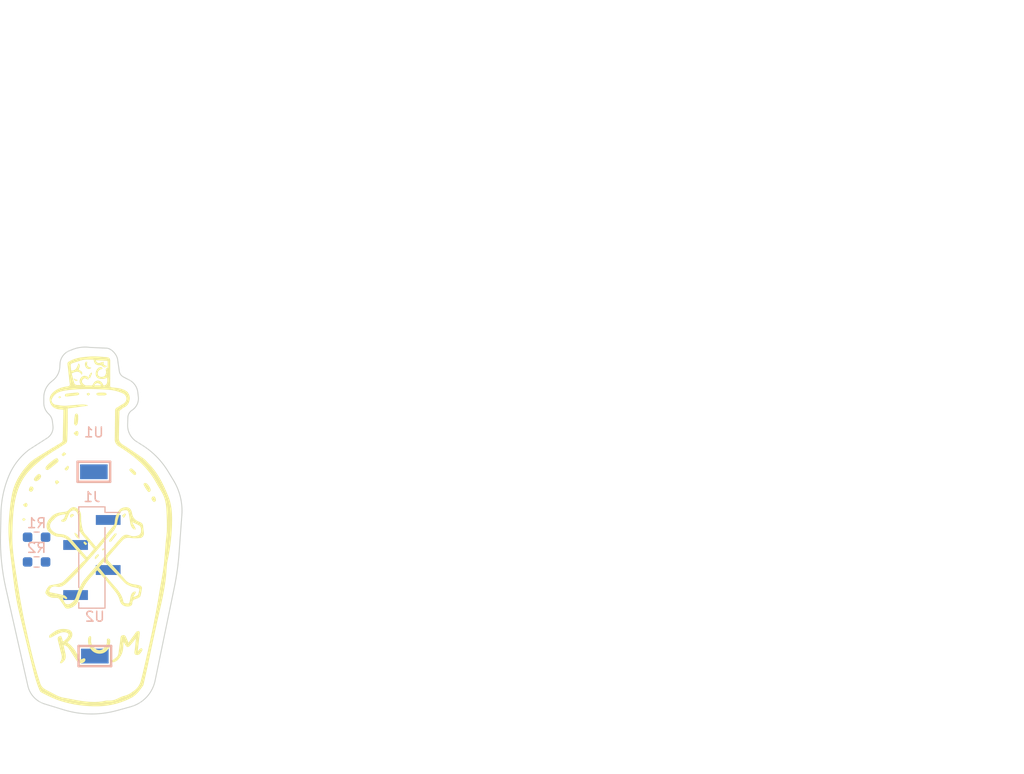
<source format=kicad_pcb>
(kicad_pcb (version 20240108) (generator "pcbnew") (generator_version "8.0")
  (layers (0 "F.Cu" signal) (31 "B.Cu" signal) (34 "B.Paste" user) (35 "F.Paste" user) (36 "B.SilkS" user "B.Silkscreen") (37 "F.SilkS" user "F.Silkscreen") (38 "B.Mask" user) (39 "F.Mask" user) (44 "Edge.Cuts" user))
  (net 0 "")
  (net 1 "Net-(J1-Pin_2)")
  (net 2 "Net-(J1-Pin_1)")
  (net 3 "GND")
  (net 4 "+3V3")
  (footprint "Resistor_SMD:R_0603_1608Metric_Pad0.98x0.95mm_HandSolder" (layer "B.Cu") (at 140.8375 94.5 180)
    (property "Reference" "R2" (at 0 1.43 0) (layer "B.SilkS") (effects (justify mirror)))
    (property "Value" "33k")
    (pad "1" smd roundrect (at -0.9125 0 180) (size 0.975 0.95) (layers "B.Cu" "B.Paste" "B.Mask") (net 3 "GND"))
    (pad "2" smd roundrect (at 0.9125 0 180) (size 0.975 0.95) (layers "B.Cu" "B.Paste" "B.Mask") (net 1 "Net-(J1-Pin_2)"))
  )
  (footprint "Resistor_SMD:R_0603_1608Metric_Pad0.98x0.95mm_HandSolder" (layer "B.Cu") (at 140.8375 91.99 180)
    (property "Reference" "R1" (at 0 1.43 0) (layer "B.SilkS") (effects (justify mirror)))
    (property "Value" "33k")
    (pad "1" smd roundrect (at -0.9125 0 180) (size 0.975 0.95) (layers "B.Cu" "B.Paste" "B.Mask") (net 3 "GND"))
    (pad "2" smd roundrect (at 0.9125 0 180) (size 0.975 0.95) (layers "B.Cu" "B.Paste" "B.Mask") (net 2 "Net-(J1-Pin_1)"))
  )
  (footprint "Connector_PinHeader_2.54mm:PinHeader_1x04_P2.54mm_Vertical_SMD_Pin1Left" (layer "B.Cu") (at 146.45 94.05 180)
    (property "Reference" "J1" (at 0 6.14 0) (layer "B.SilkS") (effects (justify mirror)))
    (property "Value" "Conn_01x04")
    (pad "1" smd rect (at -1.655 3.81 180) (size 2.51 1) (layers "B.Cu" "B.Paste" "B.Mask") (net 2 "Net-(J1-Pin_1)"))
    (pad "2" smd rect (at 1.655 1.27 180) (size 2.51 1) (layers "B.Cu" "B.Paste" "B.Mask") (net 1 "Net-(J1-Pin_2)"))
    (pad "3" smd rect (at -1.655 -1.27 180) (size 2.51 1) (layers "B.Cu" "B.Paste" "B.Mask") (net 4 "+3V3"))
    (pad "4" smd rect (at 1.655 -3.81 180) (size 2.51 1) (layers "B.Cu" "B.Paste" "B.Mask") (net 3 "GND"))
  )
  (footprint "easyeda2kicad:SMD_RH-5015" (layer "B.Cu") (at 146.75 104.05 180)
    (property "Reference" "U2" (at 0 4 0) (layer "B.SilkS") (effects (justify mirror)))
    (property "Value" "RH-5015")
    (pad "1" smd rect (at 0 0 180) (size 2.8 1.5) (layers "B.Cu" "B.Paste" "B.Mask") (net 3 "GND"))
  )
  (footprint "easyeda2kicad:SMD_RH-5015" (layer "B.Cu") (at 146.65 85.35 180)
    (property "Reference" "U1" (at 0 4 0) (layer "B.SilkS") (effects (justify mirror)))
    (property "Value" "RH-5015")
    (pad "1" smd rect (at 0 0 180) (size 2.8 1.5) (layers "B.Cu" "B.Paste" "B.Mask") (net 3 "GND"))
  )
  (gr_poly (pts (xy 150.447178 85.010743) (xy 150.447165 85.010737) (xy 150.447348 85.010737)) (stroke (width -0.000001)) (fill solid) (layer "F.SilkS"))
  (gr_poly (pts (xy 151.886329 86.478913) (xy 151.89935 86.480079) (xy 151.912396 86.48209) (xy 151.925423 86.484972) (xy 151.938386 86.488752) (xy 151.951239 86.493457) (xy 151.966884 86.500729) (xy 151.983239 86.510127) (xy 152.000227 86.521534) (xy 152.017768 86.534831) (xy 152.054198 86.566619) (xy 152.091898 86.604543) (xy 152.13024 86.647653) (xy 152.168595 86.695001) (xy 152.206334 86.745635) (xy 152.242827 86.798609) (xy 152.277445 86.852971) (xy 152.30956 86.907773) (xy 152.338541 86.962065) (xy 152.363761 87.014899) (xy 152.384589 87.065324) (xy 152.400397 87.112392) (xy 152.406221 87.13437) (xy 152.410555 87.155153) (xy 152.413319 87.174623) (xy 152.414435 87.192659) (xy 152.414603 87.192835) (xy 152.414328 87.20838) (xy 152.41304 87.223572) (xy 152.410785 87.238378) (xy 152.40761 87.252766) (xy 152.40356 87.266702) (xy 152.398683 87.280153) (xy 152.393026 87.293087) (xy 152.386635 87.30547) (xy 152.379556 87.317269) (xy 152.371837 87.328451) (xy 152.363524 87.338983) (xy 152.354664 87.348831) (xy 152.345302 87.357964) (xy 152.335487 87.366347) (xy 152.325264 87.373947) (xy 152.31468 87.380733) (xy 152.303783 87.38667) (xy 152.292617 87.391725) (xy 152.281231 87.395865) (xy 152.26967 87.399058) (xy 152.257982 87.40127) (xy 152.246213 87.402468) (xy 152.23441 87.402619) (xy 152.222619 87.40169) (xy 152.210886 87.399648) (xy 152.19926 87.39646) (xy 152.187785 87.392092) (xy 152.17651 87.386512) (xy 152.16548 87.379687) (xy 152.154742 87.371584) (xy 152.144343 87.362168) (xy 152.134329 87.351408) (xy 152.102363 87.313223) (xy 152.071152 87.274238) (xy 152.040688 87.234498) (xy 152.010967 87.194051) (xy 151.981982 87.152944) (xy 151.953726 87.111223) (xy 151.926194 87.068935) (xy 151.899379 87.026127) (xy 151.847876 86.939137) (xy 151.799168 86.850629) (xy 151.753204 86.760975) (xy 151.709936 86.67055) (xy 151.705152 86.658867) (xy 151.701614 86.647316) (xy 151.69928 86.635925) (xy 151.698102 86.62472) (xy 151.698036 86.613726) (xy 151.699037 86.602971) (xy 151.70106 86.592481) (xy 151.704058 86.582282) (xy 151.707988 86.5724) (xy 151.712803 86.562863) (xy 151.718459 86.553695) (xy 151.72491 86.544925) (xy 151.732111 86.536577) (xy 151.740016 86.528679) (xy 151.748581 86.521257) (xy 151.75776 86.514337) (xy 151.767509 86.507946) (xy 151.77778 86.502109) (xy 151.788531 86.496854) (xy 151.799714 86.492207) (xy 151.811286 86.488195) (xy 151.8232 86.484842) (xy 151.835412 86.482177) (xy 151.847876 86.480225) (xy 151.860547 86.479013) (xy 151.87338 86.478567)) (stroke (width -0.000001)) (fill solid) (layer "F.SilkS"))
  (gr_poly (pts (xy 147.509405 77.316354) (xy 147.598436 77.318595) (xy 147.687306 77.322775) (xy 147.775946 77.329032) (xy 147.782621 77.329858) (xy 147.789253 77.331193) (xy 147.795844 77.333014) (xy 147.802395 77.335296) (xy 147.808909 77.338015) (xy 147.815388 77.341147) (xy 147.821835 77.344667) (xy 147.82825 77.348551) (xy 147.834637 77.352774) (xy 147.840997 77.357313) (xy 147.853646 77.367238) (xy 147.866214 77.378131) (xy 147.878718 77.389798) (xy 147.891174 77.402044) (xy 147.903599 77.414674) (xy 147.928424 77.440306) (xy 147.940858 77.452919) (xy 147.953328 77.465136) (xy 147.965852 77.476763) (xy 147.978445 77.487606) (xy 147.965125 77.494878) (xy 147.951873 77.502482) (xy 147.925508 77.518349) (xy 147.899208 77.534526) (xy 147.872834 77.550333) (xy 147.859574 77.557886) (xy 147.846244 77.56509) (xy 147.832824 77.571863) (xy 147.819298 77.578117) (xy 147.805648 77.583769) (xy 147.791856 77.588734) (xy 147.777905 77.592926) (xy 147.763777 77.596261) (xy 147.746076 77.599451) (xy 147.728235 77.601927) (xy 147.710268 77.603758) (xy 147.692188 77.605014) (xy 147.674008 77.605765) (xy 147.655743 77.606083) (xy 147.619008 77.605697) (xy 147.545101 77.602809) (xy 147.508143 77.601431) (xy 147.471327 77.600846) (xy 147.471327 77.607549) (xy 147.47132 77.607196) (xy 147.418828 77.607848) (xy 147.366195 77.609371) (xy 147.260935 77.612422) (xy 147.208524 77.612648) (xy 147.156402 77.61114) (xy 147.130484 77.609533) (xy 147.104678 77.607247) (xy 147.078998 77.604203) (xy 147.053458 77.600317) (xy 147.047243 77.599049) (xy 147.041097 77.597375) (xy 147.035017 77.595313) (xy 147.028999 77.592884) (xy 147.023041 77.590106) (xy 147.017138 77.586998) (xy 147.011289 77.583581) (xy 147.005489 77.579873) (xy 146.994024 77.571663) (xy 146.982719 77.562522) (xy 146.971546 77.552604) (xy 146.96048 77.542065) (xy 146.949495 77.531059) (xy 146.938564 77.51974) (xy 146.916761 77.496783) (xy 146.905838 77.485453) (xy 146.894864 77.474429) (xy 146.883815 77.463865) (xy 146.872664 77.453915) (xy 146.88458 77.445385) (xy 146.896456 77.436236) (xy 146.908303 77.426622) (xy 146.920131 77.416697) (xy 146.943769 77.39653) (xy 146.96745 77.376966) (xy 146.979333 77.367795) (xy 146.991256 77.359238) (xy 147.00323 77.351447) (xy 147.015266 77.344577) (xy 147.02131 77.341535) (xy 147.027373 77.338782) (xy 147.033457 77.336335) (xy 147.039562 77.334215) (xy 147.045689 77.332441) (xy 147.051841 77.331032) (xy 147.058019 77.330007) (xy 147.064223 77.329385) (xy 147.153036 77.324009) (xy 147.242029 77.31988) (xy 147.331133 77.317135) (xy 147.420282 77.315914)) (stroke (width -0.000001)) (fill solid) (layer "F.SilkS"))
  (gr_poly (pts (xy 146.920159 73.645079) (xy 147.125809 73.656498) (xy 147.948637 73.719954) (xy 147.998219 73.724663) (xy 148.021404 73.727934) (xy 148.043543 73.731829) (xy 148.064653 73.736356) (xy 148.084754 73.741526) (xy 148.103862 73.747348) (xy 148.121996 73.753832) (xy 148.139175 73.760986) (xy 148.155417 73.76882) (xy 148.170738 73.777344) (xy 148.185159 73.786567) (xy 148.198696 73.796498) (xy 148.211368 73.807148) (xy 148.223192 73.818524) (xy 148.234188 73.830638) (xy 148.244374 73.843497) (xy 148.253766 73.857113) (xy 148.262384 73.871493) (xy 148.270246 73.886648) (xy 148.277369 73.902587) (xy 148.283772 73.919319) (xy 148.289473 73.936854) (xy 148.29449 73.955201) (xy 148.298841 73.97437) (xy 148.302545 73.994369) (xy 148.308081 74.0369) (xy 148.311244 74.082868) (xy 148.312178 74.13235) (xy 148.311824 75.366626) (xy 148.307768 76.600902) (xy 148.308198 76.624753) (xy 148.308887 76.63586) (xy 148.309894 76.646439) (xy 148.311222 76.656505) (xy 148.312871 76.666069) (xy 148.314844 76.675147) (xy 148.317143 76.683752) (xy 148.319768 76.691897) (xy 148.322722 76.699596) (xy 148.326007 76.706862) (xy 148.329625 76.71371) (xy 148.333576 76.720152) (xy 148.337863 76.726203) (xy 148.342488 76.731876) (xy 148.347452 76.737184) (xy 148.352758 76.742141) (xy 148.358406 76.746761) (xy 148.364399 76.751057) (xy 148.370738 76.755043) (xy 148.377425 76.758733) (xy 148.384462 76.76214) (xy 148.39185 76.765277) (xy 148.399592 76.768159) (xy 148.416143 76.77321) (xy 148.434127 76.777401) (xy 148.45356 76.780842) (xy 148.474455 76.78364) (xy 148.903805 76.829655) (xy 149.010714 76.843345) (xy 149.117018 76.859517) (xy 149.222499 76.878976) (xy 149.274864 76.890189) (xy 149.326941 76.902526) (xy 149.41287 76.925551) (xy 149.498702 76.951953) (xy 149.583877 76.98182) (xy 149.626043 76.998079) (xy 149.667835 77.015238) (xy 149.709182 77.033305) (xy 149.750014 77.052294) (xy 149.790263 77.072213) (xy 149.829856 77.093074) (xy 149.868725 77.114889) (xy 149.906799 77.137667) (xy 149.944009 77.16142) (xy 149.980284 77.186158) (xy 149.992242 77.194953) (xy 150.003941 77.20426) (xy 150.02658 77.224323) (xy 150.048228 77.246181) (xy 150.068913 77.269664) (xy 150.088661 77.294605) (xy 150.1075 77.320837) (xy 150.125458 77.348192) (xy 150.142561 77.376503) (xy 150.158838 77.405601) (xy 150.174315 77.435318) (xy 150.18902 77.465488) (xy 150.20298 77.495942) (xy 150.216223 77.526513) (xy 150.228776 77.557034) (xy 150.251921 77.61725) (xy 150.262697 77.649573) (xy 150.271842 77.68345) (xy 150.285237 77.755351) (xy 150.292109 77.831913) (xy 150.292461 77.9121) (xy 150.286294 77.994872) (xy 150.27361 78.079192) (xy 150.254413 78.164022) (xy 150.228705 78.248323) (xy 150.196487 78.331058) (xy 150.157762 78.411187) (xy 150.135961 78.44995) (xy 150.112533 78.487673) (xy 150.08748 78.524225) (xy 150.060802 78.559478) (xy 150.032499 78.5933) (xy 150.002571 78.625563) (xy 149.971018 78.656136) (xy 149.937842 78.68489) (xy 149.903041 78.711695) (xy 149.866618 78.736422) (xy 149.828571 78.75894) (xy 149.788901 78.779119) (xy 149.754371 78.796139) (xy 149.720461 78.814507) (xy 149.687116 78.834096) (xy 149.654282 78.854784) (xy 149.621904 78.876446) (xy 149.589929 78.898956) (xy 149.526969 78.946027) (xy 149.280379 79.143361) (xy 149.277996 79.145343) (xy 149.275711 79.147516) (xy 149.27352 79.149868) (xy 149.271423 79.152392) (xy 149.269418 79.155079) (xy 149.267503 79.157919) (xy 149.263937 79.164023) (xy 149.260714 79.170632) (xy 149.25782 79.177674) (xy 149.255244 79.185078) (xy 149.252971 79.192771) (xy 149.25099 79.200681) (xy 149.249288 79.208736) (xy 149.247852 79.216864) (xy 149.24667 79.224992) (xy 149.245728 79.23305) (xy 149.245015 79.240963) (xy 149.244518 79.248662) (xy 149.244223 79.256072) (xy 149.192183 81.659891) (xy 149.18559 81.859209) (xy 149.18525 81.908936) (xy 149.186455 81.958439) (xy 149.187796 81.983078) (xy 149.189714 82.007627) (xy 149.192274 82.032076) (xy 149.19554 82.056411) (xy 149.203568 82.100731) (xy 149.214055 82.143195) (xy 149.226941 82.183892) (xy 149.242168 82.222908) (xy 149.259676 82.260332) (xy 149.279406 82.29625) (xy 149.301298 82.330751) (xy 149.325294 82.363923) (xy 149.351334 82.395851) (xy 149.379359 82.426625) (xy 149.40931 82.456332) (xy 149.441128 82.48506) (xy 149.474754 82.512895) (xy 149.510127 82.539926) (xy 149.54719 82.566241) (xy 149.585883 82.591926) (xy 150.120705 82.93951) (xy 150.652285 83.292187) (xy 151.180226 83.650288) (xy 151.70413 84.014143) (xy 151.741714 84.041782) (xy 151.778209 84.070949) (xy 151.813731 84.101486) (xy 151.848394 84.133233) (xy 151.882313 84.166032) (xy 151.915602 84.199725) (xy 151.980751 84.269156) (xy 152.108545 84.411761) (xy 152.173026 84.482395) (xy 152.205813 84.51699) (xy 152.239119 84.550892) (xy 152.410984 84.729421) (xy 152.574034 84.913121) (xy 152.728775 85.101706) (xy 152.875712 85.29489) (xy 153.015353 85.492386) (xy 153.148204 85.69391) (xy 153.274772 85.899174) (xy 153.395562 86.107893) (xy 153.511081 86.319781) (xy 153.621835 86.534551) (xy 153.728332 86.751919) (xy 153.831076 86.971597) (xy 154.027337 87.416741) (xy 154.214667 87.867695) (xy 154.268947 88.008126) (xy 154.318043 88.14921) (xy 154.362184 88.290921) (xy 154.401599 88.433235) (xy 154.436521 88.576125) (xy 154.467177 88.719566) (xy 154.4938 88.863533) (xy 154.516618 89.008001) (xy 154.535863 89.152944) (xy 154.551764 89.298338) (xy 154.574455 89.590374) (xy 154.586534 89.883906) (xy 154.589842 90.178732) (xy 154.581487 90.713233) (xy 154.558119 91.246146) (xy 154.520104 91.777537) (xy 154.467807 92.307473) (xy 154.401595 92.83602) (xy 154.321833 93.363244) (xy 154.228886 93.889212) (xy 154.123122 94.413989) (xy 154.105747 94.501363) (xy 154.090699 94.589224) (xy 154.066607 94.766209) (xy 154.048889 94.944541) (xy 154.035591 95.12382) (xy 154.014429 95.483614) (xy 154.002655 95.663327) (xy 153.987479 95.842383) (xy 153.938319 96.283763) (xy 153.878295 96.72307) (xy 153.808613 97.160595) (xy 153.730481 97.59663) (xy 153.645106 98.031466) (xy 153.553696 98.465394) (xy 153.357596 99.331694) (xy 153.023805 100.801938) (xy 152.703808 102.275391) (xy 152.073836 105.224644) (xy 151.88936 106.058563) (xy 151.701308 106.89169) (xy 151.691679 106.933056) (xy 151.68629 106.95386) (xy 151.68025 106.974439) (xy 151.676923 106.984572) (xy 151.673358 106.994563) (xy 151.66953 107.004382) (xy 151.665414 107.014002) (xy 151.660985 107.023394) (xy 151.656218 107.032528) (xy 151.651087 107.041377) (xy 151.645567 107.049912) (xy 151.517183 107.234937) (xy 151.385755 107.41688) (xy 151.318149 107.50598) (xy 151.248882 107.593452) (xy 151.177654 107.67901) (xy 151.104165 107.762366) (xy 151.028115 107.843236) (xy 150.949204 107.921333) (xy 150.867132 107.996372) (xy 150.781599 108.068065) (xy 150.692305 108.136128) (xy 150.598949 108.200274) (xy 150.501233 108.260216) (xy 150.398856 108.31567) (xy 150.20142 108.41245) (xy 150.002374 108.503406) (xy 149.80175 108.588512) (xy 149.599582 108.667742) (xy 149.395904 108.741069) (xy 149.190751 108.808465) (xy 148.984154 108.869903) (xy 148.77615 108.925358) (xy 148.566771 108.974801) (xy 148.356051 109.018207) (xy 148.144025 109.055547) (xy 147.930725 109.086796) (xy 147.716187 109.111927) (xy 147.500443 109.130912) (xy 147.283527 109.143724) (xy 147.065474 109.150338) (xy 146.582313 109.149243) (xy 146.101308 109.130126) (xy 145.622417 109.092464) (xy 145.145595 109.035731) (xy 144.670799 108.959403) (xy 144.197985 108.862953) (xy 143.962308 108.80702) (xy 143.727111 108.745859) (xy 143.492387 108.679406) (xy 143.258131 108.607594) (xy 143.126636 108.564217) (xy 142.996716 108.5184) (xy 142.741103 108.42013) (xy 142.490298 108.314141) (xy 142.243306 108.201791) (xy 141.999134 108.08444) (xy 141.756786 107.963444) (xy 141.273589 107.715954) (xy 141.268209 107.712998) (xy 141.262951 107.709728) (xy 141.257812 107.706157) (xy 141.25279 107.7023) (xy 141.24788 107.698169) (xy 141.243082 107.69378) (xy 141.238392 107.689145) (xy 141.233808 107.684278) (xy 141.224947 107.673902) (xy 141.216477 107.662762) (xy 141.208378 107.650968) (xy 141.200629 107.638628) (xy 141.193208 107.625853) (xy 141.186095 107.61275) (xy 141.179268 107.59943) (xy 141.172707 107.586001) (xy 141.160299 107.559257) (xy 141.148703 107.53339) (xy 141.076197 107.365318) (xy 141.007943 107.195935) (xy 140.943603 107.025348) (xy 140.882842 106.853665) (xy 140.770706 106.507439) (xy 140.668839 106.158114) (xy 140.574546 105.806549) (xy 140.485131 105.453601) (xy 140.310156 104.746987) (xy 139.996052 103.481805) (xy 139.688563 102.214936) (xy 139.079672 99.679709) (xy 138.964659 99.177699) (xy 138.860748 98.673883) (xy 138.766888 98.168421) (xy 138.682026 97.661476) (xy 138.60511 97.153207) (xy 138.535087 96.643777) (xy 138.411513 95.622076) (xy 138.322847 94.893972) (xy 138.227651 94.166563) (xy 138.136853 93.438824) (xy 138.09652 93.07451) (xy 138.061385 92.709729) (xy 138.039024 92.438828) (xy 138.019856 92.167222) (xy 138.004508 91.89515) (xy 138.002021 91.833024) (xy 138.37315 91.833024) (xy 138.373672 92.08715) (xy 138.390202 92.593986) (xy 138.42467 93.099189) (xy 138.473824 93.603067) (xy 138.534413 94.105928) (xy 138.603185 94.60808) (xy 138.752272 95.611491) (xy 138.953769 96.921606) (xy 139.170068 98.228893) (xy 139.40823 99.532574) (xy 139.537715 100.18282) (xy 139.675314 100.831873) (xy 140.011804 102.342828) (xy 140.36951 103.84778) (xy 140.561234 104.596873) (xy 140.764159 105.343107) (xy 140.980252 106.08603) (xy 141.211478 106.825188) (xy 141.229767 106.877134) (xy 141.250146 106.926863) (xy 141.272568 106.974454) (xy 141.296989 107.01999) (xy 141.323364 107.063551) (xy 141.35165 107.105217) (xy 141.3818 107.145071) (xy 141.413771 107.183191) (xy 141.447517 107.21966) (xy 141.482995 107.254559) (xy 141.520158 107.287968) (xy 141.558963 107.319967) (xy 141.599365 107.350639) (xy 141.641319 107.380063) (xy 141.68478 107.408321) (xy 141.729704 107.435494) (xy 141.773073 107.460405) (xy 141.81677 107.484769) (xy 141.860761 107.508633) (xy 141.90501 107.532043) (xy 141.994143 107.577698) (xy 142.083891 107.622113) (xy 142.828662 108.011951) (xy 142.923222 108.057349) (xy 143.018809 108.100445) (xy 143.115634 108.140771) (xy 143.213907 108.177858) (xy 143.313839 108.211238) (xy 143.41564 108.240443) (xy 143.519521 108.265003) (xy 143.625693 108.284451) (xy 143.784191 108.310362) (xy 143.942374 108.338287) (xy 144.258112 108.398176) (xy 144.573553 108.460116) (xy 144.889342 108.520104) (xy 145.207696 108.574913) (xy 145.526486 108.622324) (xy 145.845785 108.660644) (xy 146.165665 108.68818) (xy 146.486198 108.703239) (xy 146.646732 108.705561) (xy 146.807456 108.704129) (xy 146.968379 108.698731) (xy 147.129511 108.689156) (xy 147.290861 108.675192) (xy 147.452437 108.656628) (xy 147.491506 108.650951) (xy 147.530591 108.644188) (xy 147.608764 108.62831) (xy 147.764844 108.59346) (xy 147.84259 108.578097) (xy 147.881353 108.57172) (xy 147.920031 108.566514) (xy 147.958612 108.562704) (xy 147.997086 108.560517) (xy 148.035444 108.560176) (xy 148.073676 108.561909) (xy 148.129364 108.565318) (xy 148.184529 108.567203) (xy 148.239197 108.567553) (xy 148.293394 108.566357) (xy 148.347147 108.563605) (xy 148.400482 108.559286) (xy 148.453426 108.553389) (xy 148.506004 108.545902) (xy 148.558243 108.536816) (xy 148.61017 108.526119) (xy 148.66181 108.5138) (xy 148.71319 108.499849) (xy 148.764337 108.484254) (xy 148.815277 108.467005) (xy 148.866035 108.448092) (xy 148.91664 108.427502) (xy 149.01818 108.382171) (xy 149.119071 108.333939) (xy 149.320479 108.236209) (xy 149.42178 108.190433) (xy 149.472752 108.169131) (xy 149.524003 108.149196) (xy 149.575583 108.130861) (xy 149.627541 108.114358) (xy 149.679926 108.099921) (xy 149.732787 108.08778) (xy 149.804921 108.071065) (xy 149.875159 108.051114) (xy 149.943618 108.028169) (xy 150.01042 108.002476) (xy 150.075684 107.974279) (xy 150.13953 107.943823) (xy 150.202078 107.91135) (xy 150.263448 107.877105) (xy 150.32376 107.841333) (xy 150.383133 107.804278) (xy 150.499543 107.727294) (xy 150.726378 107.568669) (xy 150.791122 107.520877) (xy 150.853303 107.47018) (xy 150.91288 107.416689) (xy 150.969818 107.360518) (xy 151.024076 107.301779) (xy 151.075617 107.240583) (xy 151.124402 107.177044) (xy 151.170394 107.111273) (xy 151.213554 107.043384) (xy 151.253844 106.973489) (xy 151.291225 106.901699) (xy 151.32566 106.828128) (xy 151.357109 106.752888) (xy 151.385535 106.676091) (xy 151.4109 106.59785) (xy 151.433165 106.518277) (xy 151.55316 106.037143) (xy 151.667119 105.554471) (xy 151.88983 104.587887) (xy 152.283039 102.858508) (xy 152.650814 101.124085) (xy 152.986641 99.383214) (xy 153.140537 98.50992) (xy 153.284003 97.634488) (xy 153.337104 97.311746) (xy 153.393661 96.989494) (xy 153.511059 96.345641) (xy 153.624025 95.701292) (xy 153.675043 95.37842) (xy 153.720389 95.05481) (xy 153.757657 94.743075) (xy 153.789587 94.430666) (xy 153.842335 93.804438) (xy 153.937697 92.550627) (xy 153.953281 92.387822) (xy 153.97105 92.225089) (xy 154.008321 91.899733) (xy 154.025413 91.737056) (xy 154.039869 91.574344) (xy 154.050483 91.41157) (xy 154.056052 91.248707) (xy 154.059267 90.747455) (xy 154.053075 90.245939) (xy 154.037921 89.744556) (xy 154.01425 89.243702) (xy 153.999823 89.03273) (xy 153.979081 88.822377) (xy 153.9505 88.613281) (xy 153.932795 88.509404) (xy 153.91256 88.406079) (xy 153.889604 88.303387) (xy 153.863739 88.201407) (xy 153.834772 88.100219) (xy 153.802514 87.999901) (xy 153.766776 87.900535) (xy 153.727366 87.8022) (xy 153.684094 87.704974) (xy 153.636771 87.608938) (xy 153.557266 87.460519) (xy 153.474324 87.31389) (xy 153.388938 87.168526) (xy 153.302102 87.023903) (xy 153.12806 86.734775) (xy 153.042841 86.589221) (xy 152.96015 86.442307) (xy 152.788983 86.146341) (xy 152.607043 85.861511) (xy 152.414786 85.587348) (xy 152.212666 85.323383) (xy 152.001139 85.069148) (xy 151.78066 84.824173) (xy 151.551685 84.587991) (xy 151.314668 84.360133) (xy 151.070065 84.140129) (xy 150.818332 83.927511) (xy 150.559922 83.721811) (xy 150.295293 83.522559) (xy 150.024898 83.329287) (xy 149.749194 83.141527) (xy 149.468635 82.958809) (xy 149.183676 82.780665) (xy 149.154625 82.762114) (xy 149.12701 82.743019) (xy 149.100746 82.723347) (xy 149.075749 82.703068) (xy 149.051932 82.682149) (xy 149.029212 82.660558) (xy 149.007503 82.638264) (xy 148.98672 82.615235) (xy 148.966779 82.591439) (xy 148.947594 82.566844) (xy 148.92908 82.541419) (xy 148.911152 82.515132) (xy 148.893725 82.48795) (xy 148.876715 82.459843) (xy 148.860036 82.430779) (xy 148.843603 82.400725) (xy 148.825766 82.364603) (xy 148.810854 82.328653) (xy 148.798627 82.29285) (xy 148.788843 82.257172) (xy 148.781261 82.221595) (xy 148.775641 82.186097) (xy 148.771741 82.150653) (xy 148.76932 82.11524) (xy 148.768137 82.079836) (xy 148.767951 82.044417) (xy 148.769607 81.973441) (xy 148.772357 81.902126) (xy 148.774275 81.830286) (xy 148.804442 79.146716) (xy 148.80532 79.120493) (xy 148.807503 79.095378) (xy 148.811007 79.071333) (xy 148.815848 79.048321) (xy 148.822041 79.026304) (xy 148.829601 79.005246) (xy 148.838544 78.985107) (xy 148.848886 78.965851) (xy 148.860642 78.947441) (xy 148.873827 78.929839) (xy 148.888457 78.913007) (xy 148.904547 78.896909) (xy 148.922114 78.881505) (xy 148.941172 78.86676) (xy 148.961737 78.852636) (xy 148.983824 78.839095) (xy 149.151904 78.739424) (xy 149.31881 78.637704) (xy 149.485352 78.535387) (xy 149.652342 78.433931) (xy 149.688878 78.41048) (xy 149.723078 78.385475) (xy 149.754941 78.359019) (xy 149.784466 78.331219) (xy 149.811651 78.30218) (xy 149.836495 78.272005) (xy 149.858995 78.240801) (xy 149.87915 78.208672) (xy 149.89696 78.175724) (xy 149.912421 78.142061) (xy 149.925533 78.107789) (xy 149.936293 78.073012) (xy 149.944701 78.037836) (xy 149.950755 78.002365) (xy 149.954453 77.966705) (xy 149.955794 77.93096) (xy 149.954775 77.895236) (xy 149.951396 77.859638) (xy 149.945655 77.824271) (xy 149.93755 77.789239) (xy 149.92708 77.754648) (xy 149.914242 77.720603) (xy 149.899037 77.687209) (xy 149.881461 77.654571) (xy 149.861513 77.622794) (xy 149.839192 77.591982) (xy 149.814497 77.562242) (xy 149.787425 77.533677) (xy 149.757975 77.506394) (xy 149.726145 77.480497) (xy 149.691934 77.456091) (xy 149.655341 77.433281) (xy 149.637118 77.422977) (xy 149.61865 77.413076) (xy 149.581068 77.394343) (xy 149.542774 77.376801) (xy 149.503952 77.360168) (xy 149.347014 77.297109) (xy 149.234415 77.253571) (xy 149.120962 77.214694) (xy 149.006722 77.18017) (xy 148.891765 77.14969) (xy 148.776157 77.122946) (xy 148.659967 77.099631) (xy 148.543263 77.079435) (xy 148.426113 77.06205) (xy 148.190745 77.034482) (xy 147.954408 77.014461) (xy 147.717645 76.999521) (xy 147.481001 76.987195) (xy 146.932281 76.965409) (xy 146.382917 76.95485) (xy 145.833454 76.955173) (xy 145.284438 76.966029) (xy 145.081758 76.973551) (xy 144.878916 76.984304) (xy 144.6761 76.998427) (xy 144.473495 77.016057) (xy 144.271286 77.037333) (xy 144.06966 77.062395) (xy 143.868802 77.091379) (xy 143.668898 77.124425) (xy 143.495775 77.158122) (xy 143.409967 77.177903) (xy 143.325037 77.200156) (xy 143.241267 77.225268) (xy 143.158937 77.253626) (xy 143.078331 77.285617) (xy 142.999729 77.321627) (xy 142.923412 77.362044) (xy 142.849664 77.407256) (xy 142.778765 77.457648) (xy 142.710996 77.513609) (xy 142.646641 77.575525) (xy 142.585979 77.643783) (xy 142.557122 77.680411) (xy 142.529294 77.71877) (xy 142.50253 77.758908) (xy 142.476866 77.800874) (xy 142.445294 77.855002) (xy 142.429994 77.882043) (xy 142.415377 77.909124) (xy 142.401711 77.936284) (xy 142.389267 77.963564) (xy 142.378313 77.991005) (xy 142.369117 78.018647) (xy 142.361949 78.046531) (xy 142.35921 78.060576) (xy 142.357078 78.074697) (xy 142.355588 78.088899) (xy 142.354773 78.103187) (xy 142.354667 78.117565) (xy 142.355303 78.13204) (xy 142.356715 78.146615) (xy 142.358937 78.161297) (xy 142.362001 78.17609) (xy 142.365943 78.190999) (xy 142.370795 78.206029) (xy 142.376591 78.221186) (xy 142.383365 78.236474) (xy 142.39115 78.251898) (xy 142.409192 78.283915) (xy 142.428298 78.314561) (xy 142.448527 78.343763) (xy 142.469933 78.371445) (xy 142.492572 78.397531) (xy 142.516503 78.421946) (xy 142.54178 78.444614) (xy 142.554941 78.455269) (xy 142.56846 78.46546) (xy 142.582344 78.475176) (xy 142.596599 78.484408) (xy 142.611234 78.493147) (xy 142.626254 78.501384) (xy 142.641668 78.509108) (xy 142.657482 78.516311) (xy 142.673702 78.522983) (xy 142.690337 78.529114) (xy 142.707393 78.534696) (xy 142.724878 78.539718) (xy 142.742797 78.544172) (xy 142.761159 78.548047) (xy 142.77997 78.551335) (xy 142.799238 78.554026) (xy 142.818969 78.55611) (xy 142.839171 78.557579) (xy 142.871784 78.559913) (xy 142.904343 78.563133) (xy 142.96933 78.571748) (xy 143.034193 78.582467) (xy 143.098994 78.594334) (xy 143.163795 78.60639) (xy 143.228658 78.61768) (xy 143.293644 78.627246) (xy 143.326203 78.631083) (xy 143.358816 78.634131) (xy 143.428853 78.6392) (xy 143.499086 78.643229) (xy 143.569447 78.646121) (xy 143.639869 78.647779) (xy 143.710283 78.648106) (xy 143.78062 78.647005) (xy 143.850812 78.644378) (xy 143.92079 78.640129) (xy 144.287843 78.61036) (xy 144.654698 78.577268) (xy 145.021618 78.545003) (xy 145.388869 78.517715) (xy 145.421482 78.516136) (xy 145.454166 78.515512) (xy 145.486912 78.515759) (xy 145.519711 78.516795) (xy 145.585434 78.520896) (xy 145.651266 78.527152) (xy 145.914328 78.560401) (xy 145.91847 78.560984) (xy 145.922599 78.561737) (xy 145.930855 78.563738) (xy 145.939162 78.56637) (xy 145.947589 78.569601) (xy 145.956201 78.573395) (xy 145.965066 78.577721) (xy 145.974252 78.582543) (xy 145.983826 78.587829) (xy 146.027339 78.612937) (xy 146.053167 78.627399) (xy 146.067334 78.634989) (xy 146.082426 78.642774) (xy 143.996283 78.932051) (xy 143.996123 78.932048) (xy 143.998085 79.844327) (xy 143.997835 80.278937) (xy 143.99436 80.707394) (xy 143.986658 81.055954) (xy 143.974956 81.40448) (xy 143.96246 81.753007) (xy 143.952376 82.101567) (xy 143.950857 82.138041) (xy 143.94789 82.173265) (xy 143.943379 82.20726) (xy 143.937228 82.240048) (xy 143.929341 82.271652) (xy 143.919621 82.302093) (xy 143.907973 82.331395) (xy 143.8943 82.359578) (xy 143.878506 82.386666) (xy 143.860495 82.412681) (xy 143.840171 82.437645) (xy 143.817438 82.46158) (xy 143.7922 82.484508) (xy 143.76436 82.506452) (xy 143.733822 82.527434) (xy 143.700491 82.547475) (xy 143.597987 82.607178) (xy 143.496953 82.6695) (xy 143.39696 82.733687) (xy 143.297579 82.798983) (xy 143.098932 82.929888) (xy 142.998807 82.993987) (xy 142.897574 83.056179) (xy 142.518333 83.28975) (xy 142.146796 83.532978) (xy 141.78349 83.786624) (xy 141.428942 84.051449) (xy 141.083679 84.328213) (xy 140.914695 84.47131) (xy 140.74823 84.617677) (xy 140.584349 84.767409) (xy 140.42312 84.920602) (xy 140.264607 85.077349) (xy 140.108878 85.237748) (xy 139.992284 85.364654) (xy 139.881136 85.494384) (xy 139.775303 85.626889) (xy 139.674653 85.762119) (xy 139.579055 85.900025) (xy 139.488378 86.040557) (xy 139.40249 86.183666) (xy 139.321261 86.329303) (xy 139.244558 86.477419) (xy 139.172251 86.627963) (xy 139.104208 86.780887) (xy 139.040298 86.936142) (xy 138.98039 87.093678) (xy 138.924352 87.253445) (xy 138.872054 87.415394) (xy 138.823363 87.579477) (xy 138.757505 87.825358) (xy 138.69915 88.072032) (xy 138.647778 88.319445) (xy 138.602868 88.567543) (xy 138.563898 88.816271) (xy 138.530348 89.065576) (xy 138.477423 89.565696) (xy 138.439926 90.06747) (xy 138.413691 90.570464) (xy 138.378332 91.578373) (xy 138.37315 91.833024) (xy 138.002021 91.833024) (xy 137.993608 91.622847) (xy 137.987784 91.350553) (xy 137.987666 91.078505) (xy 137.99388 90.806941) (xy 138.007056 90.536099) (xy 138.05941 89.809812) (xy 138.091887 89.44674) (xy 138.129424 89.084137) (xy 138.172667 88.72232) (xy 138.22226 88.361604) (xy 138.278848 88.002307) (xy 138.343077 87.644743) (xy 138.390652 87.422686) (xy 138.44738 87.20474) (xy 138.512949 86.990841) (xy 138.587051 86.780924) (xy 138.669374 86.574925) (xy 138.759609 86.37278) (xy 138.857445 86.174425) (xy 138.962571 85.979794) (xy 139.074678 85.788824) (xy 139.193456 85.601451) (xy 139.318592 85.417609) (xy 139.449779 85.237236) (xy 139.586705 85.060265) (xy 139.729059 84.886634) (xy 139.876533 84.716277) (xy 140.028815 84.549131) (xy 140.080238 84.495718) (xy 140.133353 84.44371) (xy 140.188031 84.393031) (xy 140.244144 84.343605) (xy 140.301565 84.295358) (xy 140.360165 84.248214) (xy 140.419817 84.202097) (xy 140.480392 84.156932) (xy 140.603802 84.069155) (xy 140.729372 83.984281) (xy 140.85608 83.901706) (xy 140.982901 83.820825) (xy 141.556011 83.462647) (xy 142.132994 83.110554) (xy 143.292883 82.415893) (xy 143.31737 82.400724) (xy 143.340238 82.385368) (xy 143.361497 82.369707) (xy 143.381155 82.353625) (xy 143.399222 82.337005) (xy 143.407663 82.328456) (xy 143.415709 82.319729) (xy 143.423363 82.310809) (xy 143.430624 82.30168) (xy 143.437496 82.29233) (xy 143.443978 82.282742) (xy 143.450072 82.272903) (xy 143.455779 82.262797) (xy 143.4611 82.252411) (xy 143.466037 82.241729) (xy 143.470591 82.230737) (xy 143.474762 82.21942) (xy 143.478553 82.207763) (xy 143.481964 82.195753) (xy 143.484996 82.183373) (xy 143.487652 82.170611) (xy 143.489931 82.15745) (xy 143.491835 82.143877) (xy 143.493365 82.129877) (xy 143.494523 82.115434) (xy 143.495726 82.085165) (xy 143.52366 80.711653) (xy 143.557814 79.338272) (xy 143.55876 79.270583) (xy 143.558782 79.201571) (xy 143.558165 79.054287) (xy 143.557809 79.054462) (xy 143.557448 79.054637) (xy 143.355394 79.035081) (xy 143.263659 79.026633) (xy 143.174506 79.019889) (xy 143.116484 79.015014) (xy 143.059663 79.00776) (xy 143.004093 78.998172) (xy 142.949826 78.986295) (xy 142.896912 78.972173) (xy 142.845402 78.955853) (xy 142.795348 78.937378) (xy 142.7468 78.916793) (xy 142.69981 78.894144) (xy 142.654428 78.869475) (xy 142.610706 78.84283) (xy 142.568694 78.814256) (xy 142.528444 78.783797) (xy 142.490007 78.751497) (xy 142.453433 78.717401) (xy 142.418774 78.681555) (xy 142.386081 78.644003) (xy 142.355404 78.60479) (xy 142.326796 78.56396) (xy 142.300306 78.52156) (xy 142.275986 78.477633) (xy 142.253887 78.432225) (xy 142.23406 78.38538) (xy 142.216556 78.337143) (xy 142.201426 78.287559) (xy 142.18872 78.236674) (xy 142.178491 78.184531) (xy 142.17079 78.131175) (xy 142.165666 78.076652) (xy 142.163171 78.021007) (xy 142.163357 77.964284) (xy 142.166273 77.906527) (xy 142.169694 77.87402) (xy 142.175118 77.841196) (xy 142.182434 77.808161) (xy 142.191529 77.775025) (xy 142.20229 77.741894) (xy 142.214605 77.708878) (xy 142.22836 77.676084) (xy 142.243444 77.643621) (xy 142.259743 77.611595) (xy 142.277145 77.580116) (xy 142.295537 77.549291) (xy 142.314807 77.519229) (xy 142.334841 77.490036) (xy 142.355527 77.461822) (xy 142.376753 77.434694) (xy 142.398405 77.40876) (xy 142.465676 77.335069) (xy 142.535777 77.266332) (xy 142.608582 77.202357) (xy 142.683966 77.142951) (xy 142.761803 77.087923) (xy 142.841966 77.037079) (xy 142.924331 76.990227) (xy 143.00877 76.947174) (xy 143.095159 76.907728) (xy 143.183371 76.871697) (xy 143.273281 76.838888) (xy 143.364762 76.809109) (xy 143.45769 76.782167) (xy 143.551937 76.757869) (xy 143.647378 76.736023) (xy 143.743887 76.716436) (xy 143.988937 76.681291) (xy 144.018419 76.675448) (xy 144.046716 76.668639) (xy 144.073552 76.660671) (xy 144.098646 76.651349) (xy 144.12172 76.640481) (xy 144.142496 76.627874) (xy 144.151935 76.620858) (xy 144.160695 76.613334) (xy 144.168742 76.605279) (xy 144.176039 76.596669) (xy 144.182231 76.5879) (xy 144.187666 76.578516) (xy 144.192378 76.568543) (xy 144.1964 76.558012) (xy 144.199766 76.546953) (xy 144.202509 76.535393) (xy 144.204664 76.523363) (xy 144.206264 76.510892) (xy 144.207933 76.484742) (xy 144.207785 76.457177) (xy 144.20609 76.428432) (xy 144.203118 76.398739) (xy 144.16564 76.155169) (xy 144.075151 75.305926) (xy 144.026832 74.881727) (xy 143.982143 74.522873) (xy 144.297926 74.522873) (xy 144.300176 74.590738) (xy 144.304644 74.658698) (xy 144.310884 74.726897) (xy 144.318454 74.795481) (xy 144.353133 75.076555) (xy 144.398411 75.077678) (xy 144.441494 75.076499) (xy 144.482457 75.073093) (xy 144.521377 75.067536) (xy 144.55833 75.059904) (xy 144.593392 75.05027) (xy 144.626638 75.038712) (xy 144.658146 75.025304) (xy 144.687991 75.010121) (xy 144.71625 74.993239) (xy 144.742998 74.974733) (xy 144.768312 74.954678) (xy 144.792268 74.93315) (xy 144.814942 74.910224) (xy 144.836409 74.885976) (xy 144.856747 74.86048) (xy 144.876031 74.833812) (xy 144.894338 74.806048) (xy 144.928322 74.74753) (xy 144.95931 74.685529) (xy 144.987911 74.620647) (xy 145.014732 74.553488) (xy 145.040383 74.484653) (xy 145.090613 74.344368) (xy 145.111957 74.367167) (xy 145.131008 74.389729) (xy 145.147862 74.41206) (xy 145.162612 74.434166) (xy 145.175356 74.456052) (xy 145.186188 74.477725) (xy 145.195203 74.49919) (xy 145.202497 74.520453) (xy 145.208164 74.541521) (xy 145.212301 74.562398) (xy 145.215003 74.583092) (xy 145.216365 74.603607) (xy 145.216482 74.62395) (xy 145.215449 74.644127) (xy 145.213362 74.664142) (xy 145.210317 74.684004) (xy 145.201731 74.723285) (xy 145.190453 74.762019) (xy 145.177246 74.800251) (xy 145.162873 74.838029) (xy 145.133675 74.912411) (xy 145.120377 74.949108) (xy 145.108961 74.985539) (xy 145.174689 75.0224) (xy 145.233243 75.056922) (xy 145.284838 75.08951) (xy 145.329687 75.12057) (xy 145.368004 75.150507) (xy 145.38478 75.165182) (xy 145.400003 75.179728) (xy 145.4137 75.194197) (xy 145.425899 75.208638) (xy 145.436624 75.223103) (xy 145.445904 75.237642) (xy 145.453765 75.252306) (xy 145.460234 75.267147) (xy 145.465337 75.282213) (xy 145.469101 75.297557) (xy 145.471553 75.313228) (xy 145.47272 75.329279) (xy 145.472628 75.345758) (xy 145.471304 75.362718) (xy 145.468776 75.380208) (xy 145.465068 75.39828) (xy 145.46021 75.416984) (xy 145.454226 75.43637) (xy 145.438991 75.477395) (xy 145.419577 75.521759) (xy 145.394357 75.477939) (xy 145.368581 75.437782) (xy 145.342261 75.401175) (xy 145.315412 75.368004) (xy 145.288047 75.338154) (xy 145.26018 75.311512) (xy 145.231824 75.287965) (xy 145.202993 75.267396) (xy 145.173701 75.249694) (xy 145.143962 75.234744) (xy 145.113788 75.222432) (xy 145.083195 75.212644) (xy 145.052195 75.205267) (xy 145.020802 75.200185) (xy 144.989029 75.197286) (xy 144.956891 75.196455) (xy 144.924402 75.197579) (xy 144.891573 75.200543) (xy 144.858421 75.205233) (xy 144.824957 75.211537) (xy 144.791196 75.219338) (xy 144.757152 75.228525) (xy 144.688266 75.250596) (xy 144.61841 75.276838) (xy 144.547693 75.30634) (xy 144.404112 75.371477) (xy 144.526812 75.869905) (xy 144.592006 76.12246) (xy 144.626759 76.248647) (xy 144.663405 76.37442) (xy 144.665582 76.380886) (xy 144.668229 76.38738) (xy 144.671326 76.393887) (xy 144.674852 76.400396) (xy 144.678787 76.406893) (xy 144.683111 76.413367) (xy 144.687802 76.419804) (xy 144.69284 76.426192) (xy 144.703875 76.43877) (xy 144.716053 76.451001) (xy 144.729208 76.462782) (xy 144.743177 76.474013) (xy 144.757794 76.484593) (xy 144.772897 76.49442) (xy 144.788319 76.503395) (xy 144.803898 76.511415) (xy 144.819468 76.518381) (xy 144.834866 76.524189) (xy 144.849926 76.528741) (xy 144.857279 76.530514) (xy 144.864485 76.531934) (xy 144.891629 76.536143) (xy 144.91896 76.539436) (xy 144.946485 76.541903) (xy 144.974213 76.543631) (xy 145.030314 76.54523) (xy 145.087331 76.544943) (xy 145.204384 76.541558) (xy 145.264557 76.539883) (xy 145.325919 76.539166) (xy 145.309956 76.509842) (xy 145.297166 76.486073) (xy 145.286229 76.466141) (xy 145.281043 76.457077) (xy 145.275824 76.448326) (xy 145.260647 76.421755) (xy 145.247373 76.394389) (xy 145.235972 76.366314) (xy 145.22641 76.337617) (xy 145.218656 76.308386) (xy 145.212678 76.278707) (xy 145.208444 76.248668) (xy 145.205921 76.218355) (xy 145.205079 76.187855) (xy 145.205884 76.157256) (xy 145.208304 76.126645) (xy 145.212309 76.096107) (xy 145.217865 76.065732) (xy 145.224941 76.035605) (xy 145.233505 76.005813) (xy 145.243524 75.976444) (xy 145.254967 75.947584) (xy 145.267802 75.919321) (xy 145.281996 75.891742) (xy 145.297518 75.864933) (xy 145.314336 75.838981) (xy 145.332417 75.813975) (xy 145.35173 75.789999) (xy 145.372243 75.767143) (xy 145.393923 75.745492) (xy 145.416739 75.725133) (xy 145.440659 75.706155) (xy 145.46565 75.688642) (xy 145.49168 75.672684) (xy 145.518718 75.658366) (xy 145.546732 75.645776) (xy 145.57569 75.635) (xy 145.609173 75.625544) (xy 145.644283 75.618891) (xy 145.680641 75.61497) (xy 145.717868 75.61371) (xy 145.755585 75.615041) (xy 145.793415 75.618893) (xy 145.830979 75.625195) (xy 145.867898 75.633876) (xy 145.903794 75.644866) (xy 145.938288 75.658095) (xy 145.971002 75.673491) (xy 146.001557 75.690985) (xy 146.029574 75.710505) (xy 146.042513 75.721003) (xy 146.054676 75.731981) (xy 146.066015 75.743431) (xy 146.076484 75.755344) (xy 146.086034 75.76771) (xy 146.094618 75.780521) (xy 146.097352 75.785214) (xy 146.099839 75.790061) (xy 146.102091 75.795054) (xy 146.10412 75.800187) (xy 146.107555 75.81084) (xy 146.110238 75.821961) (xy 146.112263 75.833492) (xy 146.113723 75.845372) (xy 146.114712 75.857545) (xy 146.115324 75.86995) (xy 146.115793 75.895221) (xy 146.115878 75.920716) (xy 146.116332 75.945963) (xy 146.116931 75.958347) (xy 146.117903 75.970491) (xy 146.106113 75.970232) (xy 146.093899 75.970437) (xy 146.068621 75.971778) (xy 146.042908 75.973594) (xy 146.017603 75.974967) (xy 146.005366 75.975199) (xy 145.993547 75.974975) (xy 145.98225 75.97418) (xy 145.971581 75.972699) (xy 145.961645 75.970416) (xy 145.956984 75.968939) (xy 145.952547 75.967218) (xy 145.948345 75.96524) (xy 145.944391 75.96299) (xy 145.940701 75.960452) (xy 145.937285 75.957615) (xy 145.911804 75.935603) (xy 145.899173 75.925679) (xy 145.886612 75.916478) (xy 145.874117 75.908003) (xy 145.861686 75.900256) (xy 145.849315 75.893239) (xy 145.837003 75.886955) (xy 145.824747 75.881404) (xy 145.812544 75.87659) (xy 145.80039 75.872515) (xy 145.788284 75.86918) (xy 145.776222 75.866588) (xy 145.764203 75.864741) (xy 145.752222 75.863642) (xy 145.740278 75.863291) (xy 145.728367 75.863692) (xy 145.716487 75.864846) (xy 145.704635 75.866756) (xy 145.692809 75.869424) (xy 145.681005 75.872852) (xy 145.669221 75.877041) (xy 145.657454 75.881995) (xy 145.645702 75.887715) (xy 145.633961 75.894204) (xy 145.622229 75.901463) (xy 145.610503 75.909495) (xy 145.598781 75.918301) (xy 145.587059 75.927885) (xy 145.575336 75.938248) (xy 145.563607 75.949391) (xy 145.551871 75.961319) (xy 145.528881 75.986873) (xy 145.50851 76.012543) (xy 145.499327 76.025424) (xy 145.490824 76.038337) (xy 145.483009 76.051283) (xy 145.47589 76.064263) (xy 145.469477 76.077279) (xy 145.463776 76.09033) (xy 145.458797 76.103419) (xy 145.454548 76.116546) (xy 145.451038 76.129712) (xy 145.448275 76.142919) (xy 145.446267 76.156166) (xy 145.445022 76.169457) (xy 145.444549 76.18279) (xy 145.444857 76.196169) (xy 145.445954 76.209592) (xy 145.447848 76.223062) (xy 145.450548 76.23658) (xy 145.454062 76.250146) (xy 145.458398 76.263762) (xy 145.463565 76.277428) (xy 145.469571 76.291147) (xy 145.476425 76.304917) (xy 145.484135 76.318742) (xy 145.492709 76.332621) (xy 145.502156 76.346557) (xy 145.512485 76.360549) (xy 145.523702 76.374599) (xy 145.535818 76.388707) (xy 145.556783 76.411814) (xy 145.577993 76.434096) (xy 145.599535 76.455436) (xy 145.621493 76.475722) (xy 145.643952 76.494837) (xy 145.666997 76.512668) (xy 145.690714 76.5291) (xy 145.715186 76.544017) (xy 145.727733 76.550872) (xy 145.7405 76.557305) (xy 145.753499 76.563303) (xy 145.76674 76.56885) (xy 145.780234 76.573933) (xy 145.793992 76.578537) (xy 145.808023 76.582648) (xy 145.82234 76.586251) (xy 145.836951 76.589332) (xy 145.851868 76.591877) (xy 145.867102 76.593871) (xy 145.882664 76.5953) (xy 145.898563 76.59615) (xy 145.91481 76.596407) (xy 145.931417 76.596055) (xy 145.948393 76.595081) (xy 145.998365 76.591853) (xy 146.048496 76.589693) (xy 146.09873 76.58858) (xy 146.149012 76.588489) (xy 146.199285 76.589399) (xy 146.249494 76.591286) (xy 146.299582 76.594129) (xy 146.349493 76.597904) (xy 146.361148 76.598721) (xy 146.372342 76.599158) (xy 146.383093 76.599216) (xy 146.393418 76.598895) (xy 146.403333 76.598198) (xy 146.412854 76.597126) (xy 146.421999 76.595681) (xy 146.430784 76.593863) (xy 146.439225 76.591675) (xy 146.44734 76.589118) (xy 146.455144 76.586194) (xy 146.462655 76.582903) (xy 146.46989 76.579248) (xy 146.476864 76.57523) (xy 146.483594 76.57085) (xy 146.490097 76.56611) (xy 146.49639 76.561011) (xy 146.50249 76.555555) (xy 146.508412 76.549744) (xy 146.514174 76.543578) (xy 146.525283 76.530191) (xy 146.530515 76.522938) (xy 146.699637 76.522938) (xy 146.734557 76.589966) (xy 147.332518 76.589966) (xy 147.332538 76.589944) (xy 147.332559 76.589922) (xy 147.332602 76.589878) (xy 147.332645 76.589834) (xy 147.332665 76.589812) (xy 147.332686 76.58979) (xy 147.367262 76.517823) (xy 147.344659 76.506082) (xy 147.32209 76.49355) (xy 147.277016 76.466941) (xy 147.231976 76.439645) (xy 147.186902 76.413313) (xy 147.164333 76.401024) (xy 147.14173 76.389594) (xy 147.119086 76.379229) (xy 147.096392 76.370137) (xy 147.073641 76.362522) (xy 147.050824 76.356591) (xy 147.039388 76.354322) (xy 147.027932 76.352551) (xy 147.016456 76.351304) (xy 147.004958 76.350607) (xy 146.995619 76.3506) (xy 146.986255 76.351252) (xy 146.976868 76.352532) (xy 146.967458 76.354409) (xy 146.958027 76.356852) (xy 146.948576 76.35983) (xy 146.939107 76.363311) (xy 146.929619 76.367265) (xy 146.910596 76.376465) (xy 146.891515 76.387182) (xy 146.872387 76.399165) (xy 146.853221 76.412167) (xy 146.834026 76.425937) (xy 146.814812 76.440227) (xy 146.776361 76.469371) (xy 146.737945 76.497606) (xy 146.718773 76.510759) (xy 146.699637 76.522938) (xy 146.530515 76.522938) (xy 146.53595 76.515404) (xy 146.546308 76.49923) (xy 146.556489 76.481681) (xy 146.566628 76.462769) (xy 146.576857 76.442506) (xy 146.588519 76.419815) (xy 146.601181 76.397005) (xy 146.614798 76.374206) (xy 146.629324 76.351547) (xy 146.644714 76.329158) (xy 146.660923 76.307169) (xy 146.677904 76.285708) (xy 146.695613 76.264905) (xy 146.714004 76.244889) (xy 146.733032 76.225791) (xy 146.752651 76.207739) (xy 146.772816 76.190863) (xy 146.793481 76.175292) (xy 146.814601 76.161157) (xy 146.83613 76.148585) (xy 146.858023 76.137707) (xy 146.887665 76.125311) (xy 146.917269 76.114894) (xy 146.946801 76.106427) (xy 146.976227 76.099884) (xy 147.005513 76.095238) (xy 147.034626 76.09246) (xy 147.063532 76.091523) (xy 147.092196 76.0924) (xy 147.120585 76.095063) (xy 147.148666 76.099485) (xy 147.176403 76.105638) (xy 147.203763 76.113494) (xy 147.230713 76.123027) (xy 147.257218 76.134209) (xy 147.283245 76.147012) (xy 147.308759 76.161409) (xy 147.333727 76.177372) (xy 147.358115 76.194874) (xy 147.381889 76.213887) (xy 147.405016 76.234384) (xy 147.42746 76.256338) (xy 147.449189 76.27972) (xy 147.470168 76.304504) (xy 147.490365 76.330662) (xy 147.509743 76.358166) (xy 147.528271 76.386989) (xy 147.545914 76.417103) (xy 147.562637 76.448482) (xy 147.578408 76.481096) (xy 147.593192 76.51492) (xy 147.606956 76.549926) (xy 147.619665 76.586085) (xy 147.649635 76.586951) (xy 147.678484 76.586013) (xy 147.706206 76.583281) (xy 147.732793 76.578762) (xy 147.758238 76.572464) (xy 147.782533 76.564396) (xy 147.80567 76.554564) (xy 147.827642 76.542978) (xy 147.848441 76.529644) (xy 147.86806 76.514572) (xy 147.886491 76.497769) (xy 147.903726 76.479243) (xy 147.919758 76.459002) (xy 147.934579 76.437053) (xy 147.948182 76.413406) (xy 147.960559 76.388068) (xy 147.971703 76.361046) (xy 147.981605 76.33235) (xy 147.990259 76.301986) (xy 147.997656 76.269963) (xy 148.003789 76.236289) (xy 148.008651 76.200972) (xy 148.012234 76.164019) (xy 148.014531 76.12544) (xy 148.015533 76.085241) (xy 148.015233 76.04343) (xy 148.013624 76.000017) (xy 148.010697 75.955008) (xy 148.006447 75.908411) (xy 148.000863 75.860236) (xy 147.993941 75.810488) (xy 147.98567 75.759178) (xy 147.969651 75.777767) (xy 147.953348 75.794974) (xy 147.936772 75.810851) (xy 147.919932 75.825449) (xy 147.902839 75.838821) (xy 147.885503 75.851018) (xy 147.867933 75.862094) (xy 147.850141 75.872099) (xy 147.832136 75.881087) (xy 147.813928 75.889108) (xy 147.795527 75.896216) (xy 147.776943 75.902461) (xy 147.739268 75.912576) (xy 147.700983 75.919867) (xy 147.662169 75.924753) (xy 147.622906 75.927649) (xy 147.583275 75.928972) (xy 147.543357 75.929139) (xy 147.382422 75.92657) (xy 147.325788 75.924766) (xy 147.298422 75.922398) (xy 147.271704 75.91906) (xy 147.245648 75.91476) (xy 147.220264 75.909505) (xy 147.195565 75.9033) (xy 147.171562 75.896154) (xy 147.148267 75.888073) (xy 147.125691 75.879062) (xy 147.103847 75.86913) (xy 147.082747 75.858283) (xy 147.062401 75.846527) (xy 147.042822 75.83387) (xy 147.024022 75.820317) (xy 147.006011 75.805876) (xy 146.988803 75.790554) (xy 146.972409 75.774357) (xy 146.95684 75.757291) (xy 146.942108 75.739364) (xy 146.928225 75.720583) (xy 146.915203 75.700953) (xy 146.903054 75.680482) (xy 146.891789 75.659177) (xy 146.88142 75.637043) (xy 146.871959 75.614089) (xy 146.863417 75.59032) (xy 146.855807 75.565743) (xy 146.849139 75.540366) (xy 146.843427 75.514194) (xy 146.838681 75.487234) (xy 146.834914 75.459494) (xy 146.832313 75.430657) (xy 146.831164 75.401539) (xy 146.831425 75.37221) (xy 146.833057 75.342738) (xy 146.840268 75.283642) (xy 146.852471 75.224801) (xy 146.869339 75.166768) (xy 146.890546 75.110094) (xy 146.915766 75.055328) (xy 146.944673 75.003024) (xy 146.976941 74.953731) (xy 147.012244 74.908) (xy 147.050255 74.866384) (xy 147.090649 74.829433) (xy 147.111638 74.812879) (xy 147.1331 74.797698) (xy 147.154995 74.783959) (xy 147.177281 74.77173) (xy 147.199918 74.761081) (xy 147.222866 74.752081) (xy 147.246084 74.744798) (xy 147.26953 74.739301) (xy 147.287757 74.735924) (xy 147.306629 74.732885) (xy 147.325814 74.730508) (xy 147.33542 74.729668) (xy 147.344982 74.729115) (xy 147.354456 74.728888) (xy 147.363802 74.729028) (xy 147.372979 74.729575) (xy 147.381945 74.73057) (xy 147.39066 74.732053) (xy 147.39908 74.734063) (xy 147.407167 74.736643) (xy 147.414877 74.73983) (xy 147.419552 74.742096) (xy 147.424153 74.744523) (xy 147.433146 74.749829) (xy 147.441884 74.755688) (xy 147.450397 74.762039) (xy 147.458711 74.768822) (xy 147.466855 74.775977) (xy 147.474856 74.783443) (xy 147.482742 74.791159) (xy 147.498282 74.807103) (xy 147.513697 74.823323) (xy 147.529212 74.839336) (xy 147.537077 74.847114) (xy 147.54505 74.854659) (xy 147.536683 74.86063) (xy 147.528372 74.866972) (xy 147.511863 74.880404) (xy 147.495413 74.894219) (xy 147.478908 74.907686) (xy 147.4706 74.914059) (xy 147.462238 74.920069) (xy 147.453805 74.925625) (xy 147.44529 74.930636) (xy 147.436677 74.935008) (xy 147.43233 74.936927) (xy 147.427954 74.938651) (xy 147.423546 74.940171) (xy 147.419105 74.941473) (xy 147.414629 74.942548) (xy 147.410117 74.943382) (xy 147.37318 74.950343) (xy 147.337999 74.959458) (xy 147.30461 74.970732) (xy 147.2886 74.977182) (xy 147.27305 74.984175) (xy 147.257967 74.991712) (xy 147.243355 74.999793) (xy 147.229217 75.008421) (xy 147.21556 75.017595) (xy 147.202386 75.027316) (xy 147.189702 75.037587) (xy 147.17751 75.048406) (xy 147.165817 75.059777) (xy 147.154625 75.071698) (xy 147.143941 75.084172) (xy 147.133768 75.097199) (xy 147.124111 75.110781) (xy 147.114974 75.124917) (xy 147.106362 75.13961) (xy 147.098279 75.154859) (xy 147.090731 75.170667) (xy 147.083721 75.187033) (xy 147.077254 75.203959) (xy 147.071334 75.221446) (xy 147.065967 75.239495) (xy 147.061156 75.258106) (xy 147.056906 75.277281) (xy 147.050108 75.317325) (xy 147.046728 75.347062) (xy 147.04491 75.376174) (xy 147.044737 75.4046) (xy 147.046291 75.432281) (xy 147.049655 75.459158) (xy 147.054911 75.485172) (xy 147.062142 75.510263) (xy 147.07143 75.534371) (xy 147.076871 75.546038) (xy 147.082857 75.557438) (xy 147.089398 75.568562) (xy 147.096506 75.579403) (xy 147.104189 75.589954) (xy 147.112459 75.600208) (xy 147.121325 75.610156) (xy 147.130799 75.619793) (xy 147.14089 75.629109) (xy 147.151608 75.638098) (xy 147.162964 75.646752) (xy 147.174968 75.655064) (xy 147.187631 75.663026) (xy 147.200963 75.670632) (xy 147.214974 75.677873) (xy 147.229674 75.684742) (xy 147.263088 75.697377) (xy 147.299502 75.707138) (xy 147.338321 75.714082) (xy 147.378951 75.718261) (xy 147.420801 75.719731) (xy 147.463275 75.718544) (xy 147.50578 75.714757) (xy 147.547724 75.708422) (xy 147.588512 75.699594) (xy 147.627551 75.688328) (xy 147.664248 75.674678) (xy 147.698009 75.658697) (xy 147.72824 75.640441) (xy 147.741847 75.630476) (xy 147.754349 75.619963) (xy 147.765671 75.608908) (xy 147.775741 75.597317) (xy 147.784483 75.585199) (xy 147.791823 75.572559) (xy 147.814912 75.525346) (xy 147.826073 75.500675) (xy 147.836809 75.475441) (xy 147.846995 75.449755) (xy 147.856503 75.423725) (xy 147.865208 75.397464) (xy 147.872982 75.37108) (xy 147.879701 75.344683) (xy 147.885237 75.318385) (xy 147.889464 75.292293) (xy 147.892255 75.26652) (xy 147.893485 75.241175) (xy 147.893027 75.216367) (xy 147.890755 75.192208) (xy 147.886542 75.168807) (xy 147.869046 75.088818) (xy 147.862686 75.054764) (xy 147.858255 75.024229) (xy 147.856007 74.996884) (xy 147.855781 74.984304) (xy 147.856195 74.972398) (xy 147.857281 74.961124) (xy 147.859072 74.950441) (xy 147.861598 74.940308) (xy 147.864891 74.930683) (xy 147.868984 74.921525) (xy 147.873906 74.912793) (xy 147.879691 74.904446) (xy 147.88637 74.896442) (xy 147.893975 74.88874) (xy 147.902536 74.881299) (xy 147.912086 74.874077) (xy 147.922657 74.867034) (xy 147.93428 74.860128) (xy 147.946987 74.853317) (xy 147.975778 74.839817) (xy 148.009284 74.826205) (xy 148.047758 74.81215) (xy 148.047758 74.093721) (xy 146.83174 74.027399) (xy 146.851338 74.061646) (xy 146.868508 74.093484) (xy 146.898214 74.149944) (xy 146.912078 74.174576) (xy 146.919053 74.185994) (xy 146.926167 74.196814) (xy 146.933504 74.207037) (xy 146.941146 74.216663) (xy 146.949177 74.225692) (xy 146.957678 74.234126) (xy 146.978867 74.252521) (xy 147.000007 74.268246) (xy 147.02111 74.281441) (xy 147.042183 74.292247) (xy 147.063239 74.300804) (xy 147.084285 74.307253) (xy 147.105332 74.311735) (xy 147.126389 74.314391) (xy 147.147467 74.31536) (xy 147.168576 74.314784) (xy 147.189724 74.312804) (xy 147.210922 74.30956) (xy 147.23218 74.305192) (xy 147.253507 74.299842) (xy 147.296408 74.286756) (xy 147.472744 74.223236) (xy 147.518402 74.210189) (xy 147.541521 74.204864) (xy 147.564846 74.200526) (xy 147.588388 74.197314) (xy 147.612155 74.195371) (xy 147.636158 74.194835) (xy 147.660406 74.19585) (xy 147.650308 74.225527) (xy 147.642257 74.253578) (xy 147.63618 74.28006) (xy 147.632005 74.30503) (xy 147.629658 74.328546) (xy 147.629067 74.350665) (xy 147.630159 74.371444) (xy 147.632861 74.39094) (xy 147.6371 74.409212) (xy 147.642805 74.426315) (xy 147.649901 74.442307) (xy 147.658315 74.457246) (xy 147.667976 74.47119) (xy 147.678811 74.484194) (xy 147.690746 74.496317) (xy 147.703709 74.507616) (xy 147.717627 74.518147) (xy 147.732427 74.52797) (xy 147.748036 74.53714) (xy 147.764383 74.545715) (xy 147.798993 74.561309) (xy 147.835677 74.575211) (xy 147.873851 74.587879) (xy 147.912933 74.599771) (xy 147.991492 74.623062) (xy 147.976782 74.638566) (xy 147.962054 74.653037) (xy 147.947308 74.66648) (xy 147.932544 74.678901) (xy 147.917764 74.690304) (xy 147.902967 74.700697) (xy 147.888154 74.710085) (xy 147.873324 74.718474) (xy 147.858479 74.725869) (xy 147.84362 74.732277) (xy 147.828745 74.737702) (xy 147.813856 74.742152) (xy 147.798953 74.745631) (xy 147.784036 74.748145) (xy 147.769107 74.749701) (xy 147.754164 74.750304) (xy 147.739209 74.749959) (xy 147.724242 74.748673) (xy 147.709263 74.746452) (xy 147.694273 74.7433) (xy 147.679273 74.739225) (xy 147.664261 74.734231) (xy 147.64924 74.728324) (xy 147.634209 74.721511) (xy 147.619168 74.713797) (xy 147.604118 74.705187) (xy 147.58906 74.695689) (xy 147.573994 74.685306) (xy 147.55892 74.674046) (xy 147.543839 74.661914) (xy 147.52875 74.648915) (xy 147.513655 74.635056) (xy 147.503465 74.625699) (xy 147.492653 74.616341) (xy 147.481287 74.607073) (xy 147.469436 74.597984) (xy 147.457167 74.589165) (xy 147.444548 74.580706) (xy 147.431649 74.572697) (xy 147.418537 74.565228) (xy 147.405279 74.55839) (xy 147.391946 74.552272) (xy 147.378604 74.546966) (xy 147.365321 74.54256) (xy 147.352167 74.539145) (xy 147.339209 74.536812) (xy 147.332825 74.536078) (xy 147.326515 74.53565) (xy 147.320289 74.535536) (xy 147.314154 74.535749) (xy 147.236158 74.539194) (xy 147.164277 74.539057) (xy 147.098196 74.535008) (xy 147.067232 74.531415) (xy 147.037599 74.526721) (xy 147.009257 74.520884) (xy 146.982168 74.513865) (xy 146.956291 74.505621) (xy 146.931587 74.496112) (xy 146.908016 74.485296) (xy 146.885539 74.473133) (xy 146.864116 74.459582) (xy 146.843708 74.444601) (xy 146.824276 74.428149) (xy 146.805778 74.410186) (xy 146.788177 74.390669) (xy 146.771432 74.369559) (xy 146.755504 74.346813) (xy 146.740353 74.322392) (xy 146.72594 74.296253) (xy 146.712226 74.268356) (xy 146.699169 74.23866) (xy 146.686732 74.207123) (xy 146.663556 74.138363) (xy 146.642382 74.061749) (xy 146.622893 73.976952) (xy 146.622893 73.977481) (xy 146.27369 73.969632) (xy 146.095004 73.967311) (xy 146.005176 73.967579) (xy 145.915228 73.969191) (xy 145.860031 73.971146) (xy 145.804617 73.974221) (xy 145.74915 73.978589) (xy 145.693793 73.984426) (xy 145.638709 73.991909) (xy 145.584061 74.001213) (xy 145.530013 74.012514) (xy 145.503266 74.018968) (xy 145.476729 74.025988) (xy 145.20941 74.102344) (xy 144.943265 74.182819) (xy 144.678344 74.267163) (xy 144.414694 74.355128) (xy 144.409624 74.357061) (xy 144.40451 74.359407) (xy 144.399365 74.362146) (xy 144.394203 74.365259) (xy 144.389037 74.368724) (xy 144.383882 74.372523) (xy 144.37875 74.376635) (xy 144.373656 74.38104) (xy 144.363633 74.390651) (xy 144.353923 74.401196) (xy 144.344633 74.412515) (xy 144.335874 74.424448) (xy 144.327753 74.436837) (xy 144.32038 74.44952) (xy 144.313862 74.462338) (xy 144.30831 74.475133) (xy 144.30593 74.481471) (xy 144.303832 74.487743) (xy 144.302029 74.493929) (xy 144.300536 74.500009) (xy 144.299365 74.505964) (xy 144.298531 74.511773) (xy 144.298047 74.517416) (xy 144.297926 74.522873) (xy 143.982143 74.522873) (xy 143.974081 74.458139) (xy 143.971076 74.430304) (xy 143.969619 74.404322) (xy 143.969739 74.380056) (xy 143.971462 74.357371) (xy 143.972934 74.346579) (xy 143.974817 74.336131) (xy 143.977114 74.326011) (xy 143.979829 74.316201) (xy 143.982966 74.306683) (xy 143.986528 74.297443) (xy 143.990518 74.288461) (xy 143.994939 74.279722) (xy 143.999796 74.271208) (xy 144.005091 74.262902) (xy 144.010828 74.254788) (xy 144.017011 74.246848) (xy 144.030726 74.231424) (xy 144.046264 74.216492) (xy 144.063652 74.201919) (xy 144.082917 74.187567) (xy 144.104086 74.173301) (xy 144.127188 74.158984) (xy 144.254374 74.087473) (xy 144.383426 74.023552) (xy 144.514201 73.966727) (xy 144.646555 73.916503) (xy 144.780344 73.872383) (xy 144.915426 73.833874) (xy 145.051656 73.800478) (xy 145.188892 73.771702) (xy 145.326989 73.74705) (xy 145.465806 73.726025) (xy 145.74502 73.692881) (xy 146.025388 73.668307) (xy 146.305762 73.648341) (xy 146.407785 73.642665) (xy 146.509985 73.639321) (xy 146.714834 73.638793)) (stroke (width -0.000001)) (fill solid) (layer "F.SilkS"))
  (gr_poly (pts (xy 146.409686 75.263317) (xy 146.414297 75.271586) (xy 146.424547 75.288502) (xy 146.435326 75.305609) (xy 146.445626 75.322529) (xy 146.45028 75.330802) (xy 146.454436 75.338887) (xy 146.457969 75.346737) (xy 146.46075 75.354306) (xy 146.46182 75.35797) (xy 146.462655 75.361547) (xy 146.46324 75.365029) (xy 146.463558 75.368411) (xy 146.463594 75.371688) (xy 146.463332 75.374853) (xy 146.462757 75.377901) (xy 146.461851 75.380825) (xy 146.438746 75.439945) (xy 146.41435 75.498878) (xy 146.388779 75.557986) (xy 146.362151 75.617626) (xy 146.247366 75.868715) (xy 146.247366 75.868538) (xy 146.235295 75.863137) (xy 146.224039 75.8573) (xy 146.213577 75.851047) (xy 146.203891 75.844397) (xy 146.194961 75.837373) (xy 146.186768 75.829993) (xy 146.179291 75.822278) (xy 146.172512 75.814249) (xy 146.166411 75.805926) (xy 146.160969 75.79733) (xy 146.156165 75.78848) (xy 146.151981 75.779397) (xy 146.148397 75.770101) (xy 146.145393 75.760613) (xy 146.14295 75.750953) (xy 146.141049 75.741142) (xy 146.139669 75.731199) (xy 146.138792 75.721146) (xy 146.138398 75.711001) (xy 146.138467 75.700787) (xy 146.13898 75.690523) (xy 146.139918 75.680229) (xy 146.14126 75.669926) (xy 146.142988 75.659634) (xy 146.147521 75.639165) (xy 146.153362 75.618986) (xy 146.160354 75.599257) (xy 146.168341 75.580144) (xy 146.178978 75.557936) (xy 146.190647 75.536195) (xy 146.203246 75.514875) (xy 146.216673 75.493931) (xy 146.230829 75.473317) (xy 146.24561 75.452986) (xy 146.260916 75.432894) (xy 146.276646 75.412994) (xy 146.308972 75.373589) (xy 146.341777 75.334405) (xy 146.374251 75.295076) (xy 146.405585 75.255237)) (stroke (width -0.000001)) (fill solid) (layer "F.SilkS"))
  (gr_poly (pts (xy 141.089919 85.575351) (xy 141.102806 85.576731) (xy 141.115609 85.579095) (xy 141.12829 85.582408) (xy 141.140806 85.586634) (xy 141.153118 85.591735) (xy 141.165184 85.597676) (xy 141.176965 85.60442) (xy 141.18842 85.611932) (xy 141.199507 85.620176) (xy 141.210187 85.629114) (xy 141.22042 85.638711) (xy 141.230163 85.648931) (xy 141.239378 85.659737) (xy 141.248022 85.671093) (xy 141.256057 85.682964) (xy 141.26344 85.695312) (xy 141.270132 85.708101) (xy 141.276093 85.721297) (xy 141.28128 85.734861) (xy 141.285655 85.748758) (xy 141.289176 85.762952) (xy 141.291802 85.777406) (xy 141.293494 85.792085) (xy 141.294211 85.806952) (xy 141.29353 85.824716) (xy 141.291045 85.843161) (xy 141.286839 85.862205) (xy 141.280996 85.881767) (xy 141.273597 85.901764) (xy 141.264725 85.922115) (xy 141.254463 85.942738) (xy 141.242893 85.963552) (xy 141.216163 86.005422) (xy 141.185195 86.047073) (xy 141.150651 86.087849) (xy 141.113192 86.127096) (xy 141.07348 86.164161) (xy 141.032177 86.198389) (xy 140.989944 86.229125) (xy 140.947442 86.255716) (xy 140.926297 86.267253) (xy 140.905333 86.277508) (xy 140.884632 86.286399) (xy 140.864278 86.293845) (xy 140.844353 86.299764) (xy 140.824939 86.304074) (xy 140.80612 86.306694) (xy 140.787978 86.307541) (xy 140.788023 86.307586) (xy 140.788068 86.30763) (xy 140.78809 86.307652) (xy 140.788112 86.307674) (xy 140.788133 86.307697) (xy 140.788153 86.307719) (xy 140.773347 86.307229) (xy 140.758813 86.305912) (xy 140.744582 86.303795) (xy 140.730682 86.300905) (xy 140.717143 86.297272) (xy 140.703995 86.292922) (xy 140.691268 86.287883) (xy 140.67899 86.282184) (xy 140.667192 86.275852) (xy 140.655904 86.268915) (xy 140.645154 86.261401) (xy 140.634972 86.253338) (xy 140.625388 86.244753) (xy 140.616432 86.235676) (xy 140.608132 86.226132) (xy 140.60052 86.216151) (xy 140.593623 86.20576) (xy 140.587472 86.194988) (xy 140.582097 86.183861) (xy 140.577527 86.172408) (xy 140.573791 86.160657) (xy 140.57092 86.148635) (xy 140.568942 86.136371) (xy 140.567888 86.123892) (xy 140.567786 86.111226) (xy 140.568667 86.098401) (xy 140.570561 86.085445) (xy 140.573495 86.072386) (xy 140.577502 86.059252) (xy 140.582608 86.04607) (xy 140.588846 86.032869) (xy 140.596243 86.019676) (xy 140.614981 85.989778) (xy 140.634717 85.960235) (xy 140.655402 85.931082) (xy 140.676988 85.902356) (xy 140.699427 85.874093) (xy 140.72267 85.84633) (xy 140.746668 85.819101) (xy 140.771375 85.792445) (xy 140.796741 85.766395) (xy 140.822718 85.74099) (xy 140.849258 85.716265) (xy 140.876312 85.692256) (xy 140.903832 85.668999) (xy 140.93177 85.646531) (xy 140.960078 85.624888) (xy 140.988707 85.604105) (xy 141.000797 85.596305) (xy 141.013128 85.589778) (xy 141.025661 85.584489) (xy 141.038354 85.580403) (xy 141.051166 85.577482) (xy 141.064059 85.575691) (xy 141.07699 85.574992)) (stroke (width -0.000001)) (fill solid) (layer "F.SilkS"))
  (gr_poly (pts (xy 142.920295 83.959392) (xy 142.930892 83.974145) (xy 142.952831 84.003272) (xy 142.975003 84.032097) (xy 142.996488 84.060865) (xy 143.006686 84.075306) (xy 143.016369 84.089824) (xy 143.025421 84.104452) (xy 143.033729 84.119219) (xy 143.041176 84.134157) (xy 143.047649 84.149296) (xy 143.053032 84.164667) (xy 143.055279 84.172449) (xy 143.057211 84.180301) (xy 143.058345 84.186188) (xy 143.05917 84.192295) (xy 143.059927 84.205093) (xy 143.059546 84.21855) (xy 143.058091 84.23252) (xy 143.055625 84.246858) (xy 143.052211 84.261415) (xy 143.047914 84.276048) (xy 143.042796 84.29061) (xy 143.036922 84.304955) (xy 143.030355 84.318937) (xy 143.023158 84.332409) (xy 143.015396 84.345227) (xy 143.00713 84.357244) (xy 142.998426 84.368314) (xy 142.989347 84.37829) (xy 142.979956 84.387028) (xy 142.745885 84.583045) (xy 142.509265 84.776052) (xy 142.389845 84.871168) (xy 142.269603 84.965223) (xy 142.148476 85.058111) (xy 142.026404 85.14973) (xy 142.021529 85.152964) (xy 142.016124 85.155857) (xy 142.010226 85.158415) (xy 142.00387 85.160645) (xy 141.997093 85.162553) (xy 141.989931 85.164145) (xy 141.974598 85.166407) (xy 141.958162 85.167481) (xy 141.940912 85.167419) (xy 141.92314 85.166269) (xy 141.905135 85.164083) (xy 141.887187 85.160912) (xy 141.869589 85.156804) (xy 141.852629 85.151812) (xy 141.836598 85.145984) (xy 141.821786 85.139372) (xy 141.808485 85.132026) (xy 141.802491 85.128094) (xy 141.796984 85.123997) (xy 141.791999 85.119741) (xy 141.787573 85.115334) (xy 141.783531 85.110586) (xy 141.779708 85.105359) (xy 141.776104 85.099681) (xy 141.772721 85.093584) (xy 141.766623 85.080248) (xy 141.761424 85.065589) (xy 141.757134 85.049847) (xy 141.753764 85.033258) (xy 141.751325 85.016063) (xy 141.749826 84.998499) (xy 141.749278 84.980804) (xy 141.749691 84.963218) (xy 141.751075 84.945978) (xy 141.753442 84.929324) (xy 141.7568 84.913494) (xy 141.761161 84.898726) (xy 141.763721 84.891814) (xy 141.766535 84.885258) (xy 141.769605 84.879087) (xy 141.772932 84.87333) (xy 141.788336 84.849268) (xy 141.804367 84.825504) (xy 141.820994 84.802043) (xy 141.838186 84.77889) (xy 141.855913 84.756049) (xy 141.874143 84.733524) (xy 141.892846 84.711322) (xy 141.911991 84.689445) (xy 141.931548 84.667899) (xy 141.951486 84.646688) (xy 141.99238 84.605291) (xy 142.034428 84.565292) (xy 142.077383 84.526727) (xy 142.149372 84.465037) (xy 142.222368 84.404479) (xy 142.29622 84.344897) (xy 142.370778 84.286134) (xy 142.521408 84.170434) (xy 142.673048 84.056124) (xy 142.683366 84.048758) (xy 142.694107 84.041821) (xy 142.705309 84.035231) (xy 142.717011 84.02891) (xy 142.72925 84.022778) (xy 142.742064 84.016753) (xy 142.769574 84.004707) (xy 142.833183 83.978387) (xy 142.869894 83.962831) (xy 142.910284 83.944824) (xy 142.910264 83.94478) (xy 142.910242 83.944736) (xy 142.910219 83.944691) (xy 142.910196 83.944647) (xy 142.910148 83.944559) (xy 142.910101 83.944471)) (stroke (width -0.000001)) (fill solid) (layer "F.SilkS"))
  (gr_poly (pts (xy 139.541086 90.049554) (xy 139.5461 90.05027) (xy 139.551174 90.051406) (xy 139.556317 90.052948) (xy 139.561535 90.054882) (xy 139.566836 90.057193) (xy 139.572227 90.059868) (xy 139.577717 90.062891) (xy 139.583312 90.06625) (xy 139.594848 90.073914) (xy 139.606896 90.082747) (xy 139.619514 90.092635) (xy 139.646702 90.115117) (xy 139.67689 90.14045) (xy 139.693258 90.1539) (xy 139.710555 90.167722) (xy 139.728841 90.1818) (xy 139.748174 90.19602) (xy 139.72793 90.20931) (xy 139.708753 90.222462) (xy 139.67332 90.247954) (xy 139.641297 90.27171) (xy 139.612109 90.292945) (xy 139.598397 90.302371) (xy 139.585177 90.310872) (xy 139.572378 90.318349) (xy 139.559927 90.324706) (xy 139.547751 90.329843) (xy 139.53578 90.333662) (xy 139.529848 90.335047) (xy 139.52394 90.336065) (xy 139.518047 90.336705) (xy 139.51216 90.336955) (xy 139.50812 90.336698) (xy 139.503888 90.335881) (xy 139.499484 90.33453) (xy 139.49493 90.332674) (xy 139.490249 90.33034) (xy 139.485461 90.327554) (xy 139.480588 90.324345) (xy 139.475652 90.32074) (xy 139.470676 90.316766) (xy 139.46568 90.31245) (xy 139.455717 90.302906) (xy 139.445937 90.292325) (xy 139.436515 90.280928) (xy 139.427624 90.268933) (xy 139.419438 90.25656) (xy 139.412131 90.244029) (xy 139.405877 90.231559) (xy 139.403199 90.225415) (xy 139.400849 90.219368) (xy 139.39885 90.213446) (xy 139.397222 90.207677) (xy 139.395988 90.202087) (xy 139.39517 90.196705) (xy 139.394788 90.191557) (xy 139.394865 90.186671) (xy 139.395403 90.181742) (xy 139.396375 90.176659) (xy 139.397762 90.171442) (xy 139.399544 90.16611) (xy 139.401702 90.160682) (xy 139.404217 90.155178) (xy 139.410239 90.144021) (xy 139.417455 90.132795) (xy 139.42571 90.121655) (xy 139.434847 90.110759) (xy 139.444713 90.100263) (xy 139.455151 90.090323) (xy 139.466007 90.081095) (xy 139.477124 90.072736) (xy 139.488349 90.065402) (xy 139.499525 90.059249) (xy 139.505046 90.056664) (xy 139.510498 90.054433) (xy 139.515859 90.052576) (xy 139.521111 90.051112) (xy 139.526235 90.05006) (xy 139.53121 90.049441) (xy 139.536125 90.049273)) (stroke (width -0.000001)) (fill solid) (layer "F.SilkS"))
  (gr_poly (pts (xy 145.029753 76.060273) (xy 144.991952 76.083315) (xy 144.973777 76.093229) (xy 144.956071 76.102061) (xy 144.938821 76.109802) (xy 144.922014 76.116443) (xy 144.90564 76.121976) (xy 144.889685 76.126393) (xy 144.874138 76.129686) (xy 144.858987 76.131845) (xy 144.844219 76.132862) (xy 144.829823 76.13273) (xy 144.815786 76.131439) (xy 144.802097 76.128981) (xy 144.788742 76.125348) (xy 144.775711 76.120531) (xy 144.762991 76.114522) (xy 144.75057 76.107313) (xy 144.738436 76.098894) (xy 144.726577 76.089258) (xy 144.714981 76.078396) (xy 144.703635 76.066299) (xy 144.692528 76.05296) (xy 144.681647 76.03837) (xy 144.670981 76.02252) (xy 144.660518 76.005402) (xy 144.650244 75.987008) (xy 144.640149 75.967329) (xy 144.63022 75.946356) (xy 144.620445 75.924082) (xy 144.601309 75.875594)) (stroke (width -0.000001)) (fill solid) (layer "F.SilkS"))
  (gr_poly (pts (xy 151.197373 101.509798) (xy 151.213034 101.511143) (xy 151.217006 101.511999) (xy 151.221073 101.51352) (xy 151.22522 101.515674) (xy 151.22943 101.518427) (xy 151.233688 101.521747) (xy 151.237978 101.525602) (xy 151.242284 101.529959) (xy 151.246592 101.534785) (xy 151.250885 101.540047) (xy 151.255147 101.545714) (xy 151.263518 101.558129) (xy 151.271579 101.571769) (xy 151.279206 101.586373) (xy 151.286272 101.601679) (xy 151.292652 101.617427) (xy 151.298222 101.633356) (xy 151.302856 101.649205) (xy 151.306428 101.664713) (xy 151.307777 101.672258) (xy 151.308813 101.679619) (xy 151.309522 101.686765) (xy 151.309887 101.693662) (xy 151.309892 101.700279) (xy 151.309523 101.706582) (xy 151.277465 102.026569) (xy 151.241324 102.346143) (xy 151.166121 102.985043) (xy 151.152467 103.113616) (xy 151.140103 103.242371) (xy 151.116202 103.500096) (xy 151.168059 103.517384) (xy 151.177261 103.504322) (xy 151.186249 103.490981) (xy 151.203809 103.463756) (xy 151.221183 103.436291) (xy 151.238815 103.409169) (xy 151.247866 103.395919) (xy 151.257149 103.382973) (xy 151.266719 103.370405) (xy 151.276631 103.358287) (xy 151.286941 103.346691) (xy 151.297705 103.335692) (xy 151.308977 103.325361) (xy 151.320814 103.315772) (xy 151.331014 103.308588) (xy 151.34226 103.301698) (xy 151.354391 103.29517) (xy 151.367246 103.289071) (xy 151.380662 103.283468) (xy 151.39448 103.278429) (xy 151.408538 103.274019) (xy 151.422675 103.270308) (xy 151.436728 103.267361) (xy 151.450538 103.265246) (xy 151.463943 103.26403) (xy 151.476782 103.26378) (xy 151.488893 103.264564) (xy 151.494625 103.265365) (xy 151.500115 103.266449) (xy 151.505342 103.267825) (xy 151.510287 103.269501) (xy 151.514929 103.271487) (xy 151.519247 103.273789) (xy 151.523271 103.276466) (xy 151.527234 103.279681) (xy 151.531127 103.2834) (xy 151.53494 103.287592) (xy 151.538665 103.292224) (xy 151.542291 103.297264) (xy 151.549214 103.308439) (xy 151.555633 103.320858) (xy 151.561474 103.334263) (xy 151.566664 103.348396) (xy 151.571128 103.362998) (xy 151.574793 103.377811) (xy 151.577583 103.392576) (xy 151.579425 103.407035) (xy 151.580244 103.42093) (xy 151.579967 103.434002) (xy 151.579394 103.440149) (xy 151.578519 103.445994) (xy 151.577333 103.451503) (xy 151.575826 103.456645) (xy 151.573989 103.461388) (xy 151.571814 103.465699) (xy 151.538969 103.522239) (xy 151.505036 103.578827) (xy 151.469689 103.634782) (xy 151.451382 103.66231) (xy 151.4326 103.689425) (xy 151.413302 103.716042) (xy 151.393445 103.742075) (xy 151.37299 103.767441) (xy 151.351896 103.792053) (xy 151.330123 103.815827) (xy 151.307628 103.838678) (xy 151.284372 103.86052) (xy 151.260313 103.88127) (xy 151.252873 103.887037) (xy 151.244958 103.892499) (xy 151.227806 103.902512) (xy 151.209073 103.911325) (xy 151.18897 103.918949) (xy 151.167712 103.925398) (xy 151.145512 103.930685) (xy 151.122583 103.934823) (xy 151.099139 103.937825) (xy 151.075393 103.939706) (xy 151.051558 103.940476) (xy 151.027849 103.940151) (xy 151.004478 103.938743) (xy 150.981659 103.936265) (xy 150.959605 103.932731) (xy 150.938529 103.928153) (xy 150.918646 103.922545) (xy 150.906593 103.918377) (xy 150.895101 103.913751) (xy 150.884164 103.908674) (xy 150.873773 103.903154) (xy 150.863922 103.897199) (xy 150.854603 103.890815) (xy 150.845809 103.884012) (xy 150.837534 103.876796) (xy 150.829769 103.869175) (xy 150.822508 103.861157) (xy 150.815743 103.852749) (xy 150.809468 103.843959) (xy 150.803674 103.834796) (xy 150.798355 103.825265) (xy 150.793504 103.815376) (xy 150.789113 103.805135) (xy 150.785176 103.794551) (xy 150.781684 103.78363) (xy 150.778631 103.772382) (xy 150.77601 103.760812) (xy 150.773813 103.74893) (xy 150.772033 103.736742) (xy 150.770664 103.724257) (xy 150.769697 103.711481) (xy 150.769125 103.698423) (xy 150.768942 103.68509) (xy 150.76914 103.671491) (xy 150.769712 103.657631) (xy 150.770651 103.64352) (xy 150.771949 103.629165) (xy 150.775595 103.599753) (xy 150.797941 103.435798) (xy 150.81797 103.271205) (xy 150.853184 102.939201) (xy 150.918997 102.257616) (xy 150.629765 102.618529) (xy 150.48973 102.791337) (xy 150.419542 102.87614) (xy 150.348738 102.959994) (xy 150.311299 103.002022) (xy 150.293258 103.020847) (xy 150.275633 103.038211) (xy 150.258398 103.054114) (xy 150.241526 103.068555) (xy 150.224991 103.081533) (xy 150.208764 103.093048) (xy 150.19282 103.103098) (xy 150.177131 103.111684) (xy 150.161671 103.118804) (xy 150.146414 103.124457) (xy 150.131331 103.128643) (xy 150.116396 103.131362) (xy 150.101583 103.132611) (xy 150.086864 103.132391) (xy 150.072213 103.130701) (xy 150.057603 103.12754) (xy 150.043006 103.122907) (xy 150.028397 103.116802) (xy 150.013749 103.109224) (xy 149.999034 103.100171) (xy 149.984225 103.089645) (xy 149.969297 103.077642) (xy 149.954221 103.064164) (xy 149.938972 103.049208) (xy 149.923522 103.032775) (xy 149.907844 103.014864) (xy 149.891912 102.995473) (xy 149.875699 102.974603) (xy 149.842322 102.92842) (xy 149.832087 102.913225) (xy 149.822164 102.897698) (xy 149.812471 102.881778) (xy 149.802926 102.865406) (xy 149.783956 102.831062) (xy 149.764603 102.794189) (xy 149.722146 102.710934) (xy 149.69774 102.663593) (xy 149.67048 102.612053) (xy 149.644142 102.921302) (xy 149.633552 103.057465) (xy 149.629537 103.123251) (xy 149.626616 103.188418) (xy 149.621151 103.28057) (xy 149.611365 103.370904) (xy 149.597348 103.459437) (xy 149.579191 103.546186) (xy 149.556983 103.631169) (xy 149.530816 103.714403) (xy 149.500778 103.795906) (xy 149.46696 103.875694) (xy 149.429453 103.953784) (xy 149.388347 104.030196) (xy 149.343731 104.104944) (xy 149.295697 104.178048) (xy 149.244333 104.249524) (xy 149.189732 104.319389) (xy 149.131981 104.387661) (xy 149.071173 104.454358) (xy 149.051062 104.47437) (xy 149.029636 104.493307) (xy 149.007009 104.511229) (xy 148.983296 104.528197) (xy 148.958611 104.544272) (xy 148.93307 104.559515) (xy 148.906787 104.573987) (xy 148.879876 104.587749) (xy 148.852454 104.600862) (xy 148.824633 104.613387) (xy 148.768256 104.636917) (xy 148.711665 104.658827) (xy 148.655775 104.679604) (xy 148.650463 104.681303) (xy 148.644981 104.682544) (xy 148.639339 104.683348) (xy 148.633545 104.683739) (xy 148.627606 104.683738) (xy 148.62153 104.683365) (xy 148.615326 104.682645) (xy 148.609001 104.681597) (xy 148.596023 104.678607) (xy 148.58266 104.674572) (xy 148.568976 104.669664) (xy 148.555035 104.66406) (xy 148.526641 104.651456) (xy 148.497993 104.638155) (xy 148.469605 104.625553) (xy 148.45567 104.619949) (xy 148.441992 104.615044) (xy 148.45936 104.591934) (xy 148.47623 104.568241) (xy 148.509791 104.520677) (xy 148.527138 104.497592) (xy 148.536098 104.486395) (xy 148.545302 104.475494) (xy 148.554793 104.464939) (xy 148.564611 104.454777) (xy 148.574798 104.445059) (xy 148.585394 104.435833) (xy 148.608428 104.417098) (xy 148.631849 104.398811) (xy 148.679595 104.363291) (xy 148.776905 104.294436) (xy 148.825445 104.259939) (xy 148.873223 104.224622) (xy 148.896667 104.206474) (xy 148.919728 104.187904) (xy 148.942342 104.168837) (xy 148.964445 104.149203) (xy 148.982554 104.13188) (xy 148.999503 104.114121) (xy 149.015338 104.095944) (xy 149.030103 104.077364) (xy 149.043843 104.058401) (xy 149.056602 104.039071) (xy 149.068426 104.019392) (xy 149.079359 103.999381) (xy 149.098733 103.958432) (xy 149.11508 103.916366) (xy 149.12876 103.87332) (xy 149.14013 103.829433) (xy 149.14955 103.784847) (xy 149.157375 103.739698) (xy 149.163966 103.694128) (xy 149.169681 103.648275) (xy 149.190932 103.464817) (xy 149.277117 102.827637) (xy 149.360258 102.190058) (xy 149.364141 102.163967) (xy 149.369088 102.139027) (xy 149.375167 102.11527) (xy 149.382445 102.092725) (xy 149.39099 102.071426) (xy 149.400871 102.051401) (xy 149.406332 102.041877) (xy 149.412153 102.032683) (xy 149.418342 102.023823) (xy 149.424906 102.015302) (xy 149.431855 102.007123) (xy 149.439197 101.99929) (xy 149.44694 101.991806) (xy 149.455093 101.984677) (xy 149.463664 101.977905) (xy 149.472662 101.971494) (xy 149.482095 101.965449) (xy 149.491972 101.959773) (xy 149.502301 101.95447) (xy 149.51309 101.949544) (xy 149.524349 101.944999) (xy 149.536085 101.940839) (xy 149.548307 101.937067) (xy 149.561023 101.933688) (xy 149.574242 101.930705) (xy 149.587973 101.928122) (xy 149.616742 101.924215) (xy 149.630655 101.923093) (xy 149.644258 101.922518) (xy 149.657551 101.922486) (xy 149.670539 101.922991) (xy 149.683223 101.924027) (xy 149.695605 101.92559) (xy 149.70769 101.927674) (xy 149.719477 101.930273) (xy 149.730971 101.933384) (xy 149.742174 101.936999) (xy 149.753088 101.941115) (xy 149.763715 101.945726) (xy 149.774058 101.950826) (xy 149.78412 101.956411) (xy 149.793903 101.962474) (xy 149.803409 101.969011) (xy 149.812641 101.976017) (xy 149.821601 101.983486) (xy 149.838716 101.999793) (xy 149.854774 102.01789) (xy 149.869795 102.037734) (xy 149.883797 102.059284) (xy 149.896802 102.082498) (xy 149.908827 102.107333) (xy 149.970361 102.246489) (xy 150.032011 102.3894) (xy 150.164053 102.698058) (xy 150.895361 101.669892) (xy 150.899056 101.664328) (xy 150.902556 101.658407) (xy 150.9059 101.65221) (xy 150.909126 101.645817) (xy 150.921601 101.619908) (xy 150.924801 101.61375) (xy 150.928109 101.607882) (xy 150.931562 101.602385) (xy 150.9352 101.597339) (xy 150.939058 101.592825) (xy 150.941082 101.590793) (xy 150.943175 101.588924) (xy 150.945343 101.587229) (xy 150.947589 101.585717) (xy 150.949919 101.584399) (xy 150.952338 101.583285) (xy 151.017057 101.55584) (xy 151.050093 101.542351) (xy 151.066682 101.536036) (xy 151.083281 101.530148) (xy 151.099861 101.524793) (xy 151.116394 101.520078) (xy 151.132852 101.516108) (xy 151.149207 101.512989) (xy 151.165431 101.510827) (xy 151.181496 101.509728)) (stroke (width -0.000001)) (fill solid) (layer "F.SilkS"))
  (gr_poly (pts (xy 146.110287 77.332731) (xy 146.115549 77.333559) (xy 146.120802 77.334844) (xy 146.126047 77.336565) (xy 146.131284 77.338699) (xy 146.136514 77.341223) (xy 146.141737 77.344114) (xy 146.146953 77.347349) (xy 146.152163 77.350907) (xy 146.157367 77.354763) (xy 146.16776 77.363284) (xy 146.178134 77.37273) (xy 146.188492 77.382919) (xy 146.198838 77.39367) (xy 146.209175 77.404803) (xy 146.229834 77.427484) (xy 146.240162 77.438671) (xy 146.250493 77.449513) (xy 146.260831 77.459829) (xy 146.271178 77.469437) (xy 146.072737 77.647589) (xy 146.072745 77.647766) (xy 145.907462 77.447389) (xy 145.919835 77.439225) (xy 145.932214 77.430452) (xy 145.956984 77.411709) (xy 145.981753 77.392428) (xy 145.994132 77.382983) (xy 146.006505 77.373879) (xy 146.01887 77.365275) (xy 146.031225 77.357331) (xy 146.043566 77.350204) (xy 146.055894 77.344053) (xy 146.062051 77.341393) (xy 146.068205 77.339037) (xy 146.074353 77.337004) (xy 146.080497 77.335314) (xy 146.086635 77.333987) (xy 146.092768 77.333043) (xy 146.098896 77.332502) (xy 146.105017 77.332384)) (stroke (width -0.000001)) (fill solid) (layer "F.SilkS"))
  (gr_poly (pts (xy 146.307736 102.028099) (xy 146.316511 102.0292) (xy 146.31891 102.029791) (xy 146.321309 102.03076) (xy 146.323704 102.032089) (xy 146.326091 102.03376) (xy 146.328466 102.035756) (xy 146.330825 102.038059) (xy 146.333163 102.040652) (xy 146.335477 102.043518) (xy 146.337763 102.046639) (xy 146.340016 102.049997) (xy 146.344409 102.057357) (xy 146.348623 102.065456) (xy 146.352625 102.074157) (xy 146.356384 102.083319) (xy 146.359866 102.092801) (xy 146.363039 102.102465) (xy 146.365871 102.112171) (xy 146.368328 102.121779) (xy 146.370379 102.131149) (xy 146.37199 102.140141) (xy 146.373129 102.148615) (xy 146.375775 102.179856) (xy 146.377265 102.21052) (xy 146.377845 102.239882) (xy 146.377764 102.267215) (xy 146.375784 102.341761) (xy 146.375738 102.341803) (xy 146.375693 102.341846) (xy 146.375601 102.341933) (xy 146.368865 102.432818) (xy 146.368115 102.519315) (xy 146.373177 102.601582) (xy 146.383873 102.679779) (xy 146.400027 102.754064) (xy 146.421462 102.824595) (xy 146.448003 102.891533) (xy 146.479472 102.955035) (xy 146.515693 103.015262) (xy 146.55649 103.072371) (xy 146.601686 103.126521) (xy 146.651105 103.177872) (xy 146.70457 103.226582) (xy 146.761905 103.272811) (xy 146.822934 103.316716) (xy 146.88748 103.358458) (xy 146.911825 103.37261) (xy 146.936643 103.385472) (xy 146.961893 103.397054) (xy 146.987531 103.407368) (xy 147.013515 103.416423) (xy 147.039804 103.424231) (xy 147.066354 103.430801) (xy 147.093124 103.436143) (xy 147.120071 103.440269) (xy 147.147153 103.443189) (xy 147.201553 103.445451) (xy 147.255984 103.443013) (xy 147.310109 103.435958) (xy 147.36359 103.424371) (xy 147.416087 103.408334) (xy 147.467262 103.38793) (xy 147.516777 103.363244) (xy 147.564293 103.334359) (xy 147.609472 103.301358) (xy 147.63108 103.283341) (xy 147.651976 103.264325) (xy 147.672119 103.244323) (xy 147.691466 103.223343) (xy 147.724973 103.184371) (xy 147.757067 103.144865) (xy 147.787595 103.10476) (xy 147.816404 103.06399) (xy 147.843341 103.02249) (xy 147.868254 102.980193) (xy 147.89099 102.937034) (xy 147.911396 102.892946) (xy 147.92932 102.847865) (xy 147.944608 102.801723) (xy 147.957109 102.754455) (xy 147.966669 102.705995) (xy 147.973136 102.656277) (xy 147.976356 102.605236) (xy 147.976702 102.579198) (xy 147.976178 102.552805) (xy 147.974767 102.526048) (xy 147.972449 102.498919) (xy 147.969046 102.458855) (xy 147.968163 102.438673) (xy 147.968127 102.418684) (xy 147.969168 102.399109) (xy 147.971512 102.380167) (xy 147.975388 102.362079) (xy 147.977971 102.353424) (xy 147.981022 102.345064) (xy 147.98457 102.337029) (xy 147.988643 102.329344) (xy 147.993269 102.322038) (xy 147.998478 102.315138) (xy 148.004297 102.308671) (xy 148.010754 102.302665) (xy 148.017879 102.297149) (xy 148.0257 102.292148) (xy 148.034245 102.287691) (xy 148.043543 102.283805) (xy 148.053622 102.280517) (xy 148.06451 102.277856) (xy 148.076236 102.275849) (xy 148.088829 102.274522) (xy 148.102317 102.273905) (xy 148.116728 102.274024) (xy 148.129129 102.274666) (xy 148.141097 102.275764) (xy 148.152636 102.277313) (xy 148.163747 102.279308) (xy 148.174435 102.281745) (xy 148.1847 102.28462) (xy 148.194547 102.287927) (xy 148.203978 102.291662) (xy 148.212995 102.295822) (xy 148.221601 102.3004) (xy 148.2298 102.305393) (xy 148.237593 102.310797) (xy 148.244984 102.316606) (xy 148.251974 102.322816) (xy 148.258568 102.329422) (xy 148.264767 102.336421) (xy 148.270574 102.343808) (xy 148.275993 102.351577) (xy 148.281025 102.359725) (xy 148.285673 102.368247) (xy 148.289941 102.377139) (xy 148.29383 102.386395) (xy 148.297344 102.396012) (xy 148.300485 102.405985) (xy 148.303256 102.416309) (xy 148.30566 102.42698) (xy 148.307699 102.437993) (xy 148.309377 102.449345) (xy 148.311657 102.473043) (xy 148.312521 102.498038) (xy 148.312071 102.562839) (xy 148.309846 102.627105) (xy 148.305725 102.690795) (xy 148.299588 102.753866) (xy 148.291314 102.816276) (xy 148.280782 102.877982) (xy 148.267871 102.938942) (xy 148.25246 102.999113) (xy 148.234428 103.058453) (xy 148.213654 103.116919) (xy 148.190017 103.174471) (xy 148.163396 103.231064) (xy 148.13367 103.286656) (xy 148.100719 103.341206) (xy 148.064422 103.39467) (xy 148.024657 103.447007) (xy 147.98561 103.492661) (xy 147.944371 103.535182) (xy 147.901083 103.574585) (xy 147.855892 103.61089) (xy 147.808942 103.644113) (xy 147.760377 103.674272) (xy 147.710343 103.701386) (xy 147.658984 103.725471) (xy 147.606445 103.746547) (xy 147.552871 103.764629) (xy 147.498406 103.779736) (xy 147.443196 103.791887) (xy 147.387384 103.801098) (xy 147.331116 103.807387) (xy 147.274536 103.810772) (xy 147.217789 103.81127) (xy 147.16102 103.808901) (xy 147.104374 103.80368) (xy 147.047994 103.795626) (xy 146.992027 103.784757) (xy 146.936616 103.771091) (xy 146.881907 103.754644) (xy 146.828044 103.735435) (xy 146.775172 103.713482) (xy 146.723436 103.688802) (xy 146.672979 103.661414) (xy 146.623948 103.631334) (xy 146.576487 103.59858) (xy 146.53074 103.563171) (xy 146.486852 103.525123) (xy 146.444969 103.484456) (xy 146.405234 103.441185) (xy 146.352619 103.376965) (xy 146.304654 103.311204) (xy 146.261259 103.243955) (xy 146.222355 103.17527) (xy 146.187862 103.105199) (xy 146.1577 103.033795) (xy 146.13179 102.96111) (xy 146.110052 102.887195) (xy 146.092407 102.812101) (xy 146.078776 102.735881) (xy 146.069077 102.658587) (xy 146.063233 102.580269) (xy 146.061163 102.500979) (xy 146.062788 102.420769) (xy 146.068028 102.339692) (xy 146.076804 102.257798) (xy 146.078743 102.24562) (xy 146.081424 102.233386) (xy 146.084803 102.22113) (xy 146.088837 102.208886) (xy 146.093482 102.196688) (xy 146.098694 102.184571) (xy 146.10443 102.17257) (xy 146.110646 102.160718) (xy 146.117297 102.14905) (xy 146.124341 102.137601) (xy 146.131734 102.126404) (xy 146.139432 102.115494) (xy 146.147391 102.104906) (xy 146.155568 102.094674) (xy 146.163919 102.084831) (xy 146.1724 102.075413) (xy 146.175432 102.072295) (xy 146.178664 102.069259) (xy 146.185691 102.063444) (xy 146.193395 102.057988) (xy 146.201691 102.052913) (xy 146.210495 102.048239) (xy 146.219721 102.043987) (xy 146.229284 102.040176) (xy 146.2391 102.036829) (xy 146.249083 102.033966) (xy 146.259148 102.031607) (xy 146.269211 102.029772) (xy 146.279186 102.028484) (xy 146.288989 102.027762) (xy 146.298534 102.027627)) (stroke (width -0.000001)) (fill solid) (layer "F.SilkS"))
  (gr_poly (pts (xy 139.774113 88.500924) (xy 139.778592 88.502051) (xy 139.783419 88.503881) (xy 139.788558 88.506378) (xy 139.793975 88.509504) (xy 139.799635 88.513222) (xy 139.805501 88.517494) (xy 139.817714 88.527553) (xy 139.830332 88.539384) (xy 139.843074 88.552687) (xy 139.855658 88.567164) (xy 139.867801 88.582518) (xy 139.879222 88.59845) (xy 139.88964 88.614663) (xy 139.898771 88.630857) (xy 139.902766 88.638854) (xy 139.906334 88.646735) (xy 139.90944 88.654462) (xy 139.912048 88.661999) (xy 139.914124 88.669307) (xy 139.915631 88.67635) (xy 139.916535 88.68309) (xy 139.9168 88.68949) (xy 139.915689 88.71347) (xy 139.91287 88.737293) (xy 139.908325 88.760713) (xy 139.902032 88.783487) (xy 139.893972 88.805371) (xy 139.889273 88.815902) (xy 139.884125 88.826119) (xy 139.878525 88.835991) (xy 139.87247 88.845487) (xy 139.865958 88.854577) (xy 139.858987 88.863231) (xy 139.851554 88.871418) (xy 139.843656 88.879107) (xy 139.835292 88.886267) (xy 139.826457 88.892869) (xy 139.817151 88.898882) (xy 139.80737 88.904274) (xy 139.797112 88.909016) (xy 139.786375 88.913077) (xy 139.775155 88.916427) (xy 139.763451 88.919034) (xy 139.751259 88.920868) (xy 139.738578 88.9219) (xy 139.725404 88.922097) (xy 139.711736 88.921431) (xy 139.697571 88.919869) (xy 139.682906 88.917382) (xy 139.676387 88.915834) (xy 139.669951 88.913811) (xy 139.663585 88.911328) (xy 139.657275 88.908398) (xy 139.651009 88.905035) (xy 139.644772 88.901251) (xy 139.638553 88.897061) (xy 139.632337 88.892478) (xy 139.626111 88.887516) (xy 139.619863 88.882188) (xy 139.607245 88.870489) (xy 139.594378 88.85749) (xy 139.581155 88.843299) (xy 139.553221 88.811777) (xy 139.522596 88.77679) (xy 139.506011 88.758269) (xy 139.488437 88.739207) (xy 139.469767 88.719713) (xy 139.45 88.7) (xy 139.475335 88.682614) (xy 139.499531 88.665478) (xy 139.544611 88.632469) (xy 139.585974 88.601638) (xy 139.624458 88.57358) (xy 139.642881 88.560776) (xy 139.660899 88.548887) (xy 139.678615 88.537987) (xy 139.696135 88.528152) (xy 139.713563 88.519454) (xy 139.731003 88.511969) (xy 139.748561 88.505769) (xy 139.766341 88.50093) (xy 139.770018 88.500538)) (stroke (width -0.000001)) (fill solid) (layer "F.SilkS"))
  (gr_poly (pts (xy 144.609559 88.932603) (xy 144.634404 88.934277) (xy 144.659657 88.937403) (xy 144.685332 88.942028) (xy 144.711437 88.948198) (xy 144.737987 88.95596) (xy 144.76499 88.965361) (xy 144.826706 88.990635) (xy 144.885513 89.019012) (xy 144.941313 89.050467) (xy 144.994004 89.084974) (xy 145.043487 89.122508) (xy 145.066993 89.142401) (xy 145.089659 89.163041) (xy 145.111473 89.184425) (xy 145.132422 89.206549) (xy 145.152493 89.229411) (xy 145.171674 89.253006) (xy 145.189952 89.277332) (xy 145.207315 89.302386) (xy 145.22375 89.328163) (xy 145.239245 89.354662) (xy 145.253786 89.381879) (xy 145.267362 89.40981) (xy 145.27996 89.438452) (xy 145.291567 89.467802) (xy 145.302171 89.497858) (xy 145.311759 89.528615) (xy 145.320318 89.56007) (xy 145.327837 89.59222) (xy 145.334302 89.625063) (xy 145.339701 89.658594) (xy 145.344021 89.69281) (xy 145.34725 89.727709) (xy 145.352681 89.82243) (xy 145.355341 89.917448) (xy 145.357082 90.107782) (xy 145.358526 90.2028) (xy 145.361931 90.29752) (xy 145.368477 90.391794) (xy 145.373298 90.438717) (xy 145.379347 90.485472) (xy 145.414276 90.717833) (xy 145.434182 90.834098) (xy 145.456742 90.949748) (xy 145.482724 91.064283) (xy 145.512898 91.177199) (xy 145.529797 91.232893) (xy 145.548032 91.287994) (xy 145.5677 91.342439) (xy 145.588896 91.396166) (xy 145.606555 91.435445) (xy 145.62657 91.473767) (xy 145.648714 91.511222) (xy 145.672758 91.547901) (xy 145.698475 91.583892) (xy 145.725638 91.619286) (xy 145.754019 91.654172) (xy 145.78339 91.688639) (xy 145.844193 91.756678) (xy 145.906225 91.824119) (xy 145.967666 91.89168) (xy 145.997595 91.925729) (xy 146.026694 91.960078) (xy 146.439043 92.454671) (xy 146.857481 92.954026) (xy 146.869207 92.944654) (xy 146.880178 92.936235) (xy 146.89988 92.921372) (xy 146.908624 92.914485) (xy 146.912722 92.911081) (xy 146.916638 92.907666) (xy 146.920373 92.904213) (xy 146.923929 92.900694) (xy 146.927305 92.897081) (xy 146.930502 92.893347) (xy 147.794761 91.840465) (xy 148.225354 91.312825) (xy 148.653464 90.783217) (xy 148.665873 90.766945) (xy 148.677689 90.749801) (xy 148.688893 90.731869) (xy 148.699465 90.713233) (xy 148.709387 90.693975) (xy 148.718641 90.67418) (xy 148.727206 90.65393) (xy 148.735065 90.63331) (xy 148.742198 90.612402) (xy 148.748587 90.59129) (xy 148.754212 90.570058) (xy 148.759056 90.548789) (xy 148.763098 90.527567) (xy 148.766321 90.506474) (xy 148.768705 90.485595) (xy 148.770232 90.465012) (xy 148.775425 90.388087) (xy 148.782719 90.311854) (xy 148.792181 90.236351) (xy 148.803883 90.161616) (xy 148.817894 90.087689) (xy 148.834284 90.014608) (xy 148.853122 89.94241) (xy 148.874478 89.871136) (xy 148.898422 89.800822) (xy 148.925024 89.731508) (xy 148.954353 89.663233) (xy 148.98648 89.596034) (xy 149.021474 89.52995) (xy 149.059404 89.46502) (xy 149.100341 89.401282) (xy 149.144354 89.338774) (xy 149.164178 89.312559) (xy 149.185111 89.286338) (xy 149.207088 89.260269) (xy 149.230044 89.234506) (xy 149.253913 89.209206) (xy 149.278631 89.184526) (xy 149.304133 89.16062) (xy 149.330353 89.137646) (xy 149.357226 89.11576) (xy 149.384688 89.095116) (xy 149.412672 89.075872) (xy 149.441114 89.058184) (xy 149.469949 89.042207) (xy 149.499111 89.028097) (xy 149.528535 89.016012) (xy 149.558157 89.006106) (xy 149.66175 88.978577) (xy 149.759263 88.959043) (xy 149.805766 88.952314) (xy 149.85078 88.94763) (xy 149.894317 88.945007) (xy 149.936388 88.94446) (xy 149.977001 88.946006) (xy 150.016169 88.949659) (xy 150.053901 88.955436) (xy 150.090208 88.963351) (xy 150.125101 88.973421) (xy 150.158591 88.98566) (xy 150.190687 89.000085) (xy 150.221401 89.01671) (xy 150.250742 89.035552) (xy 150.278722 89.056626) (xy 150.305352 89.079948) (xy 150.330641 89.105532) (xy 150.3546 89.133395) (xy 150.37724 89.163552) (xy 150.398571 89.196018) (xy 150.418605 89.23081) (xy 150.43735 89.267942) (xy 150.454819 89.307431) (xy 150.471022 89.349291) (xy 150.485968 89.393538) (xy 150.49967 89.440189) (xy 150.512136 89.489257) (xy 150.533408 89.594712) (xy 150.541843 89.639595) (xy 150.551525 89.682954) (xy 150.562433 89.724826) (xy 150.574549 89.765244) (xy 150.58785 89.804246) (xy 150.602318 89.841867) (xy 150.617931 89.878143) (xy 150.63467 89.913109) (xy 150.652515 89.946802) (xy 150.671444 89.979256) (xy 150.691439 90.010508) (xy 150.712478 90.040593) (xy 150.734541 90.069548) (xy 150.757609 90.097407) (xy 150.806677 90.149982) (xy 150.859519 90.198605) (xy 150.915974 90.243562) (xy 150.97588 90.285138) (xy 151.039075 90.323619) (xy 151.105397 90.359292) (xy 151.174684 90.39244) (xy 151.246776 90.423352) (xy 151.321509 90.452311) (xy 151.35811 90.466793) (xy 151.392632 90.482442) (xy 151.425061 90.499334) (xy 151.455387 90.517544) (xy 151.483596 90.537149) (xy 151.496903 90.547498) (xy 151.509675 90.558223) (xy 151.521913 90.569335) (xy 151.533614 90.580844) (xy 151.544776 90.592757) (xy 151.555398 90.605085) (xy 151.565479 90.617838) (xy 151.575017 90.631024) (xy 151.584009 90.644653) (xy 151.592456 90.658735) (xy 151.600355 90.673279) (xy 151.607705 90.688295) (xy 151.614504 90.703792) (xy 151.62075 90.719779) (xy 151.626442 90.736266) (xy 151.631579 90.753263) (xy 151.636159 90.770778) (xy 151.64018 90.788822) (xy 151.643642 90.807404) (xy 151.646541 90.826533) (xy 151.650648 90.866471) (xy 151.657651 90.950554) (xy 151.66612 91.034544) (xy 151.686056 91.202336) (xy 151.707646 91.370029) (xy 151.728079 91.537804) (xy 151.730205 91.561534) (xy 151.731237 91.585267) (xy 151.731193 91.608958) (xy 151.730092 91.632562) (xy 151.727951 91.656033) (xy 151.72479 91.679326) (xy 151.715477 91.725197) (xy 151.702299 91.769813) (xy 151.685402 91.81281) (xy 151.66493 91.853826) (xy 151.6534 91.873478) (xy 151.641031 91.892499) (xy 151.627841 91.910843) (xy 151.613849 91.928466) (xy 151.599072 91.945322) (xy 151.58353 91.961365) (xy 151.56724 91.976551) (xy 151.550221 91.990833) (xy 151.53249 92.004168) (xy 151.514066 92.016508) (xy 151.494967 92.02781) (xy 151.475211 92.038027) (xy 151.454817 92.047115) (xy 151.433803 92.055028) (xy 151.412187 92.061721) (xy 151.389987 92.067148) (xy 151.367222 92.071264) (xy 151.343909 92.074025) (xy 151.22143 92.083727) (xy 151.09827 92.09122) (xy 150.974722 92.09603) (xy 150.851079 92.097683) (xy 150.727635 92.095707) (xy 150.604682 92.089627) (xy 150.482515 92.078971) (xy 150.421817 92.071779) (xy 150.361426 92.063265) (xy 150.302007 92.05544) (xy 150.243937 92.050393) (xy 150.187217 92.048188) (xy 150.131848 92.048887) (xy 150.077833 92.052553) (xy 150.025171 92.05925) (xy 149.973865 92.069039) (xy 149.923916 92.081984) (xy 149.875325 92.098148) (xy 149.828093 92.117592) (xy 149.782222 92.140381) (xy 149.737713 92.166576) (xy 149.694568 92.196241) (xy 149.652787 92.229438) (xy 149.612372 92.266231) (xy 149.573325 92.306681) (xy 149.203129 92.719719) (xy 148.837168 93.136609) (xy 148.474383 93.55631) (xy 148.113715 93.977782) (xy 148.093888 94.002538) (xy 148.084918 94.014959) (xy 148.076587 94.027411) (xy 148.068903 94.039897) (xy 148.061875 94.052421) (xy 148.055511 94.064984) (xy 148.049819 94.07759) (xy 148.044806 94.09024) (xy 148.040482 94.102938) (xy 148.036855 94.115687) (xy 148.033931 94.128488) (xy 148.031721 94.141345) (xy 148.030231 94.15426) (xy 148.02947 94.167236) (xy 148.029446 94.180275) (xy 148.030167 94.19338) (xy 148.031642 94.206555) (xy 148.033878 94.219801) (xy 148.036883 94.23312) (xy 148.040666 94.246517) (xy 148.045235 94.259993) (xy 148.050599 94.273551) (xy 148.056764 94.287194) (xy 148.063739 94.300924) (xy 148.071533 94.314744) (xy 148.080154 94.328657) (xy 148.089609 94.342665) (xy 148.099907 94.356771) (xy 148.111056 94.370977) (xy 148.123064 94.385287) (xy 148.135939 94.399703) (xy 148.566843 94.871907) (xy 148.994356 95.347238) (xy 149.417667 95.82624) (xy 149.835966 96.309458) (xy 149.885948 96.364723) (xy 149.937513 96.41568) (xy 149.990625 96.462514) (xy 150.045251 96.505412) (xy 150.101358 96.54456) (xy 150.15891 96.580142) (xy 150.217874 96.612345) (xy 150.278216 96.641355) (xy 150.339901 96.667357) (xy 150.402896 96.690537) (xy 150.467166 96.711082) (xy 150.532678 96.729176) (xy 150.599397 96.745006) (xy 150.667289 96.758757) (xy 150.73632 96.770615) (xy 150.806456 96.780766) (xy 150.86645 96.789162) (xy 150.926404 96.798495) (xy 150.986263 96.808792) (xy 151.04597 96.820078) (xy 151.10547 96.832382) (xy 151.164708 96.845729) (xy 151.223627 96.860147) (xy 151.282172 96.875662) (xy 151.312789 96.88511) (xy 151.341803 96.896128) (xy 151.355678 96.902228) (xy 151.369114 96.908723) (xy 151.382099 96.915615) (xy 151.394621 96.922904) (xy 151.406668 96.930591) (xy 151.418228 96.938677) (xy 151.429286 96.947163) (xy 151.439833 96.956051) (xy 151.449854 96.96534) (xy 151.459338 96.975032) (xy 151.468271 96.985128) (xy 151.476643 96.995628) (xy 151.48444 97.006534) (xy 151.49165 97.017847) (xy 151.49826 97.029567) (xy 151.504259 97.041696) (xy 151.509633 97.054235) (xy 151.51437 97.067183) (xy 151.518459 97.080543) (xy 151.521886 97.094315) (xy 151.524639 97.1085) (xy 151.526706 97.1231) (xy 151.528074 97.138114) (xy 151.528731 97.153545) (xy 151.528665 97.169392) (xy 151.527862 97.185657) (xy 151.526312 97.202341) (xy 151.524001 97.219445) (xy 151.494975 97.40079) (xy 151.463236 97.581723) (xy 151.445874 97.671864) (xy 151.427263 97.761697) (xy 151.407213 97.851153) (xy 151.385535 97.940165) (xy 151.383705 97.946703) (xy 151.381534 97.953217) (xy 151.379033 97.959704) (xy 151.376216 97.96616) (xy 151.373097 97.972581) (xy 151.369688 97.978963) (xy 151.362053 97.991596) (xy 151.353418 98.004027) (xy 151.343888 98.016225) (xy 151.333568 98.028161) (xy 151.322564 98.039802) (xy 151.310982 98.051119) (xy 151.298926 98.062081) (xy 151.286502 98.072657) (xy 151.273816 98.082816) (xy 151.260973 98.092528) (xy 151.248078 98.101761) (xy 151.235237 98.110486) (xy 151.222556 98.11867) (xy 151.186722 98.140598) (xy 151.149936 98.161639) (xy 151.112302 98.181552) (xy 151.0932 98.19101) (xy 151.073926 98.200094) (xy 151.054493 98.208776) (xy 151.034914 98.217024) (xy 151.015201 98.224809) (xy 150.995369 98.2321) (xy 150.97543 98.238867) (xy 150.955398 98.24508) (xy 150.935286 98.250709) (xy 150.915106 98.255722) (xy 150.870854 98.267168) (xy 150.829561 98.280284) (xy 150.791207 98.295183) (xy 150.773125 98.303338) (xy 150.75577 98.311982) (xy 150.73914 98.32113) (xy 150.723231 98.330795) (xy 150.708041 98.340993) (xy 150.693567 98.351738) (xy 150.679807 98.363044) (xy 150.666759 98.374925) (xy 150.654419 98.387396) (xy 150.642784 98.400471) (xy 150.631854 98.414165) (xy 150.621623 98.428492) (xy 150.612091 98.443466) (xy 150.603255 98.459101) (xy 150.595111 98.475413) (xy 150.587658 98.492415) (xy 150.580892 98.510122) (xy 150.574811 98.528548) (xy 150.569413 98.547708) (xy 150.564694 98.567615) (xy 150.560653 98.588285) (xy 150.557286 98.609732) (xy 150.554591 98.631969) (xy 150.552566 98.655012) (xy 150.550513 98.703572) (xy 150.549423 98.725756) (xy 150.546843 98.747161) (xy 150.542813 98.767787) (xy 150.537374 98.78763) (xy 150.530568 98.80669) (xy 150.522435 98.824963) (xy 150.513015 98.842448) (xy 150.502352 98.859144) (xy 150.490484 98.875047) (xy 150.477453 98.890157) (xy 150.463301 98.90447) (xy 150.448068 98.917986) (xy 150.431795 98.930702) (xy 150.414523 98.942616) (xy 150.396293 98.953727) (xy 150.377146 98.964032) (xy 150.357123 98.973529) (xy 150.336266 98.982216) (xy 150.314614 98.990092) (xy 150.29221 98.997154) (xy 150.269093 99.0034) (xy 150.245306 99.008829) (xy 150.220888 99.013439) (xy 150.195882 99.017227) (xy 150.170327 99.020191) (xy 150.144266 99.02233) (xy 150.117738 99.023642) (xy 150.090785 99.024124) (xy 150.063449 99.023775) (xy 150.035769 99.022592) (xy 150.007787 99.020575) (xy 149.979544 99.01772) (xy 149.902783 99.006542) (xy 149.86635 98.999435) (xy 149.831181 98.99131) (xy 149.797251 98.982163) (xy 149.764533 98.97199) (xy 149.733004 98.960788) (xy 149.702637 98.948551) (xy 149.673407 98.935277) (xy 149.645288 98.920961) (xy 149.618255 98.905599) (xy 149.592283 98.889186) (xy 149.567345 98.87172) (xy 149.543418 98.853196) (xy 149.520474 98.833609) (xy 149.49849 98.812956) (xy 149.477438 98.791233) (xy 149.457295 98.768436) (xy 149.438033 98.74456) (xy 149.419629 98.719603) (xy 149.402056 98.693558) (xy 149.38529 98.666424) (xy 149.354072 98.608867) (xy 149.325774 98.5469) (xy 149.30019 98.480491) (xy 149.277118 98.409607) (xy 149.256354 98.334216) (xy 149.240465 98.2767) (xy 149.22207 98.219475) (xy 149.201322 98.162588) (xy 149.178373 98.106085) (xy 149.153376 98.050015) (xy 149.126483 97.994424) (xy 149.097846 97.939359) (xy 149.067619 97.884867) (xy 149.035952 97.830995) (xy 149.003 97.777791) (xy 148.968914 97.7253) (xy 148.933846 97.673571) (xy 148.861376 97.572584) (xy 148.78681 97.475207) (xy 148.602397 97.244229) (xy 148.415313 97.015347) (xy 148.035349 96.562134) (xy 147.267752 95.661759) (xy 147.235393 95.623858) (xy 147.202575 95.586094) (xy 147.135377 95.510197) (xy 146.993475 95.351492) (xy 146.608577 95.762515) (xy 146.420567 95.96938) (xy 146.238531 96.179589) (xy 146.150461 96.286521) (xy 146.064731 96.394975) (xy 145.981626 96.505181) (xy 145.901428 96.617368) (xy 145.824419 96.731764) (xy 145.750882 96.848599) (xy 145.6811 96.968101) (xy 145.615355 97.0905) (xy 145.538351 97.247816) (xy 145.466713 97.408002) (xy 145.399591 97.57054) (xy 145.336131 97.734912) (xy 145.275483 97.900599) (xy 145.216795 98.067081) (xy 145.101889 98.400359) (xy 145.086713 98.441098) (xy 145.069481 98.481518) (xy 145.050269 98.521555) (xy 145.029154 98.561147) (xy 145.006213 98.60023) (xy 144.981522 98.638742) (xy 144.955158 98.676619) (xy 144.927199 98.713798) (xy 144.866798 98.78581) (xy 144.800935 98.854273) (xy 144.730222 98.918684) (xy 144.655274 98.978537) (xy 144.576704 99.033328) (xy 144.495127 99.082552) (xy 144.411155 99.125704) (xy 144.368464 99.144846) (xy 144.325405 99.162281) (xy 144.282053 99.177945) (xy 144.238488 99.191777) (xy 144.194784 99.203712) (xy 144.151019 99.213687) (xy 144.10727 99.22164) (xy 144.063612 99.227507) (xy 144.020124 99.231226) (xy 143.976881 99.232733) (xy 143.952056 99.232373) (xy 143.928465 99.230812) (xy 143.906037 99.228022) (xy 143.884706 99.223975) (xy 143.864402 99.218645) (xy 143.845056 99.212003) (xy 143.826599 99.204024) (xy 143.808964 99.194678) (xy 143.792081 99.183939) (xy 143.775882 99.17178) (xy 143.760297 99.158172) (xy 143.745259 99.14309) (xy 143.730698 99.126504) (xy 143.716545 99.108389) (xy 143.702733 99.088716) (xy 143.689192 99.067458) (xy 143.63195 98.975849) (xy 143.57289 98.885351) (xy 143.451444 98.706369) (xy 143.329103 98.527884) (xy 143.268926 98.438005) (xy 143.21012 98.347264) (xy 143.200387 98.332393) (xy 143.190466 98.31817) (xy 143.180352 98.304583) (xy 143.170042 98.291624) (xy 143.159531 98.279283) (xy 143.148815 98.267551) (xy 143.13789 98.256417) (xy 143.126752 98.245873) (xy 143.115396 98.235909) (xy 143.103818 98.226515) (xy 143.092014 98.217682) (xy 143.07998 98.2094) (xy 143.067712 98.201659) (xy 143.055205 98.194451) (xy 143.042455 98.187764) (xy 143.029458 98.181591) (xy 143.016211 98.175921) (xy 143.002707 98.170745) (xy 142.988945 98.166053) (xy 142.974918 98.161836) (xy 142.960624 98.158084) (xy 142.946057 98.154787) (xy 142.931214 98.151937) (xy 142.91609 98.149522) (xy 142.884985 98.145965) (xy 142.852707 98.144038) (xy 142.819223 98.143666) (xy 142.784499 98.144772) (xy 142.715315 98.147251) (xy 142.646815 98.147446) (xy 142.579112 98.145114) (xy 142.512324 98.140008) (xy 142.446566 98.131885) (xy 142.381955 98.120499) (xy 142.318606 98.105606) (xy 142.256636 98.086959) (xy 142.19616 98.064315) (xy 142.137295 98.037429) (xy 142.080156 98.006054) (xy 142.02486 97.969948) (xy 141.971523 97.928864) (xy 141.92026 97.882557) (xy 141.871188 97.830783) (xy 141.824423 97.773297) (xy 141.818816 97.766083) (xy 141.812953 97.758915) (xy 141.800731 97.744662) (xy 141.788294 97.730417) (xy 141.77618 97.71606) (xy 141.770411 97.708802) (xy 141.764925 97.701471) (xy 141.759789 97.694053) (xy 141.755069 97.686531) (xy 141.750832 97.678892) (xy 141.747147 97.67112) (xy 141.745532 97.667179) (xy 141.74408 97.6632) (xy 141.742799 97.65918) (xy 141.741698 97.655117) (xy 141.738707 97.637435) (xy 141.737838 97.617638) (xy 141.738994 97.595894) (xy 141.742077 97.572372) (xy 141.753634 97.52066) (xy 141.768149 97.475081) (xy 142.132593 97.475081) (xy 142.132885 97.483722) (xy 142.133698 97.492029) (xy 142.135049 97.500008) (xy 142.136956 97.507666) (xy 142.139437 97.515008) (xy 142.142509 97.52204) (xy 142.146189 97.528768) (xy 142.150496 97.535198) (xy 142.155447 97.541337) (xy 142.161059 97.547189) (xy 142.16735 97.552761) (xy 142.174338 97.558059) (xy 142.18204 97.563089) (xy 142.190473 97.567857) (xy 142.199656 97.572368) (xy 142.209606 97.576629) (xy 142.22034 97.580646) (xy 142.231876 97.584424) (xy 142.244231 97.587969) (xy 142.257424 97.591288) (xy 142.286391 97.59727) (xy 142.627637 97.661384) (xy 142.967958 97.730642) (xy 143.306955 97.805753) (xy 143.644232 97.887429) (xy 143.654403 97.890257) (xy 143.664479 97.893568) (xy 143.674461 97.897341) (xy 143.684352 97.901557) (xy 143.703863 97.911233) (xy 143.723028 97.922434) (xy 143.74186 97.934996) (xy 143.760373 97.948755) (xy 143.778581 97.96355) (xy 143.796498 97.979217) (xy 143.814138 97.995593) (xy 143.831515 98.012515) (xy 143.865536 98.047344) (xy 143.931036 98.116381) (xy 143.933171 98.118873) (xy 143.935018 98.121645) (xy 143.936591 98.124682) (xy 143.937905 98.127972) (xy 143.938973 98.131501) (xy 143.939809 98.135256) (xy 143.940426 98.139224) (xy 143.940838 98.143391) (xy 143.941103 98.15227) (xy 143.940711 98.161787) (xy 143.939775 98.171835) (xy 143.938402 98.182307) (xy 143.934785 98.204101) (xy 143.930739 98.226317) (xy 143.92714 98.248103) (xy 143.925782 98.258568) (xy 143.924864 98.268607) (xy 143.915272 98.267991) (xy 143.905564 98.267622) (xy 143.885914 98.26738) (xy 143.866144 98.267382) (xy 143.846483 98.267129) (xy 143.836765 98.266752) (xy 143.82716 98.266124) (xy 143.817698 98.265183) (xy 143.808406 98.263868) (xy 143.799314 98.262115) (xy 143.790449 98.259863) (xy 143.781842 98.257049) (xy 143.77352 98.253611) (xy 143.759395 98.246825) (xy 143.745451 98.239654) (xy 143.73167 98.232137) (xy 143.718033 98.224309) (xy 143.691124 98.207872) (xy 143.66458 98.190641) (xy 143.612019 98.154988) (xy 143.585717 98.137162) (xy 143.55921 98.119732) (xy 143.52455 98.144846) (xy 143.489889 98.169827) (xy 143.518269 98.235597) (xy 143.545504 98.302193) (xy 143.599978 98.435402) (xy 143.628931 98.500788) (xy 143.644213 98.532907) (xy 143.660173 98.564543) (xy 143.676921 98.595617) (xy 143.694562 98.626053) (xy 143.713204 98.655774) (xy 143.732954 98.684704) (xy 143.738343 98.691763) (xy 143.744274 98.698649) (xy 143.75072 98.705357) (xy 143.757655 98.711882) (xy 143.765052 98.718221) (xy 143.772885 98.724367) (xy 143.78975 98.736067) (xy 143.808039 98.746944) (xy 143.827539 98.756961) (xy 143.848036 98.766081) (xy 143.869319 98.774266) (xy 143.891175 98.78148) (xy 143.91339 98.787685) (xy 143.935753 98.792845) (xy 143.958051 98.796921) (xy 143.98007 98.799877) (xy 144.001599 98.801675) (xy 144.022424 98.802278) (xy 144.042334 98.80165) (xy 144.072576 98.798556) (xy 144.103007 98.793273) (xy 144.133571 98.78589) (xy 144.164212 98.776498) (xy 144.194877 98.765189) (xy 144.225508 98.752053) (xy 144.256051 98.737181) (xy 144.28645 98.720664) (xy 144.316651 98.702593) (xy 144.346597 98.683057) (xy 144.405505 98.639959) (xy 144.462731 98.592097) (xy 144.517833 98.540197) (xy 144.570368 98.484985) (xy 144.619892 98.427188) (xy 144.665963 98.367533) (xy 144.708139 98.306747) (xy 144.745975 98.245555) (xy 144.77903 98.184685) (xy 144.806861 98.124863) (xy 144.829024 98.066815) (xy 144.889302 97.890928) (xy 144.95195 97.715368) (xy 145.017483 97.540643) (xy 145.086418 97.367261) (xy 145.159273 97.195731) (xy 145.236563 97.026562) (xy 145.318805 96.860262) (xy 145.406515 96.697339) (xy 145.444646 96.632105) (xy 145.484837 96.567976) (xy 145.526911 96.504866) (xy 145.570692 96.442689) (xy 145.616004 96.38136) (xy 145.662671 96.320793) (xy 145.75936 96.2016) (xy 145.859347 96.084425) (xy 145.961222 95.96858) (xy 146.164984 95.738141) (xy 146.746684 95.073151) (xy 147.178168 95.073151) (xy 147.893486 95.958401) (xy 148.071422 96.176241) (xy 148.25089 96.391666) (xy 148.432835 96.604165) (xy 148.618201 96.813223) (xy 148.786945 97.00134) (xy 148.950682 97.191107) (xy 149.029619 97.287382) (xy 149.10604 97.384999) (xy 149.179523 97.484267) (xy 149.249647 97.585494) (xy 149.31599 97.688991) (xy 149.378131 97.795067) (xy 149.435649 97.904032) (xy 149.488121 98.016196) (xy 149.535128 98.131867) (xy 149.576247 98.251355) (xy 149.611057 98.37497) (xy 149.639136 98.503022) (xy 149.643643 98.52324) (xy 149.649228 98.541965) (xy 149.655842 98.559258) (xy 149.663437 98.57518) (xy 149.671965 98.58979) (xy 149.681379 98.60315) (xy 149.69163 98.615321) (xy 149.702669 98.626362) (xy 149.71445 98.636334) (xy 149.726924 98.645298) (xy 149.740043 98.653315) (xy 149.753758 98.660445) (xy 149.768023 98.666748) (xy 149.782788 98.672286) (xy 149.798005 98.677119) (xy 149.813628 98.681307) (xy 149.829606 98.684911) (xy 149.845894 98.687992) (xy 149.879202 98.692826) (xy 149.913167 98.696293) (xy 149.947405 98.698879) (xy 150.015162 98.703345) (xy 150.047912 98.706194) (xy 150.079398 98.710101) (xy 150.094185 98.711892) (xy 150.108204 98.712756) (xy 150.121478 98.712729) (xy 150.134032 98.711843) (xy 150.145891 98.710133) (xy 150.157079 98.707633) (xy 150.167622 98.704376) (xy 150.177542 98.700396) (xy 150.186866 98.695728) (xy 150.195617 98.690405) (xy 150.203821 98.684462) (xy 150.211502 98.677932) (xy 150.218684 98.670849) (xy 150.225393 98.663247) (xy 150.231652 98.655161) (xy 150.237487 98.646623) (xy 150.242922 98.637668) (xy 150.247981 98.62833) (xy 150.25269 98.618644) (xy 150.257073 98.608641) (xy 150.264957 98.587828) (xy 150.271833 98.56616) (xy 150.277896 98.543911) (xy 150.283344 98.521351) (xy 150.293181 98.476387) (xy 150.317674 98.358019) (xy 150.340696 98.23932) (xy 150.385962 98.001729) (xy 150.394484 97.961405) (xy 150.404195 97.921868) (xy 150.415228 97.883229) (xy 150.427712 97.845603) (xy 150.44178 97.809101) (xy 150.457563 97.773837) (xy 150.475191 97.739922) (xy 150.494796 97.707469) (xy 150.51651 97.676592) (xy 150.540463 97.647402) (xy 150.566787 97.620013) (xy 150.595613 97.594537) (xy 150.611005 97.582551) (xy 150.627072 97.571086) (xy 150.64383 97.560156) (xy 150.661296 97.549774) (xy 150.679486 97.539955) (xy 150.698416 97.530713) (xy 150.718102 97.522062) (xy 150.738562 97.514016) (xy 150.743289 97.512407) (xy 150.748108 97.511044) (xy 150.753014 97.509917) (xy 150.758004 97.509012) (xy 150.768213 97.507825) (xy 150.778702 97.50739) (xy 150.789435 97.507612) (xy 150.800376 97.508397) (xy 150.811491 97.509651) (xy 150.822745 97.511281) (xy 150.845527 97.515289) (xy 150.868441 97.519669) (xy 150.891206 97.52367) (xy 150.902446 97.525292) (xy 150.913542 97.526537) (xy 150.907841 97.547) (xy 150.902674 97.567766) (xy 150.892503 97.609375) (xy 150.88678 97.6298) (xy 150.883601 97.639826) (xy 150.880151 97.649693) (xy 150.876384 97.659376) (xy 150.872257 97.668847) (xy 150.867723 97.678081) (xy 150.862738 97.687052) (xy 150.838019 97.727797) (xy 150.812523 97.768077) (xy 150.786415 97.807989) (xy 150.759861 97.84763) (xy 150.652487 98.005431) (xy 150.652663 98.005606) (xy 150.71369 98.057993) (xy 150.728408 98.04769) (xy 150.743622 98.038128) (xy 150.77533 98.020919) (xy 150.808406 98.005755) (xy 150.84244 97.992021) (xy 150.91174 97.966392) (xy 150.946187 97.953272) (xy 150.979952 97.939129) (xy 151.012626 97.923351) (xy 151.043799 97.905326) (xy 151.058694 97.895278) (xy 151.07306 97.884439) (xy 151.086847 97.872731) (xy 151.100001 97.860077) (xy 151.112473 97.846402) (xy 151.124211 97.831628) (xy 151.135164 97.815679) (xy 151.145281 97.798478) (xy 151.15451 97.779949) (xy 151.1628 97.760015) (xy 151.1701 97.738599) (xy 151.17636 97.715624) (xy 151.222236 97.53335) (xy 151.240351 97.461131) (xy 151.254158 97.399893) (xy 151.262835 97.348412) (xy 151.264994 97.325949) (xy 151.265563 97.305466) (xy 151.264439 97.28681) (xy 151.26152 97.26983) (xy 151.256704 97.254371) (xy 151.249888 97.240281) (xy 151.240969 97.227407) (xy 151.229844 97.215596) (xy 151.216412 97.204695) (xy 151.20057 97.194551) (xy 151.182215 97.185012) (xy 151.161244 97.175923) (xy 151.111047 97.158489) (xy 151.049157 97.141025) (xy 150.974755 97.122307) (xy 150.785132 97.076218) (xy 150.780017 97.075043) (xy 150.774863 97.074016) (xy 150.764457 97.072324) (xy 150.75396 97.070975) (xy 150.743417 97.069802) (xy 150.732874 97.068637) (xy 150.722376 97.067313) (xy 150.711968 97.065662) (xy 150.706813 97.064662) (xy 150.701697 97.063517) (xy 150.631751 97.045875) (xy 150.562522 97.026917) (xy 150.494079 97.006499) (xy 150.426493 96.984473) (xy 150.359836 96.960694) (xy 150.294177 96.935016) (xy 150.229588 96.907295) (xy 150.16614 96.877383) (xy 150.103903 96.845136) (xy 150.042948 96.810407) (xy 149.983346 96.773051) (xy 149.925167 96.732922) (xy 149.868483 96.689874) (xy 149.813364 96.643762) (xy 149.759881 96.59444) (xy 149.708105 96.541762) (xy 149.527465 96.350711) (xy 149.345385 96.160984) (xy 148.980147 95.782587) (xy 148.087096 94.854254) (xy 147.993013 94.757674) (xy 147.897457 94.660779) (xy 147.699744 94.461085) (xy 147.178168 95.073151) (xy 146.746684 95.073151) (xy 149.350729 92.096251) (xy 149.410419 92.029942) (xy 149.468004 91.970594) (xy 149.524021 91.918131) (xy 149.551609 91.894456) (xy 149.579007 91.872473) (xy 149.606281 91.852171) (xy 149.633499 91.833542) (xy 149.660727 91.816575) (xy 149.688033 91.80126) (xy 149.715484 91.787588) (xy 149.743148 91.775549) (xy 149.77109 91.765133) (xy 149.799379 91.75633) (xy 149.828081 91.74913) (xy 149.857263 91.743525) (xy 149.886994 91.739503) (xy 149.917338 91.737056) (xy 149.948365 91.736172) (xy 149.980141 91.736844) (xy 150.012733 91.73906) (xy 150.046208 91.742811) (xy 150.080633 91.748088) (xy 150.116076 91.754879) (xy 150.152603 91.763177) (xy 150.190282 91.77297) (xy 150.269364 91.797005) (xy 150.353857 91.826907) (xy 150.402867 91.843961) (xy 150.451616 91.858271) (xy 150.500121 91.86992) (xy 150.548397 91.878991) (xy 150.596462 91.885567) (xy 150.644332 91.889731) (xy 150.692022 91.891566) (xy 150.739549 91.891156) (xy 150.78693 91.888584) (xy 150.83418 91.883933) (xy 150.881315 91.877287) (xy 150.928353 91.868727) (xy 150.97531 91.858339) (xy 151.0222 91.846204) (xy 151.069042 91.832406) (xy 151.115851 91.817028) (xy 151.151624 91.803417) (xy 151.185552 91.787876) (xy 151.20181 91.779394) (xy 151.217588 91.770444) (xy 151.23288 91.76103) (xy 151.24768 91.751159) (xy 151.261982 91.740833) (xy 151.275779 91.730058) (xy 151.289066 91.71884) (xy 151.301836 91.707182) (xy 151.314084 91.695089) (xy 151.325801 91.682566) (xy 151.336984 91.669619) (xy 151.347625 91.656251) (xy 151.357718 91.642468) (xy 151.367258 91.628274) (xy 151.376237 91.613674) (xy 151.384649 91.598673) (xy 151.39249 91.583276) (xy 151.399751 91.567487) (xy 151.406427 91.551311) (xy 151.412513 91.534753) (xy 151.418001 91.517818) (xy 151.422885 91.50051) (xy 151.42716 91.482835) (xy 151.430818 91.464797) (xy 151.433855 91.446401) (xy 151.436263 91.427651) (xy 151.438036 91.408553) (xy 151.439169 91.389111) (xy 151.442026 91.306698) (xy 151.442533 91.265313) (xy 151.441999 91.224045) (xy 151.440103 91.183071) (xy 151.436524 91.142566) (xy 151.430941 91.102709) (xy 151.423032 91.063675) (xy 151.412478 91.025642) (xy 151.398957 90.988786) (xy 151.390984 90.970854) (xy 151.382149 90.953284) (xy 151.372411 90.936096) (xy 151.361732 90.919312) (xy 151.35007 90.902956) (xy 151.337386 90.887048) (xy 151.323639 90.871612) (xy 151.308789 90.856668) (xy 151.292797 90.84224) (xy 151.275622 90.828349) (xy 151.257224 90.815018) (xy 151.237563 90.802268) (xy 151.161442 90.757481) (xy 151.083842 90.715107) (xy 151.005089 90.674613) (xy 150.925507 90.63547) (xy 150.765155 90.559108) (xy 150.685034 90.520826) (xy 150.605803 90.481976) (xy 150.549475 90.507168) (xy 150.701476 90.760549) (xy 150.776039 90.887967) (xy 150.812223 90.952264) (xy 150.847395 91.017106) (xy 150.852868 91.028352) (xy 150.857627 91.039975) (xy 150.861743 91.051936) (xy 150.865289 91.064199) (xy 150.868336 91.076724) (xy 150.870955 91.089476) (xy 150.873217 91.102417) (xy 150.875196 91.115508) (xy 150.878586 91.141995) (xy 150.881696 91.168636) (xy 150.885101 91.195133) (xy 150.887093 91.208234) (xy 150.889372 91.221186) (xy 150.876052 91.219083) (xy 150.862403 91.217401) (xy 150.834443 91.214886) (xy 150.806141 91.212808) (xy 150.778141 91.210338) (xy 150.764458 91.208696) (xy 150.751093 91.206645) (xy 150.738127 91.204079) (xy 150.725642 91.200896) (xy 150.713717 91.196992) (xy 150.702435 91.192262) (xy 150.691875 91.186603) (xy 150.686892 91.183393) (xy 150.68212 91.179911) (xy 150.645067 91.149293) (xy 150.610455 91.117204) (xy 150.578212 91.0837) (xy 150.548265 91.048835) (xy 150.520542 91.012665) (xy 150.494971 90.975245) (xy 150.47148 90.93663) (xy 150.449995 90.896874) (xy 150.430446 90.856033) (xy 150.412759 90.814162) (xy 150.396861 90.771316) (xy 150.382682 90.72755) (xy 150.370148 90.682919) (xy 150.359188 90.637477) (xy 150.349728 90.591281) (xy 150.341696 90.544384) (xy 150.268893 90.054577) (xy 150.230026 89.810195) (xy 150.208573 89.688416) (xy 150.18524 89.567019) (xy 150.172927 89.510817) (xy 150.165579 89.48242) (xy 150.157178 89.454251) (xy 150.147531 89.426633) (xy 150.136443 89.399885) (xy 150.123722 89.374328) (xy 150.109172 89.350281) (xy 150.101152 89.338925) (xy 150.092601 89.328066) (xy 150.083497 89.317746) (xy 150.073815 89.308003) (xy 150.063531 89.298878) (xy 150.05262 89.290412) (xy 150.041058 89.282644) (xy 150.028821 89.275614) (xy 150.015885 89.269362) (xy 150.002226 89.263928) (xy 149.987819 89.259353) (xy 149.972641 89.255676) (xy 149.956666 89.252938) (xy 149.939871 89.251178) (xy 149.922231 89.250437) (xy 149.903723 89.250754) (xy 149.821414 89.255104) (xy 149.779713 89.258251) (xy 149.738013 89.262435) (xy 149.696588 89.267948) (xy 149.655715 89.275082) (xy 149.615667 89.284129) (xy 149.576719 89.295381) (xy 149.539145 89.30913) (xy 149.503221 89.325668) (xy 149.485963 89.335075) (xy 149.469221 89.345287) (xy 149.453028 89.356344) (xy 149.437419 89.368279) (xy 149.422428 89.381131) (xy 149.40809 89.394936) (xy 149.394439 89.40973) (xy 149.38151 89.42555) (xy 149.369336 89.442432) (xy 149.357952 89.460412) (xy 149.347392 89.479528) (xy 149.337691 89.499815) (xy 149.2887 89.613012) (xy 149.241735 89.727731) (xy 149.197383 89.843805) (xy 149.15623 89.96107) (xy 149.118865 90.079361) (xy 149.085873 90.198511) (xy 149.071201 90.258357) (xy 149.057843 90.318355) (xy 149.045871 90.378486) (xy 149.035361 90.438729) (xy 149.02307 90.50944) (xy 149.00921 90.578795) (xy 148.993671 90.646839) (xy 148.976342 90.713618) (xy 148.957114 90.779178) (xy 148.935876 90.843564) (xy 148.912518 90.906821) (xy 148.886931 90.968996) (xy 148.859003 91.030132) (xy 148.828626 91.090276) (xy 148.795688 91.149474) (xy 148.76008 91.20777) (xy 148.721692 91.265211) (xy 148.680413 91.321841) (xy 148.636134 91.377706) (xy 148.588744 91.432852) (xy 148.375518 91.674357) (xy 148.164671 91.917986) (xy 147.747396 92.409205) (xy 147.331475 92.901681) (xy 146.911467 93.390585) (xy 146.205705 94.204473) (xy 145.851666 94.610363) (xy 145.494056 95.013004) (xy 145.130774 95.410485) (xy 144.759721 95.800897) (xy 144.378796 96.182329) (xy 144.183975 96.369081) (xy 143.985899 96.552872) (xy 143.85626 96.669185) (xy 143.791306 96.724701) (xy 143.725875 96.777634) (xy 143.659673 96.827368) (xy 143.592411 96.873285) (xy 143.523795 96.914768) (xy 143.488888 96.933654) (xy 143.453534 96.9512) (xy 143.417695 96.96733) (xy 143.381336 96.981965) (xy 143.344419 96.995029) (xy 143.306909 97.006445) (xy 143.268769 97.016135) (xy 143.229963 97.024022) (xy 143.190453 97.03003) (xy 143.150205 97.034081) (xy 143.10918 97.036098) (xy 143.067342 97.036004) (xy 143.024656 97.033722) (xy 142.981085 97.029175) (xy 142.936592 97.022285) (xy 142.89114 97.012975) (xy 142.844694 97.001168) (xy 142.797217 96.986788) (xy 142.788719 96.984309) (xy 142.780042 96.982332) (xy 142.771203 96.980814) (xy 142.76222 96.979711) (xy 142.753113 96.978981) (xy 142.743899 96.978579) (xy 142.734597 96.978462) (xy 142.725225 96.978587) (xy 142.706344 96.979389) (xy 142.687404 96.980637) (xy 142.668551 96.981985) (xy 142.649931 96.983084) (xy 142.603983 96.986738) (xy 142.560005 96.99325) (xy 142.518002 97.002593) (xy 142.477981 97.014738) (xy 142.439948 97.029658) (xy 142.403908 97.047325) (xy 142.386637 97.05718) (xy 142.369867 97.067712) (xy 142.353598 97.078917) (xy 142.337832 97.090791) (xy 142.307808 97.116535) (xy 142.279801 97.144916) (xy 142.253817 97.175905) (xy 142.229863 97.209476) (xy 142.207944 97.245601) (xy 142.188065 97.284252) (xy 142.170234 97.325402) (xy 142.154456 97.369023) (xy 142.1469 97.393236) (xy 142.140796 97.4159) (xy 142.136283 97.437065) (xy 142.133502 97.456776) (xy 142.132804 97.466101) (xy 142.132593 97.475081) (xy 141.768149 97.475081) (xy 141.771728 97.463844) (xy 141.795578 97.403264) (xy 141.824402 97.340263) (xy 141.85742 97.276182) (xy 141.893851 97.212361) (xy 141.932913 97.150142) (xy 141.973825 97.090866) (xy 142.015806 97.035875) (xy 142.058076 96.98651) (xy 142.099853 96.944112) (xy 142.140356 96.910022) (xy 142.159885 96.896511) (xy 142.178803 96.885581) (xy 142.197012 96.877399) (xy 142.214415 96.872132) (xy 142.330533 96.847743) (xy 142.447113 96.825358) (xy 142.680871 96.783298) (xy 142.797652 96.761973) (xy 142.914101 96.739352) (xy 143.030022 96.71461) (xy 143.145216 96.686923) (xy 143.173154 96.679378) (xy 143.201278 96.671033) (xy 143.22949 96.661888) (xy 143.257695 96.651945) (xy 143.285797 96.641206) (xy 143.313699 96.62967) (xy 143.341307 96.617341) (xy 143.368522 96.604218) (xy 143.39525 96.590304) (xy 143.421394 96.575599) (xy 143.446858 96.560106) (xy 143.471546 96.543824) (xy 143.495361 96.526756) (xy 143.518209 96.508903) (xy 143.539992 96.490266) (xy 143.560614 96.470847) (xy 144.023891 96.008092) (xy 144.483583 95.541766) (xy 145.40087 94.607129) (xy 145.441701 94.566951) (xy 145.483837 94.52744) (xy 145.52739 94.488085) (xy 145.572475 94.448379) (xy 145.667695 94.365879) (xy 145.718057 94.322068) (xy 145.770407 94.275872) (xy 145.77059 94.275877) (xy 144.465666 92.814326) (xy 144.406275 92.746945) (xy 144.347423 92.67897) (xy 144.229726 92.542952) (xy 144.170074 92.47577) (xy 144.10935 92.409712) (xy 144.047149 92.345209) (xy 144.015369 92.313675) (xy 143.983069 92.28269) (xy 143.936132 92.24053) (xy 143.888053 92.201398) (xy 143.838821 92.165252) (xy 143.788426 92.132047) (xy 143.736858 92.101742) (xy 143.684107 92.074292) (xy 143.630163 92.049655) (xy 143.575016 92.027788) (xy 143.518656 92.008647) (xy 143.461072 91.99219) (xy 143.402255 91.978372) (xy 143.342195 91.967152) (xy 143.28088 91.958485) (xy 143.218303 91.952329) (xy 143.154451 91.948641) (xy 143.089316 91.947377) (xy 143.05235 91.946434) (xy 143.015062 91.94373) (xy 142.977536 91.939351) (xy 142.939854 91.933382) (xy 142.902099 91.925911) (xy 142.864356 91.917023) (xy 142.826706 91.906805) (xy 142.789234 91.895343) (xy 142.752022 91.882724) (xy 142.715153 91.869033) (xy 142.678712 91.854357) (xy 142.642781 91.838783) (xy 142.607442 91.822396) (xy 142.572781 91.805283) (xy 142.538879 91.787531) (xy 142.50582 91.769225) (xy 142.469915 91.748261) (xy 142.434271 91.726335) (xy 142.398948 91.703475) (xy 142.364004 91.679711) (xy 142.329498 91.655071) (xy 142.295489 91.629585) (xy 142.262036 91.603281) (xy 142.229198 91.57619) (xy 142.197034 91.548341) (xy 142.165602 91.519762) (xy 142.134963 91.490483) (xy 142.105174 91.460532) (xy 142.076294 91.42994) (xy 142.048384 91.398735) (xy 142.0215 91.366947) (xy 141.995703 91.334605) (xy 141.978603 91.310997) (xy 141.962626 91.285914) (xy 141.947776 91.259505) (xy 141.934055 91.231919) (xy 141.921467 91.203306) (xy 141.910016 91.173815) (xy 141.899703 91.143595) (xy 141.890532 91.112797) (xy 141.882506 91.081568) (xy 141.875629 91.050058) (xy 141.869902 91.018417) (xy 141.865331 90.986795) (xy 141.861916 90.95534) (xy 141.859662 90.924201) (xy 141.858572 90.893529) (xy 141.858649 90.863472) (xy 141.859867 90.835798) (xy 142.203942 90.835798) (xy 142.204591 90.870903) (xy 142.207348 90.905873) (xy 142.212211 90.940662) (xy 142.219178 90.975229) (xy 142.228249 91.009528) (xy 142.239423 91.043516) (xy 142.252697 91.07715) (xy 142.268071 91.110385) (xy 142.285543 91.143177) (xy 142.305113 91.175484) (xy 142.326778 91.207261) (xy 142.350537 91.238464) (xy 142.37639 91.269051) (xy 142.404335 91.298976) (xy 142.43437 91.328196) (xy 142.466495 91.356667) (xy 142.500708 91.384346) (xy 142.538734 91.413281) (xy 142.57678 91.441149) (xy 142.614992 91.467853) (xy 142.653518 91.493293) (xy 142.692505 91.517371) (xy 142.7321 91.539988) (xy 142.772451 91.561046) (xy 142.813705 91.580445) (xy 142.856009 91.598088) (xy 142.89951 91.613874) (xy 142.944355 91.627707) (xy 142.990693 91.639486) (xy 143.03867 91.649113) (xy 143.088433 91.65649) (xy 143.140129 91.661518) (xy 143.193907 91.664097) (xy 143.250383 91.666491) (xy 143.307849 91.670958) (xy 143.366044 91.677496) (xy 143.424706 91.686105) (xy 143.483573 91.696781) (xy 143.542382 91.709524) (xy 143.600872 91.724331) (xy 143.65878 91.741201) (xy 143.715846 91.760132) (xy 143.771805 91.781122) (xy 143.826398 91.804169) (xy 143.879361 91.829271) (xy 143.930432 91.856427) (xy 143.97935 91.885635) (xy 144.025853 91.916893) (xy 144.069678 91.9502) (xy 144.139686 92.0088) (xy 144.208001 92.069507) (xy 144.274782 92.13212) (xy 144.340187 92.19644) (xy 144.404376 92.262265) (xy 144.467508 92.329396) (xy 144.591235 92.466773) (xy 144.712638 92.606971) (xy 144.832989 92.748385) (xy 144.95356 92.889416) (xy 145.075621 93.02846) (xy 145.292592 93.272399) (xy 145.509399 93.518554) (xy 145.949271 94.019762) (xy 146.655348 93.186152) (xy 146.637882 93.161846) (xy 146.621724 93.139078) (xy 146.613882 93.128214) (xy 146.606063 93.117666) (xy 146.598165 93.107412) (xy 146.590086 93.097428) (xy 145.949887 92.326039) (xy 145.631293 91.939154) (xy 145.316038 91.549622) (xy 145.299709 91.528615) (xy 145.283711 91.506846) (xy 145.268117 91.484379) (xy 145.253003 91.461279) (xy 145.238443 91.437611) (xy 145.224511 91.413439) (xy 145.211281 91.388827) (xy 145.198829 91.363842) (xy 145.187228 91.338545) (xy 145.176554 91.313004) (xy 145.16688 91.287282) (xy 145.158281 91.261443) (xy 145.150831 91.235552) (xy 145.144605 91.209675) (xy 145.139677 91.183875) (xy 145.136122 91.158217) (xy 145.12065 91.004059) (xy 145.10782 90.849603) (xy 145.087617 90.540064) (xy 145.070589 90.230128) (xy 145.05181 89.920325) (xy 145.049091 89.883562) (xy 145.045829 89.846655) (xy 145.041826 89.80974) (xy 145.036886 89.772952) (xy 145.030812 89.73643) (xy 145.023409 89.700308) (xy 145.019148 89.68244) (xy 145.01448 89.664723) (xy 145.009382 89.647175) (xy 145.003828 89.629813) (xy 144.991161 89.59456) (xy 144.977332 89.561075) (xy 144.962389 89.529368) (xy 144.946379 89.499452) (xy 144.929348 89.471338) (xy 144.911344 89.445039) (xy 144.892414 89.420566) (xy 144.872605 89.397932) (xy 144.851964 89.377148) (xy 144.830537 89.358226) (xy 144.808372 89.341178) (xy 144.785515 89.326017) (xy 144.762015 89.312753) (xy 144.737917 89.301399) (xy 144.713269 89.291966) (xy 144.688117 89.284468) (xy 144.66251 89.278915) (xy 144.636492 89.27532) (xy 144.610113 89.273694) (xy 144.583418 89.274049) (xy 144.556455 89.276398) (xy 144.529271 89.280751) (xy 144.501912 89.287122) (xy 144.474426 89.295522) (xy 144.446859 89.305963) (xy 144.419259 89.318457) (xy 144.391673 89.333016) (xy 144.364147 89.349651) (xy 144.336729 89.368375) (xy 144.309466 89.389199) (xy 144.282404 89.412136) (xy 144.255591 89.437197) (xy 144.244976 89.447946) (xy 144.234632 89.459074) (xy 144.224557 89.470557) (xy 144.214754 89.482369) (xy 144.205222 89.494485) (xy 144.195963 89.506879) (xy 144.186977 89.519527) (xy 144.178266 89.532402) (xy 144.169829 89.54548) (xy 144.161669 89.558736) (xy 144.153784 89.572143) (xy 144.146177 89.585677) (xy 144.138848 89.599312) (xy 144.131798 89.613023) (xy 144.125027 89.626785) (xy 144.118536 89.640572) (xy 144.088145 89.70783) (xy 144.058697 89.77551) (xy 144.001503 89.911637) (xy 143.944708 90.047963) (xy 143.915756 90.11589) (xy 143.886061 90.183495) (xy 143.878561 90.199507) (xy 143.870652 90.214935) (xy 143.862341 90.229785) (xy 143.853634 90.244061) (xy 143.84454 90.257767) (xy 143.835064 90.270909) (xy 143.825216 90.283491) (xy 143.815 90.295518) (xy 143.804425 90.306995) (xy 143.793498 90.317926) (xy 143.782226 90.328317) (xy 143.770615 90.338171) (xy 143.758674 90.347493) (xy 143.746409 90.356289) (xy 143.733828 90.364563) (xy 143.720937 90.372319) (xy 143.707744 90.379563) (xy 143.694256 90.386299) (xy 143.680479 90.392531) (xy 143.666422 90.398266) (xy 143.652091 90.403506) (xy 143.637493 90.408257) (xy 143.622636 90.412524) (xy 143.607527 90.416312) (xy 143.592172 90.419624) (xy 143.576579 90.422467) (xy 143.544708 90.42676) (xy 143.51197 90.429229) (xy 143.478422 90.429911) (xy 143.473652 90.429767) (xy 143.468805 90.429372) (xy 143.458919 90.427865) (xy 143.44884 90.425457) (xy 143.438642 90.422213) (xy 143.428402 90.418199) (xy 143.418192 90.41348) (xy 143.408089 90.408124) (xy 143.398168 90.402195) (xy 143.388503 90.39576) (xy 143.379169 90.388884) (xy 143.370241 90.381634) (xy 143.361795 90.374075) (xy 143.353904 90.366273) (xy 143.346645 90.358294) (xy 143.340091 90.350204) (xy 143.334318 90.342068) (xy 143.333241 90.339929) (xy 143.332512 90.337369) (xy 143.332119 90.334417) (xy 143.332048 90.331103) (xy 143.332284 90.327459) (xy 143.332815 90.323513) (xy 143.334705 90.314839) (xy 143.337607 90.305321) (xy 143.341413 90.295201) (xy 143.346013 90.284719) (xy 143.351297 90.274116) (xy 143.357155 90.263633) (xy 143.363479 90.25351) (xy 143.370158 90.243989) (xy 143.377083 90.235311) (xy 143.384144 90.227715) (xy 143.387691 90.224399) (xy 143.391232 90.221443) (xy 143.394752 90.218879) (xy 143.398237 90.216737) (xy 143.401675 90.215045) (xy 143.405051 90.213835) (xy 143.430239 90.205781) (xy 143.453955 90.196756) (xy 143.476263 90.186796) (xy 143.497228 90.175935) (xy 143.516913 90.164208) (xy 143.535383 90.151651) (xy 143.5527 90.138299) (xy 143.56893 90.124185) (xy 143.584137 90.109347) (xy 143.598383 90.093817) (xy 143.611734 90.077633) (xy 143.624254 90.060827) (xy 143.636005 90.043437) (xy 143.647054 90.025495) (xy 143.657462 90.007039) (xy 143.667295 89.988102) (xy 143.68549 89.948926) (xy 143.70215 89.908249) (xy 143.717788 89.86635) (xy 143.732916 89.82351) (xy 143.76369 89.736125) (xy 143.780359 89.69214) (xy 143.798567 89.648335) (xy 143.626729 89.674655) (xy 143.459228 89.703919) (xy 143.37752 89.720916) (xy 143.297395 89.740161) (xy 143.219019 89.76216) (xy 143.142558 89.787417) (xy 143.068179 89.816435) (xy 142.996048 89.84972) (xy 142.92633 89.887776) (xy 142.859192 89.931107) (xy 142.794801 89.980218) (xy 142.733321 90.035612) (xy 142.674921 90.097794) (xy 142.646927 90.131589) (xy 142.619765 90.167269) (xy 142.611086 90.178477) (xy 142.601828 90.189248) (xy 142.592055 90.199632) (xy 142.581834 90.209682) (xy 142.571229 90.219447) (xy 142.560306 90.228979) (xy 142.537768 90.247547) (xy 142.49175 90.284123) (xy 142.480431 90.293447) (xy 142.469318 90.302945) (xy 142.458474 90.312668) (xy 142.447966 90.322667) (xy 142.41685 90.354559) (xy 142.38786 90.386972) (xy 142.360996 90.419862) (xy 142.336256 90.453184) (xy 142.313639 90.486896) (xy 142.293143 90.520954) (xy 142.274768 90.555313) (xy 142.258512 90.58993) (xy 142.244373 90.624762) (xy 142.232351 90.659764) (xy 142.222444 90.694892) (xy 142.214651 90.730103) (xy 142.208971 90.765354) (xy 142.205401 90.8006) (xy 142.203942 90.835798) (xy 141.859867 90.835798) (xy 141.861188 90.8058) (xy 141.866303 90.748837) (xy 141.874008 90.692634) (xy 141.88432 90.637244) (xy 141.897255 90.582717) (xy 141.912829 90.529107) (xy 141.931059 90.476464) (xy 141.951959 90.424839) (xy 141.975546 90.374286) (xy 142.001837 90.324855) (xy 142.030847 90.276598) (xy 142.062592 90.229567) (xy 142.097088 90.183814) (xy 142.134352 90.139389) (xy 142.174399 90.096345) (xy 142.217245 90.054734) (xy 142.221227 90.051219) (xy 142.225317 90.047785) (xy 142.233538 90.040953) (xy 142.237524 90.037451) (xy 142.239453 90.035656) (xy 142.24133 90.033822) (xy 142.243143 90.031945) (xy 142.244884 90.030016) (xy 142.246544 90.02803) (xy 142.248114 90.02598) (xy 142.283266 89.979867) (xy 142.319479 89.936353) (xy 142.356719 89.895352) (xy 142.394952 89.856778) (xy 142.434142 89.820542) (xy 142.474257 89.786559) (xy 142.515261 89.75474) (xy 142.55712 89.724999) (xy 142.599799 89.697249) (xy 142.643265 89.671403) (xy 142.687483 89.647373) (xy 142.732419 89.625074) (xy 142.824305 89.585315) (xy 142.918649 89.551431) (xy 143.015176 89.522724) (xy 143.113611 89.4985) (xy 143.213678 89.47806) (xy 143.315104 89.46071) (xy 143.52093 89.43249) (xy 143.728888 89.40827) (xy 143.751603 89.405101) (xy 143.77469 89.400841) (xy 143.798029 89.395523) (xy 143.821499 89.389182) (xy 143.844981 89.38185) (xy 143.868354 89.373562) (xy 143.891498 89.364351) (xy 143.914294 89.354251) (xy 143.93662 89.343295) (xy 143.958356 89.331517) (xy 143.979383 89.31895) (xy 143.999581 89.305629) (xy 144.018828 89.291586) (xy 144.037006 89.276855) (xy 144.053993 89.26147) (xy 144.06967 89.245465) (xy 144.106232 89.206383) (xy 144.143287 89.168432) (xy 144.180926 89.131986) (xy 144.219241 89.097419) (xy 144.258323 89.065105) (xy 144.298263 89.035419) (xy 144.339153 89.008734) (xy 144.359982 88.996633) (xy 144.381084 88.985424) (xy 144.402468 88.975152) (xy 144.424148 88.965864) (xy 144.446133 88.957607) (xy 144.468436 88.950427) (xy 144.491067 88.944373) (xy 144.514039 88.939489) (xy 144.537363 88.935823) (xy 144.56105 88.933423) (xy 144.585111 88.932334)) (stroke (width -0.000001)) (fill solid) (layer "F.SilkS"))
  (gr_poly (pts (xy 142.900202 86.209933) (xy 142.912573 86.210706) (xy 142.918738 86.211491) (xy 142.924871 86.212746) (xy 142.930982 86.214455) (xy 142.937082 86.216604) (xy 142.943183 86.219178) (xy 142.949296 86.222165) (xy 142.955431 86.225547) (xy 142.9616 86.229312) (xy 142.967813 86.233445) (xy 142.974081 86.23793) (xy 142.986828 86.247903) (xy 142.999928 86.259115) (xy 143.01347 86.271449) (xy 143.042228 86.299022) (xy 143.073806 86.329693) (xy 143.090872 86.345901) (xy 143.108906 86.362535) (xy 143.127996 86.37948) (xy 143.14823 86.396619) (xy 143.148222 86.396619) (xy 142.870238 86.641446) (xy 142.860318 86.628245) (xy 142.849838 86.615151) (xy 142.827763 86.589174) (xy 142.805146 86.563306) (xy 142.783122 86.537333) (xy 142.772688 86.524242) (xy 142.762828 86.511047) (xy 142.753683 86.49772) (xy 142.745396 86.484235) (xy 142.738108 86.470566) (xy 142.734884 86.463655) (xy 142.731962 86.456687) (xy 142.729362 86.449661) (xy 142.7271 86.442571) (xy 142.725194 86.435417) (xy 142.723662 86.428193) (xy 142.721791 86.41647) (xy 142.720506 86.404895) (xy 142.719799 86.393484) (xy 142.71966 86.382255) (xy 142.720082 86.371224) (xy 142.721056 86.360408) (xy 142.722574 86.349825) (xy 142.724628 86.339492) (xy 142.727208 86.329425) (xy 142.730306 86.319642) (xy 142.733915 86.310159) (xy 142.738025 86.300995) (xy 142.742628 86.292165) (xy 142.747716 86.283687) (xy 142.75328 86.275579) (xy 142.759312 86.267856) (xy 142.765803 86.260536) (xy 142.772746 86.253637) (xy 142.780131 86.247174) (xy 142.78795 86.241166) (xy 142.796195 86.235629) (xy 142.804857 86.230581) (xy 142.813928 86.226037) (xy 142.823399 86.222017) (xy 142.833262 86.218536) (xy 142.843509 86.215611) (xy 142.854131 86.21326) (xy 142.86512 86.2115) (xy 142.876467 86.210347) (xy 142.888164 86.209819)) (stroke (width -0.000001)) (fill solid) (layer "F.SilkS"))
  (gr_poly (pts (xy 144.469409 89.62667) (xy 144.474153 89.627309) (xy 144.478943 89.628291) (xy 144.483787 89.629603) (xy 144.488694 89.631235) (xy 144.493672 89.633173) (xy 144.498729 89.635408) (xy 144.509113 89.640721) (xy 144.519912 89.647081) (xy 144.531191 89.654397) (xy 144.543017 89.662578) (xy 144.597095 89.702117) (xy 144.612637 89.713248) (xy 144.629119 89.724695) (xy 144.646608 89.736367) (xy 144.665167 89.748171) (xy 144.664992 89.748171) (xy 144.500352 89.892368) (xy 144.464014 89.923105) (xy 144.428476 89.952064) (xy 144.393173 89.97942) (xy 144.357542 90.005345) (xy 144.356545 90.005575) (xy 144.355 90.005288) (xy 144.352945 90.004509) (xy 144.350418 90.003262) (xy 144.344094 89.99946) (xy 144.336329 89.994075) (xy 144.327422 89.9873) (xy 144.317672 89.979328) (xy 144.307379 89.970352) (xy 144.296843 89.960564) (xy 144.286362 89.950159) (xy 144.276237 89.939329) (xy 144.266766 89.928266) (xy 144.258249 89.917165) (xy 144.254442 89.91166) (xy 144.250986 89.906217) (xy 144.247918 89.900862) (xy 144.245276 89.895617) (xy 144.243097 89.890507) (xy 144.241419 89.885556) (xy 144.240279 89.880789) (xy 144.239714 89.876229) (xy 144.239188 89.862965) (xy 144.239191 89.849968) (xy 144.23972 89.837246) (xy 144.240768 89.824808) (xy 144.242331 89.812663) (xy 144.244403 89.800819) (xy 144.24698 89.789285) (xy 144.250055 89.778068) (xy 144.253624 89.767178) (xy 144.257682 89.756623) (xy 144.262223 89.746412) (xy 144.267242 89.736553) (xy 144.272734 89.727055) (xy 144.278693 89.717926) (xy 144.285116 89.709174) (xy 144.291995 89.700809) (xy 144.299327 89.692839) (xy 144.307106 89.685272) (xy 144.315326 89.678117) (xy 144.323984 89.671383) (xy 144.333072 89.665077) (xy 144.342587 89.659209) (xy 144.352522 89.653787) (xy 144.362874 89.648819) (xy 144.373635 89.644314) (xy 144.384803 89.640281) (xy 144.39637 89.636728) (xy 144.408333 89.633663) (xy 144.420685 89.631096) (xy 144.433422 89.629034) (xy 144.446538 89.627486) (xy 144.460028 89.626461) (xy 144.464704 89.626383)) (stroke (width -0.000001)) (fill solid) (layer "F.SilkS"))
  (gr_poly (pts (xy 145.06755 79.939312) (xy 145.067598 79.9394) (xy 145.067621 79.939444) (xy 145.067644 79.939488) (xy 145.067666 79.939532) (xy 145.067686 79.939576) (xy 145.067471 79.939554) (xy 145.067503 79.939224)) (stroke (width -0.000001)) (fill solid) (layer "F.SilkS"))
  (gr_poly (pts (xy 143.175773 77.671576) (xy 143.17961 77.67214) (xy 143.183543 77.67305) (xy 143.187573 77.674293) (xy 143.191703 77.675855) (xy 143.195935 77.677722) (xy 143.200272 77.679879) (xy 143.204715 77.682313) (xy 143.213933 77.687955) (xy 143.223607 77.694534) (xy 143.233756 77.701939) (xy 143.255556 77.718776) (xy 143.279482 77.737567) (xy 143.292289 77.747414) (xy 143.305686 77.757412) (xy 143.319689 77.767448) (xy 143.334318 77.777411) (xy 143.320293 77.788253) (xy 143.307017 77.798968) (xy 143.282494 77.819725) (xy 143.260302 77.839097) (xy 143.239995 77.856499) (xy 143.230409 77.864279) (xy 143.221127 77.871347) (xy 143.212093 77.877629) (xy 143.203252 77.883054) (xy 143.194547 77.887547) (xy 143.185922 77.891037) (xy 143.181623 77.892382) (xy 143.177323 77.893448) (xy 143.173015 77.894227) (xy 143.168692 77.89471) (xy 143.165375 77.894732) (xy 143.161856 77.894348) (xy 143.158153 77.893581) (xy 143.15429 77.89245) (xy 143.150286 77.890976) (xy 143.146164 77.889179) (xy 143.137645 77.884702) (xy 143.128901 77.879184) (xy 143.120102 77.872791) (xy 143.111415 77.865689) (xy 143.103008 77.858043) (xy 143.095049 77.850018) (xy 143.087708 77.841781) (xy 143.081151 77.833497) (xy 143.075547 77.825331) (xy 143.073156 77.821344) (xy 143.071065 77.81745) (xy 143.069298 77.813667) (xy 143.067873 77.810018) (xy 143.066813 77.806523) (xy 143.066139 77.803202) (xy 143.065871 77.800076) (xy 143.066031 77.797167) (xy 143.06775 77.787986) (xy 143.070412 77.778445) (xy 143.073942 77.768661) (xy 143.078264 77.75875) (xy 143.083306 77.748827) (xy 143.088991 77.73901) (xy 143.095245 77.729412) (xy 143.101993 77.720152) (xy 143.109161 77.711344) (xy 143.116674 77.703104) (xy 143.124456 77.69555) (xy 143.132435 77.688796) (xy 143.140534 77.682959) (xy 143.144605 77.68042) (xy 143.148679 77.678154) (xy 143.152746 77.676176) (xy 143.156796 77.674499) (xy 143.16082 77.673138) (xy 143.164809 77.672108) (xy 143.168375 77.671546) (xy 143.172029 77.671374)) (stroke (width -0.000001)) (fill solid) (layer "F.SilkS"))
  (gr_poly (pts (xy 143.626988 101.29902) (xy 143.701906 101.302964) (xy 143.776811 101.309875) (xy 143.851626 101.319717) (xy 143.926277 101.332458) (xy 144.00069 101.348064) (xy 144.074789 101.366503) (xy 144.110896 101.37731) (xy 144.145354 101.389843) (xy 144.178147 101.40404) (xy 144.20926 101.419837) (xy 144.238676 101.437171) (xy 144.266381 101.455979) (xy 144.292357 101.476197) (xy 144.31659 101.497762) (xy 144.339063 101.520611) (xy 144.359761 101.544681) (xy 144.378668 101.569908) (xy 144.395767 101.596229) (xy 144.411044 101.623581) (xy 144.424482 101.651901) (xy 144.436065 101.681124) (xy 144.445778 101.711189) (xy 144.453605 101.742032) (xy 144.45953 101.773589) (xy 144.463537 101.805797) (xy 144.46561 101.838593) (xy 144.465734 101.871913) (xy 144.463893 101.905695) (xy 144.460071 101.939876) (xy 144.454251 101.97439) (xy 144.446419 102.009177) (xy 144.436558 102.044172) (xy 144.424653 102.079311) (xy 144.410687 102.114533) (xy 144.394646 102.149773) (xy 144.376512 102.184968) (xy 144.356271 102.220055) (xy 144.333907 102.254971) (xy 144.313967 102.28369) (xy 144.293227 102.311876) (xy 144.271762 102.339589) (xy 144.249646 102.366886) (xy 144.226955 102.393827) (xy 144.203766 102.42047) (xy 144.156191 102.473097) (xy 144.058371 102.577356) (xy 144.009332 102.629927) (xy 143.961241 102.683165) (xy 144.04838 102.744726) (xy 144.132446 102.809326) (xy 144.213164 102.876603) (xy 144.290649 102.946469) (xy 144.365014 103.018836) (xy 144.436375 103.093616) (xy 144.504844 103.170722) (xy 144.570537 103.250066) (xy 144.633567 103.331559) (xy 144.69405 103.415114) (xy 144.752098 103.500643) (xy 144.807826 103.588059) (xy 144.861349 103.677272) (xy 144.91278 103.768197) (xy 144.962234 103.860743) (xy 145.009825 103.954825) (xy 145.018164 103.971262) (xy 145.02687 103.987519) (xy 145.045168 104.019598) (xy 145.064289 104.051271) (xy 145.0838 104.08275) (xy 145.103269 104.114246) (xy 145.122265 104.145968) (xy 145.140356 104.17813) (xy 145.148928 104.19444) (xy 145.157111 104.21094) (xy 145.17226 104.240524) (xy 145.180069 104.254322) (xy 145.188044 104.267445) (xy 145.196193 104.279883) (xy 145.204522 104.291628) (xy 145.213038 104.302671) (xy 145.22175 104.313) (xy 145.230662 104.322608) (xy 145.239784 104.331485) (xy 145.249122 104.339622) (xy 145.258683 104.347009) (xy 145.268475 104.353637) (xy 145.278504 104.359497) (xy 145.288777 104.364579) (xy 145.299302 104.368874) (xy 145.310087 104.372373) (xy 145.321137 104.375066) (xy 145.33246 104.376944) (xy 145.344064 104.377998) (xy 145.355955 104.378218) (xy 145.368141 104.377595) (xy 145.380629 104.376119) (xy 145.393425 104.373782) (xy 145.406537 104.370574) (xy 145.419973 104.366486) (xy 145.433739 104.361508) (xy 145.447842 104.355631) (xy 145.46229 104.348845) (xy 145.47709 104.341142) (xy 145.492248 104.332512) (xy 145.507773 104.322945) (xy 145.528145 104.31082) (xy 145.548993 104.300193) (xy 145.570134 104.29119) (xy 145.591384 104.283936) (xy 145.612563 104.278557) (xy 145.623068 104.27661) (xy 145.633486 104.275178) (xy 145.643796 104.274278) (xy 145.653973 104.273925) (xy 145.663995 104.274135) (xy 145.67384 104.274924) (xy 145.683484 104.276307) (xy 145.692905 104.2783) (xy 145.70208 104.280918) (xy 145.710986 104.284178) (xy 145.7196 104.288095) (xy 145.727899 104.292685) (xy 145.735862 104.297963) (xy 145.743464 104.303945) (xy 145.750683 104.310647) (xy 145.757497 104.318085) (xy 145.763882 104.326274) (xy 145.769815 104.33523) (xy 145.775275 104.344968) (xy 145.780237 104.355505) (xy 145.78468 104.366856) (xy 145.78858 104.379036) (xy 145.790405 104.386441) (xy 145.791755 104.394217) (xy 145.792643 104.402333) (xy 145.793084 104.41076) (xy 145.792676 104.428428) (xy 145.79064 104.446985) (xy 145.787086 104.466193) (xy 145.782123 104.485814) (xy 145.775861 104.505613) (xy 145.768408 104.525351) (xy 145.759874 104.544791) (xy 145.750368 104.563697) (xy 145.74 104.58183) (xy 145.728879 104.598954) (xy 145.717113 104.614832) (xy 145.704813 104.629226) (xy 145.692087 104.6419) (xy 145.679045 104.652615) (xy 145.651881 104.671694) (xy 145.624612 104.689118) (xy 145.597265 104.704897) (xy 145.569864 104.719042) (xy 145.542435 104.731563) (xy 145.515004 104.74247) (xy 145.487597 104.751773) (xy 145.460238 104.759482) (xy 145.432954 104.765609) (xy 145.405771 104.770162) (xy 145.378713 104.773152) (xy 145.351807 104.774589) (xy 145.325078 104.774484) (xy 145.298552 104.772847) (xy 145.272254 104.769687) (xy 145.24621 104.765016) (xy 145.220446 104.758843) (xy 145.194987 104.751178) (xy 145.169859 104.742032) (xy 145.145087 104.731415) (xy 145.120697 104.719338) (xy 145.096715 104.705809) (xy 145.073166 104.69084) (xy 145.050076 104.674441) (xy 145.02747 104.656621) (xy 145.005374 104.637392) (xy 144.983815 104.616763) (xy 144.962816 104.594745) (xy 144.942404 104.571347) (xy 144.922605 104.546581) (xy 144.903444 104.520455) (xy 144.884947 104.492981) (xy 144.493582 103.880673) (xy 144.29638 103.575585) (xy 144.095076 103.273259) (xy 144.073264 103.242334) (xy 144.050369 103.212324) (xy 144.026301 103.183318) (xy 144.000974 103.155404) (xy 143.974299 103.12867) (xy 143.946188 103.103205) (xy 143.916554 103.079097) (xy 143.885309 103.056434) (xy 143.852364 103.035305) (xy 143.817632 103.015798) (xy 143.799569 103.00668) (xy 143.781026 102.998001) (xy 143.761992 102.989772) (xy 143.742457 102.982004) (xy 143.722408 102.974707) (xy 143.701837 102.967893) (xy 143.68073 102.961574) (xy 143.659078 102.955759) (xy 143.636869 102.95046) (xy 143.614093 102.945688) (xy 143.590738 102.941454) (xy 143.566794 102.937769) (xy 143.643039 103.268498) (xy 143.714781 103.575415) (xy 143.741314 103.686559) (xy 143.765882 103.797948) (xy 143.776437 103.853647) (xy 143.78531 103.9093) (xy 143.792106 103.964874) (xy 143.796427 104.020332) (xy 143.797877 104.075639) (xy 143.79606 104.13076) (xy 143.790578 104.18566) (xy 143.781036 104.240302) (xy 143.767036 104.294651) (xy 143.758241 104.321706) (xy 143.748182 104.348673) (xy 143.736811 104.37555) (xy 143.724078 104.402332) (xy 143.709933 104.429014) (xy 143.694327 104.455592) (xy 143.679817 104.478085) (xy 143.664382 104.500075) (xy 143.648094 104.521584) (xy 143.631022 104.542639) (xy 143.613238 104.563264) (xy 143.594813 104.583484) (xy 143.575818 104.603324) (xy 143.556324 104.622808) (xy 143.536403 104.641961) (xy 143.516124 104.660808) (xy 143.47478 104.697684) (xy 143.432862 104.733634) (xy 143.390936 104.768856) (xy 143.387744 104.771261) (xy 143.384295 104.773357) (xy 143.3806 104.775161) (xy 143.376672 104.776686) (xy 143.372524 104.777948) (xy 143.368167 104.77896) (xy 143.363614 104.779738) (xy 143.358877 104.780297) (xy 143.348901 104.780814) (xy 143.338337 104.78063) (xy 143.327283 104.779861) (xy 143.315837 104.778625) (xy 143.292163 104.775222) (xy 143.268101 104.771362) (xy 143.244435 104.767986) (xy 143.232997 104.766773) (xy 143.221953 104.766034) (xy 143.223624 104.756739) (xy 143.225039 104.747272) (xy 143.227356 104.72799) (xy 143.229408 104.708525) (xy 143.2317 104.689218) (xy 143.233094 104.679729) (xy 143.234736 104.670407) (xy 143.236691 104.661293) (xy 143.239021 104.65243) (xy 143.24179 104.643861) (xy 143.245059 104.635628) (xy 143.248894 104.627773) (xy 143.253355 104.620339) (xy 143.278294 104.580798) (xy 143.300976 104.540945) (xy 143.321387 104.500767) (xy 143.339511 104.46025) (xy 143.355334 104.419378) (xy 143.36884 104.37814) (xy 143.380014 104.33652) (xy 143.388841 104.294505) (xy 143.395305 104.25208) (xy 143.399391 104.209233) (xy 143.401084 104.165948) (xy 143.400369 104.122212) (xy 143.397231 104.07801) (xy 143.391653 104.03333) (xy 143.383622 103.988157) (xy 143.373122 103.942477) (xy 143.177679 103.176445) (xy 143.082357 102.792859) (xy 142.990706 102.408429) (xy 142.987139 102.39101) (xy 142.984319 102.372851) (xy 142.98226 102.354092) (xy 142.980978 102.334879) (xy 142.980488 102.315354) (xy 142.980804 102.295659) (xy 142.981942 102.275939) (xy 142.983917 102.256336) (xy 142.986743 102.236994) (xy 142.990436 102.218055) (xy 142.99501 102.199663) (xy 143.000481 102.181961) (xy 143.006863 102.165092) (xy 143.014172 102.149199) (xy 143.022423 102.134426) (xy 143.03163 102.120915) (xy 143.036788 102.11443) (xy 143.042328 102.108108) (xy 143.048233 102.101951) (xy 143.054485 102.09596) (xy 143.067959 102.084489) (xy 143.082609 102.073712) (xy 143.098294 102.063646) (xy 143.114871 102.054311) (xy 143.132201 102.045724) (xy 143.150141 102.037902) (xy 143.16855 102.030863) (xy 143.187288 102.024626) (xy 143.206211 102.019208) (xy 143.22518 102.014627) (xy 143.244053 102.010901) (xy 143.262688 102.008047) (xy 143.280945 102.006083) (xy 143.298682 102.005028) (xy 143.302097 102.005311) (xy 143.305591 102.006365) (xy 143.309157 102.008157) (xy 143.312788 102.01065) (xy 143.316475 102.013808) (xy 143.320214 102.017596) (xy 143.323995 102.021979) (xy 143.327813 102.026919) (xy 143.335529 102.038333) (xy 143.343305 102.051552) (xy 143.351084 102.066291) (xy 143.358811 102.082264) (xy 143.366428 102.099186) (xy 143.373878 102.116771) (xy 143.381106 102.134734) (xy 143.388055 102.152789) (xy 143.400888 102.188034) (xy 143.411925 102.220221) (xy 143.425043 102.262048) (xy 143.436969 102.304541) (xy 143.448031 102.347835) (xy 143.458557 102.392068) (xy 143.479319 102.483894) (xy 143.501883 102.581112) (xy 143.549275 102.554447) (xy 143.594708 102.526638) (xy 143.638224 102.497682) (xy 143.679865 102.467576) (xy 143.719672 102.436319) (xy 143.757687 102.403905) (xy 143.793953 102.370334) (xy 143.828511 102.335602) (xy 143.861402 102.299706) (xy 143.89267 102.262644) (xy 143.922356 102.224412) (xy 143.950501 102.185009) (xy 143.977147 102.14443) (xy 144.002337 102.102673) (xy 144.026112 102.059735) (xy 144.048514 102.015614) (xy 144.055228 102.001185) (xy 144.061217 101.987033) (xy 144.06648 101.973158) (xy 144.07102 101.959557) (xy 144.074836 101.946229) (xy 144.077929 101.933173) (xy 144.080301 101.920388) (xy 144.081952 101.907871) (xy 144.082883 101.895622) (xy 144.083095 101.883639) (xy 144.082588 101.87192) (xy 144.081363 101.860464) (xy 144.079422 101.84927) (xy 144.076764 101.838336) (xy 144.073391 101.827661) (xy 144.069304 101.817243) (xy 144.064503 101.807081) (xy 144.058989 101.797173) (xy 144.052763 101.787518) (xy 144.045826 101.778115) (xy 144.038179 101.768961) (xy 144.029822 101.760056) (xy 144.020756 101.751398) (xy 144.010982 101.742986) (xy 144.000501 101.734818) (xy 143.989314 101.726892) (xy 143.977421 101.719208) (xy 143.964823 101.711764) (xy 143.951521 101.704558) (xy 143.937516 101.697589) (xy 143.9074 101.684355) (xy 143.877374 101.672878) (xy 143.847517 101.662825) (xy 143.817827 101.654149) (xy 143.788299 101.646803) (xy 143.729718 101.635919) (xy 143.671745 101.629802) (xy 143.614351 101.628081) (xy 143.557507 101.630386) (xy 143.501183 101.636347) (xy 143.445352 101.645594) (xy 143.389984 101.657754) (xy 143.335049 101.672459) (xy 143.28052 101.689337) (xy 143.226367 101.708018) (xy 143.119074 101.749307) (xy 143.012938 101.793362) (xy 142.967313 101.813225) (xy 142.922149 101.834171) (xy 142.832994 101.878833) (xy 142.745054 101.926389) (xy 142.657912 101.97588) (xy 142.484352 102.07683) (xy 142.397099 102.126371) (xy 142.308974 102.17401) (xy 142.299502 102.178461) (xy 142.288898 102.18254) (xy 142.277384 102.186225) (xy 142.265182 102.189496) (xy 142.252517 102.192333) (xy 142.23961 102.194713) (xy 142.226686 102.196616) (xy 142.213966 102.198021) (xy 142.201674 102.198908) (xy 142.190033 102.199254) (xy 142.179265 102.19904) (xy 142.169594 102.198244) (xy 142.161243 102.196846) (xy 142.154435 102.194824) (xy 142.151679 102.193573) (xy 142.149392 102.192158) (xy 142.147602 102.190576) (xy 142.146338 102.188826) (xy 142.141196 102.178546) (xy 142.136549 102.167785) (xy 142.132398 102.1566) (xy 142.128743 102.145047) (xy 142.125582 102.133183) (xy 142.122916 102.121064) (xy 142.120745 102.108748) (xy 142.119068 102.09629) (xy 142.117884 102.083747) (xy 142.117195 102.071176) (xy 142.116999 102.058633) (xy 142.117296 102.046175) (xy 142.118086 102.033859) (xy 142.119369 102.021741) (xy 142.121144 102.009878) (xy 142.123412 101.998326) (xy 142.125866 101.989116) (xy 142.129092 101.979897) (xy 142.133035 101.970701) (xy 142.13764 101.96156) (xy 142.142852 101.952506) (xy 142.148615 101.94357) (xy 142.154875 101.934785) (xy 142.161577 101.926183) (xy 142.168665 101.917797) (xy 142.176084 101.909657) (xy 142.18378 101.901796) (xy 142.191697 101.894246) (xy 142.199781 101.887039) (xy 142.207975 101.880208) (xy 142.216226 101.873784) (xy 142.224478 101.867798) (xy 142.306243 101.809348) (xy 142.387457 101.749213) (xy 142.468664 101.688769) (xy 142.550403 101.629388) (xy 142.633217 101.572447) (xy 142.675196 101.545321) (xy 142.717647 101.519319) (xy 142.760638 101.494615) (xy 142.804235 101.47138) (xy 142.848508 101.449785) (xy 142.893523 101.430003) (xy 142.964459 101.40246) (xy 143.036132 101.378217) (xy 143.108464 101.357238) (xy 143.181382 101.339492) (xy 143.25481 101.324944) (xy 143.328675 101.313562) (xy 143.402899 101.305311) (xy 143.47741 101.30016) (xy 143.552131 101.298074)) (stroke (width -0.000001)) (fill solid) (layer "F.SilkS"))
  (gr_poly (pts (xy 152.725183 87.834525) (xy 152.737333 87.836759) (xy 152.749431 87.840335) (xy 152.761449 87.845211) (xy 152.773358 87.851346) (xy 152.785127 87.858695) (xy 152.79673 87.867219) (xy 152.808136 87.876874) (xy 152.819317 87.887618) (xy 152.830244 87.899409) (xy 152.840887 87.912205) (xy 152.851218 87.925963) (xy 152.861209 87.940642) (xy 152.870829 87.956199) (xy 152.88005 87.972593) (xy 152.888844 87.98978) (xy 152.89718 88.007719) (xy 152.905031 88.026368) (xy 152.912368 88.045684) (xy 152.91916 88.065626) (xy 152.92538 88.08615) (xy 152.930999 88.107215) (xy 152.935987 88.128779) (xy 152.940315 88.1508) (xy 152.943956 88.173234) (xy 152.946879 88.196041) (xy 152.949056 88.219178) (xy 152.950457 88.242603) (xy 152.951055 88.266273) (xy 152.950819 88.290146) (xy 152.950819 88.290323) (xy 152.944174 88.29603) (xy 152.937012 88.302788) (xy 152.921187 88.318771) (xy 152.903444 88.336912) (xy 152.893884 88.346367) (xy 152.883882 88.355851) (xy 152.87345 88.365195) (xy 152.8626 88.374228) (xy 152.851345 88.38278) (xy 152.839698 88.390682) (xy 152.83373 88.394336) (xy 152.82767 88.397764) (xy 152.821517 88.400943) (xy 152.815274 88.403854) (xy 152.808941 88.406475) (xy 152.802522 88.408784) (xy 152.796017 88.410761) (xy 152.789427 88.412384) (xy 152.778643 88.413834) (xy 152.767399 88.413639) (xy 152.755754 88.411875) (xy 152.743766 88.408618) (xy 152.731495 88.403945) (xy 152.719001 88.397933) (xy 152.706343 88.390656) (xy 152.693579 88.382194) (xy 152.68077 88.37262) (xy 152.667974 88.362012) (xy 152.655252 88.350447) (xy 152.642661 88.338001) (xy 152.630261 88.324749) (xy 152.618112 88.310769) (xy 152.606273 88.296138) (xy 152.594803 88.28093) (xy 152.583762 88.265223) (xy 152.573208 88.249094) (xy 152.563201 88.232618) (xy 152.5538 88.215873) (xy 152.545065 88.198933) (xy 152.537054 88.181877) (xy 152.529828 88.16478) (xy 152.523444 88.147719) (xy 152.517964 88.130769) (xy 152.513445 88.114009) (xy 152.509947 88.097513) (xy 152.507529 88.081359) (xy 152.506251 88.065622) (xy 152.506172 88.05038) (xy 152.507351 88.035709) (xy 152.509848 88.021684) (xy 152.511676 88.014666) (xy 152.513909 88.007549) (xy 152.519523 87.993085) (xy 152.526561 87.978437) (xy 152.534893 87.963746) (xy 152.54439 87.949157) (xy 152.554922 87.934812) (xy 152.56636 87.920855) (xy 152.578575 87.907429) (xy 152.591436 87.894676) (xy 152.604815 87.88274) (xy 152.618582 87.871765) (xy 152.632608 87.861892) (xy 152.646764 87.853267) (xy 152.660919 87.84603) (xy 152.667956 87.842978) (xy 152.674945 87.840327) (xy 152.681869 87.838095) (xy 152.688712 87.836299) (xy 152.700843 87.834253) (xy 152.71301 87.833676)) (stroke (width -0.000001)) (fill solid) (layer "F.SilkS"))
  (gr_poly (pts (xy 145.918871 74.179245) (xy 145.92611 74.17974) (xy 145.933089 74.180628) (xy 145.939749 74.181915) (xy 145.941828 74.18252) (xy 145.943957 74.183401) (xy 145.946128 74.184543) (xy 145.948333 74.185929) (xy 145.950561 74.187545) (xy 145.952804 74.189376) (xy 145.955053 74.191407) (xy 145.957299 74.193623) (xy 145.959533 74.196007) (xy 145.961746 74.198547) (xy 145.966072 74.204028) (xy 145.970206 74.209945) (xy 145.974075 74.216178) (xy 145.977607 74.222605) (xy 145.98073 74.229105) (xy 145.983372 74.235558) (xy 145.984491 74.238729) (xy 145.985461 74.241843) (xy 145.986276 74.244884) (xy 145.986925 74.247838) (xy 145.9874 74.250689) (xy 145.987692 74.253422) (xy 145.987791 74.256023) (xy 145.987689 74.258476) (xy 145.987377 74.260765) (xy 145.986845 74.262877) (xy 145.976914 74.296687) (xy 145.969045 74.328959) (xy 145.963178 74.359735) (xy 145.959256 74.389058) (xy 145.957222 74.41697) (xy 145.957017 74.443513) (xy 145.958584 74.468731) (xy 145.961865 74.492667) (xy 145.966802 74.515362) (xy 145.973337 74.536859) (xy 145.981412 74.557202) (xy 145.99097 74.576432) (xy 146.001952 74.594592) (xy 146.014301 74.611725) (xy 146.027959 74.627874) (xy 146.042868 74.643082) (xy 146.05897 74.65739) (xy 146.076208 74.670841) (xy 146.094523 74.683479) (xy 146.113858 74.695345) (xy 146.134155 74.706482) (xy 146.155356 74.716934) (xy 146.200238 74.73595) (xy 146.248041 74.752733) (xy 146.298304 74.767625) (xy 146.350564 74.780967) (xy 146.404356 74.7931) (xy 146.388229 74.809255) (xy 146.372031 74.824352) (xy 146.355769 74.838393) (xy 146.33945 74.851383) (xy 146.32308 74.863324) (xy 146.306666 74.874219) (xy 146.290216 74.884072) (xy 146.273736 74.892886) (xy 146.257232 74.900663) (xy 146.240712 74.907408) (xy 146.224183 74.913123) (xy 146.20765 74.917811) (xy 146.191121 74.921476) (xy 146.174603 74.92412) (xy 146.158102 74.925748) (xy 146.141626 74.926361) (xy 146.12518 74.925964) (xy 146.108772 74.924559) (xy 146.092409 74.922149) (xy 146.076098 74.918738) (xy 146.059844 74.91433) (xy 146.043655 74.908926) (xy 146.027538 74.90253) (xy 146.0115 74.895146) (xy 145.995546 74.886776) (xy 145.979685 74.877424) (xy 145.963923 74.867093) (xy 145.948266 74.855786) (xy 145.932722 74.843506) (xy 145.917297 74.830256) (xy 145.901998 74.81604) (xy 145.886832 74.800861) (xy 145.871821 74.7845) (xy 145.857585 74.767375) (xy 145.84413 74.749546) (xy 145.831465 74.731078) (xy 145.808531 74.692466) (xy 145.788843 74.652036) (xy 145.772461 74.610284) (xy 145.759442 74.567707) (xy 145.749848 74.524801) (xy 145.743738 74.482061) (xy 145.74117 74.439986) (xy 145.742204 74.39907) (xy 145.744091 74.379202) (xy 145.746901 74.35981) (xy 145.750641 74.340956) (xy 145.755319 74.322703) (xy 145.760942 74.305112) (xy 145.767517 74.288245) (xy 145.775053 74.272164) (xy 145.783556 74.256932) (xy 145.793034 74.24261) (xy 145.803494 74.229261) (xy 145.814944 74.216946) (xy 145.827391 74.205727) (xy 145.832749 74.201681) (xy 145.838599 74.197947) (xy 145.844883 74.194531) (xy 145.851544 74.19144) (xy 145.858523 74.188679) (xy 145.865763 74.186256) (xy 145.873205 74.184175) (xy 145.880792 74.182444) (xy 145.888466 74.181068) (xy 145.896168 74.180054) (xy 145.903842 74.179408) (xy 145.911429 74.179137)) (stroke (width -0.000001)) (fill solid) (layer "F.SilkS"))
  (gr_poly (pts (xy 140.329384 86.835731) (xy 140.343306 86.838117) (xy 140.34998 86.83977) (xy 140.356761 86.841872) (xy 140.363632 86.844404) (xy 140.370572 86.847347) (xy 140.38459 86.85439) (xy 140.398664 86.862847) (xy 140.412647 86.872566) (xy 140.426389 86.883395) (xy 140.43974 86.89518) (xy 140.452553 86.907768) (xy 140.464678 86.921008) (xy 140.475965 86.934746) (xy 140.486265 86.94883) (xy 140.49543 86.963107) (xy 140.50331 86.977425) (xy 140.509757 86.991629) (xy 140.512396 86.998642) (xy 140.51462 87.005569) (xy 140.516412 87.012392) (xy 140.517752 87.019091) (xy 140.519828 87.034909) (xy 140.520791 87.050942) (xy 140.520685 87.067138) (xy 140.519553 87.083447) (xy 140.517435 87.099816) (xy 140.514376 87.116195) (xy 140.510417 87.13253) (xy 140.5056 87.148772) (xy 140.49997 87.164869) (xy 140.493566 87.180768) (xy 140.478614 87.21177) (xy 140.461082 87.241366) (xy 140.44131 87.269144) (xy 140.419639 87.294691) (xy 140.396408 87.317596) (xy 140.384314 87.327928) (xy 140.371957 87.337446) (xy 140.359381 87.346097) (xy 140.346626 87.353829) (xy 140.333736 87.360592) (xy 140.320754 87.366334) (xy 140.307722 87.371003) (xy 140.294681 87.374548) (xy 140.281676 87.376917) (xy 140.268747 87.378058) (xy 140.255939 87.377921) (xy 140.243292 87.376454) (xy 140.235853 87.374967) (xy 140.228486 87.3731) (xy 140.221196 87.370878) (xy 140.213984 87.368321) (xy 140.206856 87.365453) (xy 140.199813 87.362298) (xy 140.185999 87.355213) (xy 140.17257 87.347248) (xy 140.159552 87.338586) (xy 140.146973 87.329409) (xy 140.134858 87.319899) (xy 140.123236 87.310238) (xy 140.112133 87.300609) (xy 140.09159 87.282172) (xy 140.073445 87.266046) (xy 140.065339 87.259305) (xy 140.057913 87.253688) (xy 140.058081 87.253688) (xy 140.0593 87.204921) (xy 140.063624 87.158298) (xy 140.070861 87.114009) (xy 140.080821 87.072248) (xy 140.093313 87.033206) (xy 140.108146 86.997076) (xy 140.12513 86.964048) (xy 140.144074 86.934315) (xy 140.164787 86.90807) (xy 140.175748 86.896315) (xy 140.187079 86.885503) (xy 140.198758 86.87566) (xy 140.210759 86.866808) (xy 140.22306 86.858972) (xy 140.235637 86.852176) (xy 140.248465 86.846443) (xy 140.261521 86.841799) (xy 140.274781 86.838266) (xy 140.288221 86.835869) (xy 140.301817 86.834631) (xy 140.315546 86.834577)) (stroke (width -0.000001)) (fill solid) (layer "F.SilkS"))
  (gr_poly (pts (xy 149.798707 89.568593) (xy 149.800933 89.569727) (xy 149.803663 89.571451) (xy 149.810465 89.576509) (xy 149.81877 89.583448) (xy 149.828235 89.591951) (xy 149.838516 89.6017) (xy 149.849269 89.612376) (xy 149.860151 89.623662) (xy 149.870817 89.63524) (xy 149.880925 89.64679) (xy 149.890131 89.657996) (xy 149.898091 89.668539) (xy 149.904461 89.678102) (xy 149.906943 89.682416) (xy 149.908898 89.686366) (xy 149.910284 89.689911) (xy 149.911058 89.693012) (xy 149.911177 89.69563) (xy 149.910597 89.697724) (xy 149.898344 89.720547) (xy 149.885624 89.743128) (xy 149.858957 89.787648) (xy 149.830934 89.831456) (xy 149.801895 89.874728) (xy 149.682349 90.045912) (xy 149.507193 89.7965) (xy 149.507201 89.7965) (xy 149.657989 89.670736) (xy 149.692601 89.642953) (xy 149.726842 89.616617) (xy 149.761146 89.59172) (xy 149.778455 89.579808) (xy 149.795943 89.568253) (xy 149.79703 89.568088)) (stroke (width -0.000001)) (fill solid) (layer "F.SilkS"))
  (gr_poly (pts (xy 147.074387 93.721952) (xy 147.083087 93.722749) (xy 147.091533 93.723989) (xy 147.099557 93.72566) (xy 147.106994 93.727748) (xy 147.113678 93.73024) (xy 147.116685 93.731634) (xy 147.119442 93.733123) (xy 147.121927 93.734707) (xy 147.12412 93.736384) (xy 147.126 93.738152) (xy 147.127547 93.74001) (xy 147.131806 93.74651) (xy 147.135829 93.753819) (xy 147.139578 93.761806) (xy 147.143014 93.770344) (xy 147.146101 93.7793) (xy 147.148799 93.788547) (xy 147.151071 93.797953) (xy 147.152879 93.807391) (xy 147.154185 93.816729) (xy 147.15495 93.825838) (xy 147.155138 93.834588) (xy 147.154709 93.84285) (xy 147.153626 93.850494) (xy 147.152827 93.854043) (xy 147.15185 93.85739) (xy 147.150691 93.860517) (xy 147.149345 93.863409) (xy 147.147806 93.866048) (xy 147.146071 93.86842) (xy 147.107176 93.914476) (xy 147.067345 93.959748) (xy 147.026764 94.004396) (xy 146.985624 94.048579) (xy 146.81922 94.223843) (xy 146.749548 94.167046) (xy 146.749528 94.167024) (xy 146.749506 94.167002) (xy 146.749483 94.16698) (xy 146.74946 94.166957) (xy 146.749412 94.166913) (xy 146.749388 94.166891) (xy 146.749365 94.166869) (xy 146.748112 94.147856) (xy 146.747803 94.129368) (xy 146.748405 94.111388) (xy 146.749886 94.093899) (xy 146.752213 94.076884) (xy 146.755354 94.060324) (xy 146.759275 94.044203) (xy 146.763944 94.028504) (xy 146.769329 94.013208) (xy 146.775396 93.9983) (xy 146.782114 93.983761) (xy 146.789449 93.969574) (xy 146.805841 93.942187) (xy 146.824311 93.916001) (xy 146.844598 93.890878) (xy 146.86644 93.866679) (xy 146.889578 93.843265) (xy 146.913748 93.820498) (xy 146.964144 93.776352) (xy 147.01554 93.733132) (xy 147.017775 93.731449) (xy 147.020299 93.729905) (xy 147.023092 93.728498) (xy 147.026133 93.727227) (xy 147.032874 93.725085) (xy 147.040358 93.723466) (xy 147.048417 93.722356) (xy 147.056885 93.721743) (xy 147.065598 93.721613)) (stroke (width -0.000001)) (fill solid) (layer "F.SilkS"))
  (gr_poly (pts (xy 150.452516 85.013205) (xy 150.458534 85.015736) (xy 150.47227 85.021097) (xy 150.48778 85.027049) (xy 150.50447 85.033821) (xy 150.513072 85.037587) (xy 150.521747 85.041644) (xy 150.53042 85.046021) (xy 150.539018 85.050747) (xy 150.547465 85.05585) (xy 150.555688 85.061358) (xy 150.563613 85.067301) (xy 150.571165 85.073708) (xy 150.661493 85.154902) (xy 150.706375 85.195945) (xy 150.750577 85.237617) (xy 150.793729 85.280165) (xy 150.814796 85.301845) (xy 150.835461 85.323838) (xy 150.855678 85.346173) (xy 150.875402 85.368883) (xy 150.894586 85.391998) (xy 150.913184 85.415549) (xy 150.916547 85.420278) (xy 150.919661 85.425389) (xy 150.922527 85.430856) (xy 150.92515 85.436657) (xy 150.929671 85.44916) (xy 150.933245 85.462705) (xy 150.935892 85.4771) (xy 150.937632 85.492152) (xy 150.938487 85.507667) (xy 150.938475 85.523455) (xy 150.937618 85.53932) (xy 150.935936 85.555071) (xy 150.933449 85.570516) (xy 150.930178 85.58546) (xy 150.926143 85.599713) (xy 150.921365 85.613079) (xy 150.915863 85.625368) (xy 150.909659 85.636386) (xy 150.907168 85.639727) (xy 150.904054 85.642933) (xy 150.900355 85.646) (xy 150.896109 85.648924) (xy 150.891355 85.651699) (xy 150.886131 85.654322) (xy 150.874424 85.659094) (xy 150.861295 85.663203) (xy 150.847051 85.666614) (xy 150.831995 85.669292) (xy 150.816436 85.671201) (xy 150.800678 85.672307) (xy 150.785028 85.672572) (xy 150.769791 85.671963) (xy 150.755274 85.670443) (xy 150.741782 85.667978) (xy 150.735516 85.66638) (xy 150.729621 85.664531) (xy 150.724135 85.662429) (xy 150.719097 85.660069) (xy 150.714545 85.657445) (xy 150.710516 85.654554) (xy 150.65382 85.607916) (xy 150.59789 85.560057) (xy 150.542915 85.510945) (xy 150.489083 85.46055) (xy 150.436582 85.408839) (xy 150.3856 85.355783) (xy 150.336326 85.30135) (xy 150.312387 85.273608) (xy 150.288946 85.24551) (xy 150.281563 85.235824) (xy 150.275145 85.226002) (xy 150.269674 85.216072) (xy 150.265135 85.206063) (xy 150.26151 85.196004) (xy 150.258782 85.185924) (xy 150.256934 85.175852) (xy 150.25595 85.165815) (xy 150.255812 85.155844) (xy 150.256504 85.145966) (xy 150.258008 85.136212) (xy 150.260308 85.126609) (xy 150.263387 85.117186) (xy 150.267227 85.107972) (xy 150.271813 85.098997) (xy 150.277127 85.090288) (xy 150.283151 85.081875) (xy 150.28987 85.073786) (xy 150.297266 85.06605) (xy 150.305323 85.058697) (xy 150.314023 85.051754) (xy 150.323349 85.045251) (xy 150.333285 85.039216) (xy 150.343814 85.033679) (xy 150.354918 85.028667) (xy 150.366581 85.024211) (xy 150.378786 85.020338) (xy 150.391516 85.017077) (xy 150.404755 85.014458) (xy 150.418484 85.012509) (xy 150.432687 85.011259) (xy 150.447178 85.010743)) (stroke (width -0.000001)) (fill solid) (layer "F.SilkS"))
  (gr_poly (pts (xy 145.701269 92.420804) (xy 145.717873 92.432868) (xy 145.734323 92.44526) (xy 145.767018 92.471102) (xy 145.799874 92.498473) (xy 145.83341 92.527518) (xy 145.984724 92.663338) (xy 145.949966 92.688518) (xy 145.916854 92.713239) (xy 145.858721 92.75722) (xy 145.835275 92.774438) (xy 145.816627 92.787112) (xy 145.809348 92.791427) (xy 145.803564 92.794222) (xy 145.799373 92.795372) (xy 145.797906 92.795289) (xy 145.796873 92.794747) (xy 145.767396 92.766087) (xy 145.738687 92.736486) (xy 145.710838 92.70598) (xy 145.697265 92.690399) (xy 145.68394 92.674604) (xy 145.670876 92.6586) (xy 145.658084 92.642393) (xy 145.645575 92.625985) (xy 145.633361 92.609382) (xy 145.621452 92.592587) (xy 145.609861 92.575606) (xy 145.598598 92.558442) (xy 145.587675 92.5411) (xy 145.587283 92.539593) (xy 145.587567 92.537544) (xy 145.588485 92.534994) (xy 145.589994 92.531981) (xy 145.59462 92.524729) (xy 145.601107 92.516103) (xy 145.609118 92.506421) (xy 145.618315 92.496) (xy 145.62836 92.485156) (xy 145.638916 92.474205) (xy 145.649646 92.463466) (xy 145.660213 92.453255) (xy 145.670278 92.443887) (xy 145.679504 92.435681) (xy 145.687553 92.428953) (xy 145.694089 92.424019) (xy 145.698774 92.421197) (xy 145.700316 92.420677)) (stroke (width -0.000001)) (fill solid) (layer "F.SilkS"))
  (gr_poly (pts (xy 143.643183 83.364082) (xy 143.646279 83.365039) (xy 143.649733 83.366542) (xy 143.653538 83.368569) (xy 143.657685 83.371103) (xy 143.662167 83.374121) (xy 143.672108 83.381535) (xy 143.683301 83.390649) (xy 143.695686 83.401305) (xy 143.709203 83.413343) (xy 143.773404 83.472111) (xy 143.810748 83.505626) (xy 143.830522 83.522856) (xy 143.850951 83.540188) (xy 143.850958 83.540188) (xy 143.803172 83.579029) (xy 143.759648 83.615696) (xy 143.719522 83.649871) (xy 143.681931 83.681233) (xy 143.663815 83.695759) (xy 143.646009 83.709461) (xy 143.628405 83.7223) (xy 143.610894 83.734235) (xy 143.593369 83.745227) (xy 143.575721 83.755234) (xy 143.557842 83.764219) (xy 143.539626 83.772139) (xy 143.536721 83.772657) (xy 143.533198 83.77217) (xy 143.529106 83.77074) (xy 143.524493 83.768429) (xy 143.519408 83.765299) (xy 143.513898 83.761413) (xy 143.501801 83.75162) (xy 143.488591 83.739548) (xy 143.474656 83.725695) (xy 143.460385 83.710559) (xy 143.446165 83.694638) (xy 143.432386 83.67843) (xy 143.419436 83.662432) (xy 143.407702 83.647142) (xy 143.397574 83.633059) (xy 143.389439 83.62068) (xy 143.383686 83.610504) (xy 143.381825 83.606397) (xy 143.380704 83.603027) (xy 143.380373 83.600457) (xy 143.380881 83.598749) (xy 143.393983 83.58164) (xy 143.407548 83.564788) (xy 143.421557 83.548207) (xy 143.435993 83.531914) (xy 143.450838 83.515925) (xy 143.466074 83.500256) (xy 143.481684 83.484923) (xy 143.497651 83.469941) (xy 143.513957 83.455328) (xy 143.530585 83.441098) (xy 143.547516 83.427269) (xy 143.564733 83.413855) (xy 143.582219 83.400874) (xy 143.599957 83.38834) (xy 143.617928 83.376271) (xy 143.636114 83.364682) (xy 143.638093 83.363883) (xy 143.640452 83.36369)) (stroke (width -0.000001)) (fill solid) (layer "F.SilkS"))
  (gr_poly (pts (xy 139.748175 90.196021) (xy 139.748174 90.19602) (xy 139.748175 90.196019)) (stroke (width -0.000001)) (fill solid) (layer "F.SilkS"))
  (gr_poly (pts (xy 144.000297 84.730665) (xy 144.002169 84.731384) (xy 144.004452 84.732588) (xy 144.010138 84.736328) (xy 144.017134 84.741639) (xy 144.02522 84.748276) (xy 144.034174 84.755991) (xy 144.053806 84.77367) (xy 144.122954 84.838229) (xy 144.123122 84.838229) (xy 144.117335 84.882134) (xy 144.108722 84.924342) (xy 144.09751 84.964637) (xy 144.083921 85.002802) (xy 144.068183 85.038619) (xy 144.050521 85.071872) (xy 144.031159 85.102345) (xy 144.010324 85.12982) (xy 143.98824 85.154081) (xy 143.965132 85.174911) (xy 143.953265 85.183972) (xy 143.941227 85.192093) (xy 143.929046 85.199249) (xy 143.916749 85.205411) (xy 143.904366 85.210552) (xy 143.891924 85.214647) (xy 143.879452 85.217667) (xy 143.866977 85.219585) (xy 143.854528 85.220374) (xy 143.842133 85.220008) (xy 143.82982 85.218458) (xy 143.817618 85.215699) (xy 143.811914 85.213798) (xy 143.806064 85.211268) (xy 143.800089 85.208152) (xy 143.794014 85.204491) (xy 143.787862 85.20033) (xy 143.781655 85.195711) (xy 143.769174 85.185272) (xy 143.756756 85.173518) (xy 143.744589 85.160794) (xy 143.732859 85.147443) (xy 143.721753 85.13381) (xy 143.711456 85.12024) (xy 143.702157 85.107075) (xy 143.694041 85.094661) (xy 143.687295 85.083341) (xy 143.682105 85.07346) (xy 143.678658 85.065362) (xy 143.677647 85.062089) (xy 143.677141 85.059391) (xy 143.677165 85.057311) (xy 143.67774 85.055891) (xy 143.713938 85.011885) (xy 143.751427 84.968883) (xy 143.790106 84.926865) (xy 143.829877 84.88581) (xy 143.870641 84.845697) (xy 143.912297 84.806507) (xy 143.954748 84.768217) (xy 143.997893 84.730808) (xy 143.998862 84.730463)) (stroke (width -0.000001)) (fill solid) (layer "F.SilkS"))
  (gr_poly (pts (xy 139.45 88.7) (xy 139.449896 88.700072) (xy 139.449896 88.699896)) (stroke (width -0.000001)) (fill solid) (layer "F.SilkS"))
  (gr_poly (pts (xy 144.934603 81.206306) (xy 144.946095 81.207573) (xy 144.957072 81.209617) (xy 144.96754 81.212407) (xy 144.977505 81.215917) (xy 144.986975 81.220116) (xy 144.995955 81.224977) (xy 145.004452 81.23047) (xy 145.012473 81.236566) (xy 145.020024 81.243237) (xy 145.027112 81.250455) (xy 145.033743 81.25819) (xy 145.039923 81.266414) (xy 145.04566 81.275097) (xy 145.050959 81.284212) (xy 145.055827 81.293729) (xy 145.060271 81.30362) (xy 145.064296 81.313856) (xy 145.067911 81.324407) (xy 145.07112 81.335247) (xy 145.073931 81.346345) (xy 145.07635 81.357673) (xy 145.078384 81.369202) (xy 145.08132 81.39275) (xy 145.082793 81.416757) (xy 145.082854 81.440994) (xy 145.081875 81.465343) (xy 145.080095 81.490034) (xy 145.077364 81.514764) (xy 145.073529 81.539231) (xy 145.06844 81.563131) (xy 145.061945 81.586162) (xy 145.053893 81.608021) (xy 145.049235 81.618417) (xy 145.044132 81.628406) (xy 145.038563 81.63795) (xy 145.03251 81.647012) (xy 145.025954 81.655555) (xy 145.018877 81.663539) (xy 145.011258 81.670927) (xy 145.00308 81.677682) (xy 144.994323 81.683765) (xy 144.984969 81.689138) (xy 144.974998 81.693765) (xy 144.964392 81.697606) (xy 144.953132 81.700625) (xy 144.941198 81.702782) (xy 144.928572 81.704041) (xy 144.915234 81.704364) (xy 144.901167 81.703712) (xy 144.886351 81.702048) (xy 144.877781 81.700484) (xy 144.869293 81.698288) (xy 144.860874 81.695481) (xy 144.85251 81.692085) (xy 144.844189 81.688122) (xy 144.835898 81.683613) (xy 144.827622 81.67858) (xy 144.81935 81.673046) (xy 144.811067 81.667031) (xy 144.802762 81.660557) (xy 144.786028 81.646321) (xy 144.769044 81.630511) (xy 144.751704 81.613302) (xy 144.715535 81.575381) (xy 144.676682 81.533947) (xy 144.655985 81.512348) (xy 144.634301 81.490392) (xy 144.611526 81.468255) (xy 144.587553 81.446108) (xy 144.587729 81.446108) (xy 144.61192 81.425352) (xy 144.634825 81.404778) (xy 144.677229 81.3647) (xy 144.751548 81.292519) (xy 144.768597 81.276904) (xy 144.785258 81.262524) (xy 144.801642 81.249512) (xy 144.817863 81.237998) (xy 144.834033 81.228116) (xy 144.850263 81.219996) (xy 144.858435 81.216639) (xy 144.866665 81.213771) (xy 144.874966 81.21141) (xy 144.883353 81.209572) (xy 144.896971 81.207448) (xy 144.910048 81.206214) (xy 144.92259 81.205843)) (stroke (width -0.000001)) (fill solid) (layer "F.SilkS"))
  (gr_poly (pts (xy 144.905051 79.435283) (xy 144.910198 79.436038) (xy 144.915443 79.437296) (xy 144.920771 79.439036) (xy 144.926168 79.441237) (xy 144.931619 79.443876) (xy 144.937111 79.446933) (xy 144.942629 79.450385) (xy 144.94816 79.454211) (xy 144.953688 79.45839) (xy 144.9592 79.462899) (xy 144.970118 79.472824) (xy 144.9808 79.483814) (xy 144.991133 79.495696) (xy 145.001003 79.508297) (xy 145.010296 79.521444) (xy 145.018898 79.534966) (xy 145.026696 79.548689) (xy 145.033577 79.562441) (xy 145.039426 79.57605) (xy 145.04413 79.589342) (xy 145.046017 79.595816) (xy 145.047575 79.602146) (xy 145.051572 79.622327) (xy 145.054687 79.642708) (xy 145.057007 79.66327) (xy 145.058617 79.683992) (xy 145.059604 79.704857) (xy 145.060054 79.725843) (xy 145.059685 79.768105) (xy 145.056287 79.853242) (xy 145.054634 79.895808) (xy 145.053931 79.938165) (xy 145.067471 79.939554) (xy 145.061047 80.004753) (xy 145.055509 80.07052) (xy 145.044442 80.202064) (xy 145.03754 80.26749) (xy 145.028811 80.332451) (xy 145.023547 80.364702) (xy 145.017569 80.396771) (xy 145.01079 80.428636) (xy 145.003126 80.460275) (xy 145.000875 80.46809) (xy 144.998201 80.475795) (xy 144.995126 80.483396) (xy 144.991667 80.490898) (xy 144.987847 80.498306) (xy 144.983685 80.505625) (xy 144.974416 80.520018) (xy 144.964019 80.534119) (xy 144.952657 80.547968) (xy 144.940489 80.561609) (xy 144.927677 80.575081) (xy 144.900763 80.60169) (xy 144.8732 80.628128) (xy 144.846275 80.654726) (xy 144.833453 80.66819) (xy 144.821272 80.681818) (xy 144.808901 80.668016) (xy 144.795507 80.654193) (xy 144.766662 80.62651) (xy 144.736767 80.59881) (xy 144.707853 80.571135) (xy 144.694397 80.557319) (xy 144.681947 80.543526) (xy 144.670757 80.529759) (xy 144.661081 80.516024) (xy 144.65689 80.50917) (xy 144.653172 80.502327) (xy 144.649959 80.495493) (xy 144.647283 80.488672) (xy 144.645176 80.481862) (xy 144.64367 80.475064) (xy 144.642795 80.46828) (xy 144.642584 80.461509) (xy 144.646291 80.349052) (xy 144.652387 80.236606) (xy 144.660682 80.124213) (xy 144.670987 80.011918) (xy 144.68311 79.899763) (xy 144.696861 79.787792) (xy 144.712052 79.676048) (xy 144.728491 79.564576) (xy 144.729565 79.559378) (xy 144.731215 79.554052) (xy 144.733412 79.548618) (xy 144.736127 79.543096) (xy 144.73933 79.537507) (xy 144.742994 79.53187) (xy 144.747089 79.526207) (xy 144.751586 79.520536) (xy 144.756457 79.51488) (xy 144.761672 79.509257) (xy 144.77302 79.498195) (xy 144.785399 79.487513) (xy 144.798578 79.477374) (xy 144.812325 79.467939) (xy 144.826409 79.459371) (xy 144.8406 79.451834) (xy 144.854665 79.445489) (xy 144.861579 79.442814) (xy 144.868375 79.440498) (xy 144.875023 79.438562) (xy 144.881496 79.437026) (xy 144.887764 79.435909) (xy 144.893798 79.435233) (xy 144.89957 79.435017)) (stroke (width -0.000001)) (fill solid) (layer "F.SilkS"))
  (gr_poly (pts (xy 145.016818 77.306637) (xy 145.022219 77.307593) (xy 145.027654 77.309032) (xy 145.03312 77.310929) (xy 145.038617 77.313258) (xy 145.044143 77.315994) (xy 145.049694 77.319111) (xy 145.055271 77.322583) (xy 145.060871 77.326386) (xy 145.072131 77.334878) (xy 145.083462 77.344383) (xy 145.094849 77.354697) (xy 145.106277 77.365614) (xy 145.117732 77.37693) (xy 145.140664 77.39994) (xy 145.152113 77.411225) (xy 145.163531 77.422091) (xy 145.174904 77.432332) (xy 145.186217 77.441744) (xy 145.175687 77.451387) (xy 145.165249 77.461687) (xy 145.144562 77.483609) (xy 145.123971 77.506218) (xy 145.103291 77.528219) (xy 145.09286 77.538587) (xy 145.082339 77.548318) (xy 145.071703 77.55725) (xy 145.06093 77.565222) (xy 145.055484 77.568797) (xy 145.049996 77.572071) (xy 145.044462 77.575024) (xy 145.03888 77.577636) (xy 145.033246 77.579886) (xy 145.027557 77.581755) (xy 145.021811 77.583222) (xy 145.016005 77.584266) (xy 144.734453 77.621856) (xy 144.445827 77.655858) (xy 143.822737 77.724671) (xy 143.819601 77.722351) (xy 143.814733 77.719252) (xy 143.800819 77.710857) (xy 143.783041 77.699767) (xy 143.773342 77.693299) (xy 143.763442 77.686262) (xy 143.753599 77.678693) (xy 143.744067 77.670625) (xy 143.735102 77.662094) (xy 143.730912 77.657665) (xy 143.72696 77.653135) (xy 143.723277 77.648506) (xy 143.719895 77.643783) (xy 143.716847 77.638971) (xy 143.714164 77.634074) (xy 143.711878 77.629096) (xy 143.710022 77.624042) (xy 143.708626 77.618916) (xy 143.707724 77.613723) (xy 143.707292 77.608079) (xy 143.707306 77.602117) (xy 143.707748 77.595866) (xy 143.708599 77.58936) (xy 143.711455 77.575702) (xy 143.715722 77.561394) (xy 143.721253 77.546685) (xy 143.727898 77.531828) (xy 143.735506 77.517071) (xy 143.74393 77.502665) (xy 143.75302 77.48886) (xy 143.762625 77.475908) (xy 143.772598 77.464057) (xy 143.782788 77.45356) (xy 143.793047 77.444665) (xy 143.798155 77.440897) (xy 143.803224 77.437624) (xy 143.808235 77.434876) (xy 143.81317 77.432686) (xy 143.818011 77.431085) (xy 143.822737 77.430103) (xy 144.11765 77.391432) (xy 144.413307 77.357938) (xy 144.709526 77.32957) (xy 145.006125 77.306278) (xy 145.011453 77.30619)) (stroke (width -0.000001)) (fill solid) (layer "F.SilkS"))
  (gr_poly (pts (xy 147.62743 93.09856) (xy 147.629709 93.09904) (xy 147.632209 93.099873) (xy 147.634926 93.101043) (xy 147.637854 93.102538) (xy 147.64099 93.104344) (xy 147.647865 93.108832) (xy 147.655515 93.114398) (xy 147.663906 93.12093) (xy 147.673 93.128319) (xy 147.715694 93.164233) (xy 147.727768 93.17425) (xy 147.74033 93.184461) (xy 147.753345 93.194756) (xy 147.766775 93.205025) (xy 147.766951 93.205025) (xy 147.733869 93.228117) (xy 147.703839 93.249594) (xy 147.650732 93.287465) (xy 147.626551 93.303739) (xy 147.614812 93.311185) (xy 147.603216 93.318159) (xy 147.591693 93.324656) (xy 147.580175 93.330666) (xy 147.568592 93.336183) (xy 147.556876 93.341198) (xy 147.555389 93.341441) (xy 147.55356 93.341134) (xy 147.551416 93.34031) (xy 147.548983 93.339003) (xy 147.546288 93.337248) (xy 147.543359 93.335077) (xy 147.536903 93.329625) (xy 147.529829 93.322918) (xy 147.522351 93.315224) (xy 147.514684 93.306815) (xy 147.507043 93.297961) (xy 147.499642 93.28893) (xy 147.492695 93.279994) (xy 147.486417 93.271423) (xy 147.481022 93.263485) (xy 147.476724 93.256452) (xy 147.473739 93.250593) (xy 147.472806 93.248189) (xy 147.472281 93.246179) (xy 147.472191 93.244598) (xy 147.472563 93.243479) (xy 147.480165 93.232968) (xy 147.488019 93.22255) (xy 147.49612 93.212248) (xy 147.504464 93.202085) (xy 147.513047 93.192085) (xy 147.521864 93.18227) (xy 147.530912 93.172663) (xy 147.540184 93.163288) (xy 147.549678 93.154166) (xy 147.559389 93.145322) (xy 147.569312 93.136779) (xy 147.579444 93.128558) (xy 147.589779 93.120684) (xy 147.600313 93.113179) (xy 147.611042 93.106067) (xy 147.621962 93.099369) (xy 147.623552 93.098711) (xy 147.625376 93.098446)) (stroke (width -0.000001)) (fill solid) (layer "F.SilkS"))
  (gr_poly (pts (xy 144.705199 91.544012) (xy 144.728488 91.550768) (xy 144.7519 91.559229) (xy 144.775368 91.56931) (xy 144.798828 91.58093) (xy 144.822214 91.594007) (xy 144.84546 91.608458) (xy 144.868501 91.624202) (xy 144.891271 91.641156) (xy 144.913705 91.659239) (xy 144.957304 91.698459) (xy 144.998773 91.741205) (xy 145.037588 91.786821) (xy 145.073227 91.834648) (xy 145.105164 91.88403) (xy 145.132877 91.934309) (xy 145.144985 91.959579) (xy 145.155841 91.984827) (xy 145.165379 92.009971) (xy 145.173534 92.034929) (xy 145.180239 92.059617) (xy 145.18543 92.083955) (xy 145.189042 92.10786) (xy 145.191008 92.131249) (xy 145.191263 92.154041) (xy 145.189741 92.176154) (xy 145.169258 92.173308) (xy 145.148336 92.168439) (xy 145.127049 92.161637) (xy 145.105472 92.152995) (xy 145.083678 92.142607) (xy 145.06174 92.130563) (xy 145.039732 92.116957) (xy 145.017728 92.10188) (xy 144.995801 92.085426) (xy 144.974025 92.067686) (xy 144.93122 92.028718) (xy 144.889901 91.985716) (xy 144.850658 91.939419) (xy 144.814079 91.890564) (xy 144.780754 91.839891) (xy 144.75127 91.788139) (xy 144.738154 91.762089) (xy 144.726218 91.736046) (xy 144.715538 91.710102) (xy 144.706186 91.684351) (xy 144.698236 91.658883) (xy 144.691762 91.633792) (xy 144.686838 91.60917) (xy 144.683536 91.585109) (xy 144.681931 91.561702) (xy 144.682097 91.53904)) (stroke (width -0.000001)) (fill solid) (layer "F.SilkS"))
  (gr_poly (pts (xy 148.916321 91.591403) (xy 148.917936 91.591848) (xy 148.919548 91.59257) (xy 148.921154 91.593554) (xy 148.922755 91.594786) (xy 148.92435 91.59625) (xy 148.925939 91.597932) (xy 148.927521 91.599815) (xy 148.929095 91.601885) (xy 148.930662 91.604127) (xy 148.933768 91.609064) (xy 148.936835 91.614507) (xy 148.93986 91.620333) (xy 148.942836 91.626422) (xy 148.945761 91.632653) (xy 148.951437 91.645052) (xy 148.956853 91.656563) (xy 148.959452 91.661683) (xy 148.961974 91.666216) (xy 148.961981 91.666216) (xy 148.960292 91.672045) (xy 148.958777 91.677692) (xy 148.956154 91.688435) (xy 148.95173 91.707711) (xy 148.949472 91.716235) (xy 148.94823 91.720216) (xy 148.946876 91.72401) (xy 148.94538 91.727616) (xy 148.943714 91.731033) (xy 148.941849 91.734261) (xy 148.939757 91.737299) (xy 148.674139 92.089459) (xy 148.539189 92.263802) (xy 148.470492 92.349975) (xy 148.400717 92.435267) (xy 148.397792 92.438425) (xy 148.394517 92.441292) (xy 148.39091 92.443884) (xy 148.386987 92.446213) (xy 148.382766 92.448294) (xy 148.378261 92.45014) (xy 148.373491 92.451766) (xy 148.368472 92.453185) (xy 148.357754 92.455457) (xy 148.346241 92.457068) (xy 148.334065 92.458128) (xy 148.321361 92.458749) (xy 148.294902 92.459116) (xy 148.267934 92.459055) (xy 148.241524 92.459454) (xy 148.228863 92.460102) (xy 148.216742 92.461197) (xy 148.216475 92.450182) (xy 148.21575 92.438821) (xy 148.213373 92.415407) (xy 148.210509 92.391638) (xy 148.208053 92.368196) (xy 148.207259 92.35681) (xy 148.206904 92.345762) (xy 148.207099 92.335137) (xy 148.207958 92.32502) (xy 148.209592 92.315496) (xy 148.210735 92.310983) (xy 148.212113 92.306651) (xy 148.213742 92.302509) (xy 148.215634 92.298569) (xy 148.217804 92.294841) (xy 148.220267 92.291337) (xy 148.286085 92.206296) (xy 148.352671 92.121819) (xy 148.487984 91.954501) (xy 148.625875 91.789267) (xy 148.766013 91.626) (xy 148.768747 91.623074) (xy 148.77172 91.620313) (xy 148.774919 91.617713) (xy 148.778332 91.615268) (xy 148.781949 91.612974) (xy 148.785759 91.610827) (xy 148.793907 91.606953) (xy 148.802686 91.603609) (xy 148.812004 91.600758) (xy 148.82177 91.598364) (xy 148.831891 91.596389) (xy 148.842278 91.594796) (xy 148.852837 91.593549) (xy 148.863478 91.59261) (xy 148.874109 91.591943) (xy 148.894974 91.591276) (xy 148.914702 91.591252)) (stroke (width -0.000001)) (fill solid) (layer "F.SilkS"))
  (gr_poly (pts (xy 145.9 72.7) (xy 146.011822 72.706267) (xy 146.123561 72.71617) (xy 146.23513 72.729722) (xy 147.993721 72.809626) (xy 148.041403 72.818441) (xy 148.089164 72.830386) (xy 148.136907 72.845336) (xy 148.184532 72.863168) (xy 148.231941 72.883759) (xy 148.279035 72.906985) (xy 148.325715 72.932722) (xy 148.371881 72.960848) (xy 148.462281 73.02377) (xy 148.549444 73.094764) (xy 148.63258 73.17284) (xy 148.710898 73.257012) (xy 148.783608 73.346292) (xy 148.84992 73.439691) (xy 148.909043 73.536223) (xy 148.960186 73.634899) (xy 149.00256 73.734731) (xy 149.020211 73.784773) (xy 149.035374 73.834733) (xy 149.047949 73.884488) (xy 149.057837 73.933915) (xy 149.064941 73.98289) (xy 149.06916 74.03129) (xy 149.2332 75.142888) (xy 149.241554 75.189647) (xy 149.252612 75.235532) (xy 149.266302 75.280445) (xy 149.282553 75.324284) (xy 149.301295 75.366951) (xy 149.322456 75.408344) (xy 149.345967 75.448364) (xy 149.371756 75.486911) (xy 149.399753 75.523885) (xy 149.429886 75.559187) (xy 149.462086 75.592715) (xy 149.496281 75.62437) (xy 149.5324 75.654052) (xy 149.570372 75.681661) (xy 149.610128 75.707098) (xy 149.651596 75.730261) (xy 150.26049 76.046877) (xy 150.345677 76.094541) (xy 150.42724 76.146966) (xy 150.505031 76.203937) (xy 150.578897 76.265238) (xy 150.64869 76.330653) (xy 150.714258 76.399968) (xy 150.775451 76.472965) (xy 150.832119 76.54943) (xy 150.884111 76.629145) (xy 150.931277 76.711897) (xy 150.973467 76.797469) (xy 151.01053 76.885645) (xy 151.042316 76.976209) (xy 151.068675 77.068946) (xy 151.089455 77.16364) (xy 151.104507 77.260075) (xy 151.16307 77.727857) (xy 151.168525 77.778904) (xy 151.172138 77.829857) (xy 151.173929 77.880674) (xy 151.173916 77.931312) (xy 151.172121 77.98173) (xy 151.168561 78.031887) (xy 151.163256 78.081739) (xy 151.156226 78.131245) (xy 151.14749 78.180364) (xy 151.137069 78.229054) (xy 151.12498 78.277272) (xy 151.111243 78.324978) (xy 151.095879 78.372128) (xy 151.078906 78.418681) (xy 151.060344 78.464596) (xy 151.040212 78.50983) (xy 151.01853 78.554341) (xy 150.995317 78.598088) (xy 150.970593 78.64103) (xy 150.944377 78.683123) (xy 150.916688 78.724326) (xy 150.887546 78.764597) (xy 150.856971 78.803895) (xy 150.824981 78.842178) (xy 150.791597 78.879403) (xy 150.756837 78.915529) (xy 150.720721 78.950514) (xy 150.683269 78.984317) (xy 150.6445 79.016894) (xy 150.604433 79.048205) (xy 150.563088 79.078208) (xy 150.520485 79.10686) (xy 150.473782 79.139174) (xy 150.429437 79.174051) (xy 150.387524 79.211356) (xy 150.34812 79.250955) (xy 150.3113 79.292716) (xy 150.277139 79.336504) (xy 150.245713 79.382186) (xy 150.217097 79.429628) (xy 150.191367 79.478697) (xy 150.168597 79.529259) (xy 150.148864 79.581181) (xy 150.132243 79.634329) (xy 150.11881 79.68857) (xy 150.108639 79.743769) (xy 150.101807 79.799793) (xy 150.098388 79.856509) (xy 150.076866 80.590636) (xy 150.076041 80.65464) (xy 150.077319 80.718365) (xy 150.080679 80.781768) (xy 150.086095 80.844805) (xy 150.093545 80.907433) (xy 150.103007 80.969607) (xy 150.114456 81.031284) (xy 150.127869 81.092419) (xy 150.160496 81.212893) (xy 150.200702 81.330678) (xy 150.248301 81.445424) (xy 150.303108 81.556781) (xy 150.364936 81.664398) (xy 150.4336 81.767926) (xy 150.508915 81.867014) (xy 150.590693 81.961313) (xy 150.633949 82.006557) (xy 150.678751 82.050472) (xy 150.725076 82.093015) (xy 150.772901 82.134142) (xy 150.822203 82.173808) (xy 150.872958 82.211971) (xy 150.925144 82.248586) (xy 150.978737 82.28361) (xy 151.567527 82.654731) (xy 151.765396 82.783517) (xy 151.959152 82.917792) (xy 152.148692 83.057449) (xy 152.333913 83.202383) (xy 152.514711 83.352489) (xy 152.690984 83.507661) (xy 152.862628 83.667795) (xy 153.029541 83.832783) (xy 153.191619 84.002522) (xy 153.348758 84.176906) (xy 153.500857 84.355828) (xy 153.647812 84.539185) (xy 153.78952 84.72687) (xy 153.925877 84.918778) (xy 154.056781 85.114803) (xy 154.182129 85.31484) (xy 154.735458 86.22712) (xy 154.851146 86.426513) (xy 154.958725 86.629705) (xy 155.058135 86.836446) (xy 155.149317 87.046487) (xy 155.232209 87.259578) (xy 155.306753 87.475472) (xy 155.372888 87.693919) (xy 155.430555 87.914669) (xy 155.479693 88.137474) (xy 155.520243 88.362085) (xy 155.552144 88.588252) (xy 155.575337 88.815726) (xy 155.589762 89.044259) (xy 155.595358 89.273601) (xy 155.592066 89.503503) (xy 155.579826 89.733716) (xy 155.301132 93.564866) (xy 155.264795 94.013716) (xy 155.221143 94.461817) (xy 155.170186 94.909083) (xy 155.111934 95.355427) (xy 155.046399 95.800763) (xy 154.973589 96.245003) (xy 154.893516 96.688061) (xy 154.80619 97.12985) (xy 152.864326 106.547742) (xy 152.807085 106.783484) (xy 152.734231 107.012666) (xy 152.646335 107.234674) (xy 152.543971 107.448897) (xy 152.42771 107.654722) (xy 152.298124 107.851538) (xy 152.155785 108.038732) (xy 152.001265 108.215693) (xy 151.835137 108.381808) (xy 151.657972 108.536465) (xy 151.470342 108.679052) (xy 151.27282 108.808956) (xy 151.065978 108.925567) (xy 150.850387 109.028271) (xy 150.62662 109.116456) (xy 150.395248 109.189511) (xy 149.005668 109.575448) (xy 148.671426 109.661907) (xy 148.335069 109.736213) (xy 147.996924 109.798369) (xy 147.657315 109.848381) (xy 147.316567 109.886254) (xy 146.975005 109.911991) (xy 146.632955 109.925597) (xy 146.290741 109.927078) (xy 145.948688 109.916438) (xy 145.607121 109.893681) (xy 145.266366 109.858813) (xy 144.926747 109.811837) (xy 144.58859 109.752758) (xy 144.252219 109.681582) (xy 143.917959 109.598312) (xy 143.586136 109.502954) (xy 141.652046 108.909585) (xy 141.651672 108.909581) (xy 141.494005 108.855373) (xy 141.341519 108.791301) (xy 141.194574 108.717755) (xy 141.053532 108.635123) (xy 140.918753 108.543793) (xy 140.790597 108.444156) (xy 140.669426 108.336599) (xy 140.5556 108.221511) (xy 140.44948 108.099282) (xy 140.351426 107.970301) (xy 140.2618 107.834955) (xy 140.180962 107.693635) (xy 140.109273 107.546728) (xy 140.047093 107.394624) (xy 139.994784 107.237711) (xy 139.952705 107.076379) (xy 137.713455 97.145724) (xy 137.577195 96.495656) (xy 137.46068 95.842205) (xy 137.363958 95.185827) (xy 137.287081 94.526977) (xy 137.230096 93.86611) (xy 137.193055 93.20368) (xy 137.176006 92.540142) (xy 137.179001 91.875951) (xy 137.224685 89.548686) (xy 137.232375 89.304057) (xy 137.24584 89.059914) (xy 137.265059 88.816356) (xy 137.290011 88.573485) (xy 137.320676 88.331402) (xy 137.357032 88.090207) (xy 137.399058 87.850002) (xy 137.446734 87.610886) (xy 137.500039 87.37296) (xy 137.558951 87.136326) (xy 137.62345 86.901085) (xy 137.693515 86.667336) (xy 137.769125 86.435181) (xy 137.850259 86.20472) (xy 137.936895 85.976054) (xy 138.029014 85.749285) (xy 138.114382 85.555021) (xy 138.205913 85.364033) (xy 138.303503 85.176454) (xy 138.407046 84.992419) (xy 138.51644 84.812061) (xy 138.631579 84.635515) (xy 138.752359 84.462913) (xy 138.878675 84.294391) (xy 139.010424 84.13008) (xy 139.1475 83.970117) (xy 139.2898 83.814633) (xy 139.437219 83.663764) (xy 139.589653 83.517643) (xy 139.746996 83.376404) (xy 139.909145 83.24018) (xy 140.075996 83.109106) (xy 141.920669 81.92272) (xy 141.995708 81.870607) (xy 142.066211 81.813819) (xy 142.132041 81.752651) (xy 142.193056 81.687401) (xy 142.249117 81.618367) (xy 142.300085 81.545845) (xy 142.345819 81.470133) (xy 142.386181 81.391527) (xy 142.421029 81.310325) (xy 142.450225 81.226823) (xy 142.473629 81.14132) (xy 142.4911 81.054113) (xy 142.5025 80.965497) (xy 142.507688 80.875771) (xy 142.506525 80.785231) (xy 142.498871 80.694176) (xy 142.441368 80.215458) (xy 142.433893 80.163165) (xy 142.424126 80.111437) (xy 142.412102 80.060343) (xy 142.397857 80.009952) (xy 142.381426 79.960334) (xy 142.362845 79.911556) (xy 142.342149 79.863688) (xy 142.319373 79.816799) (xy 142.294553 79.770958) (xy 142.267723 79.726235) (xy 142.238921 79.682697) (xy 142.20818 79.640414) (xy 142.175536 79.599455) (xy 142.141025 79.559889) (xy 142.104683 79.521785) (xy 142.066543 79.485211) (xy 142.008691 79.429331) (xy 141.954107 79.370793) (xy 141.902855 79.309745) (xy 141.854999 79.246333) (xy 141.810603 79.180702) (xy 141.769732 79.113) (xy 141.732449 79.043373) (xy 141.698819 78.971966) (xy 141.668905 78.898927) (xy 141.642772 78.8244) (xy 141.620483 78.748534) (xy 141.602104 78.671473) (xy 141.587697 78.593364) (xy 141.577327 78.514353) (xy 141.571058 78.434586) (xy 141.568954 78.354211) (xy 141.568954 77.812347) (xy 141.57215 77.697538) (xy 141.581665 77.583718) (xy 141.597389 77.47112) (xy 141.619213 77.359974) (xy 141.647027 77.250515) (xy 141.680722 77.142973) (xy 141.720188 77.037582) (xy 141.765316 76.934573) (xy 141.815996 76.834179) (xy 141.872118 76.736632) (xy 141.933574 76.642165) (xy 142.000253 76.551009) (xy 142.072047 76.463397) (xy 142.148845 76.379561) (xy 142.230538 76.299734) (xy 142.317016 76.224148) (xy 142.522506 76.054286) (xy 142.594724 75.991454) (xy 142.663286 75.925306) (xy 142.72811 75.856006) (xy 142.789111 75.783718) (xy 142.846206 75.708606) (xy 142.899312 75.630834) (xy 142.948345 75.550568) (xy 142.993223 75.467972) (xy 143.033861 75.383209) (xy 143.070176 75.296444) (xy 143.102084 75.207841) (xy 143.129503 75.117566) (xy 143.152349 75.025781) (xy 143.170538 74.932652) (xy 143.183986 74.838342) (xy 143.192611 74.743016) (xy 143.216064 74.380186) (xy 143.220571 74.325689) (xy 143.226996 74.271663) (xy 143.235308 74.218149) (xy 143.245479 74.165186) (xy 143.25748 74.112815) (xy 143.271281 74.061075) (xy 143.286854 74.010007) (xy 143.304169 73.959652) (xy 143.323198 73.910048) (xy 143.343911 73.861237) (xy 143.366279 73.813258) (xy 143.390273 73.766151) (xy 143.415864 73.719958) (xy 143.443023 73.674717) (xy 143.47172 73.630469) (xy 143.501927 73.587255) (xy 143.533615 73.545114) (xy 143.566754 73.504086) (xy 143.601315 73.464212) (xy 143.637269 73.425531) (xy 143.674588 73.388085) (xy 143.713242 73.351912) (xy 143.753201 73.317054) (xy 143.794437 73.28355) (xy 143.836922 73.251441) (xy 143.880624 73.220766) (xy 143.925516 73.191566) (xy 143.971569 73.163881) (xy 144.018753 73.137751) (xy 144.067039 73.113216) (xy 144.116398 73.090317) (xy 144.166801 73.069093) (xy 144.478126 72.944563) (xy 144.583153 72.904536) (xy 144.689223 72.868005) (xy 144.796247 72.834981) (xy 144.904141 72.805475) (xy 145.012816 72.779497) (xy 145.122188 72.757059) (xy 145.232169 72.73817) (xy 145.342672 72.722843) (xy 145.453612 72.711087) (xy 145.564901 72.702914) (xy 145.676453 72.698335) (xy 145.788181 72.69736)) (stroke (width 0) (color 255 0 0 1)) (fill none) (layer "Edge.Cuts"))
)
</source>
